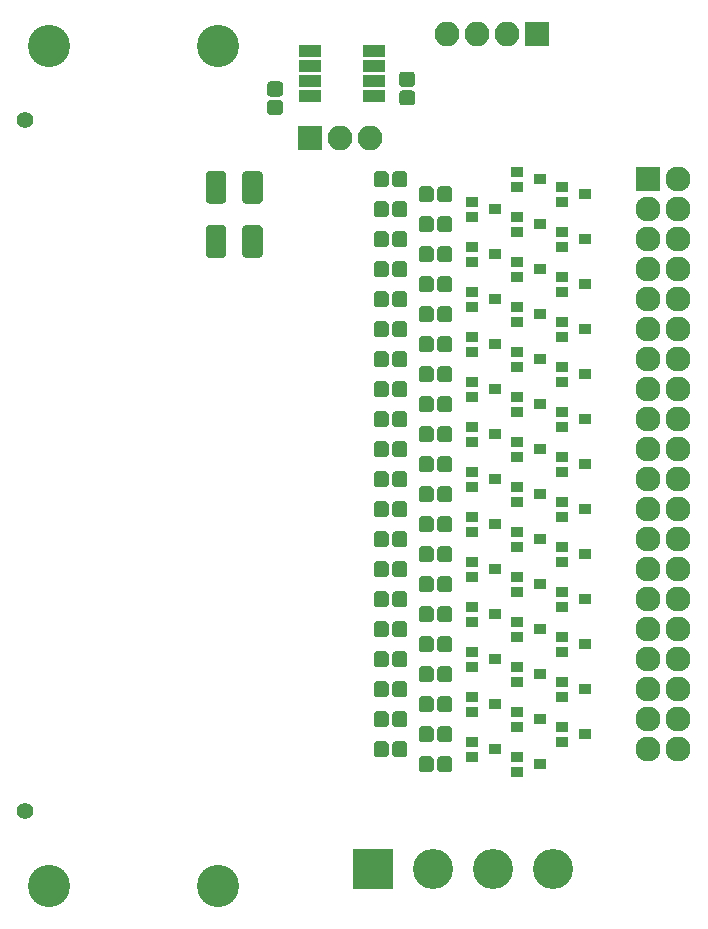
<source format=gbr>
G04 #@! TF.GenerationSoftware,KiCad,Pcbnew,5.0.0*
G04 #@! TF.CreationDate,2018-10-08T08:38:06-07:00*
G04 #@! TF.ProjectId,HSMC-GPIO-kicad,48534D432D4750494F2D6B696361642E,rev?*
G04 #@! TF.SameCoordinates,Original*
G04 #@! TF.FileFunction,Soldermask,Top*
G04 #@! TF.FilePolarity,Negative*
%FSLAX46Y46*%
G04 Gerber Fmt 4.6, Leading zero omitted, Abs format (unit mm)*
G04 Created by KiCad (PCBNEW 5.0.0) date Mon Oct  8 08:38:06 2018*
%MOMM*%
%LPD*%
G01*
G04 APERTURE LIST*
%ADD10O,2.100000X2.100000*%
%ADD11R,2.100000X2.100000*%
%ADD12R,1.950000X1.000000*%
%ADD13R,1.100000X0.850000*%
%ADD14C,3.400000*%
%ADD15R,3.400000X3.400000*%
%ADD16C,0.100000*%
%ADD17C,1.725000*%
%ADD18O,2.127200X2.127200*%
%ADD19R,2.127200X2.127200*%
%ADD20C,1.416000*%
%ADD21C,3.575000*%
%ADD22C,1.275000*%
G04 APERTURE END LIST*
D10*
G04 #@! TO.C,J3*
X64770000Y-27940000D03*
X67310000Y-27940000D03*
X69850000Y-27940000D03*
D11*
X72390000Y-27940000D03*
G04 #@! TD*
D12*
G04 #@! TO.C,U2*
X53180000Y-33147000D03*
X53180000Y-31877000D03*
X53180000Y-30607000D03*
X53180000Y-29337000D03*
X58580000Y-29337000D03*
X58580000Y-30607000D03*
X58580000Y-31877000D03*
X58580000Y-33147000D03*
G04 #@! TD*
D13*
G04 #@! TO.C,D1*
X72681710Y-40210200D03*
X70681710Y-40860200D03*
X70681710Y-39560200D03*
G04 #@! TD*
G04 #@! TO.C,D2*
X76491710Y-41480200D03*
X74491710Y-42130200D03*
X74491710Y-40830200D03*
G04 #@! TD*
D14*
G04 #@! TO.C,J4*
X73729710Y-98630200D03*
D15*
X58489710Y-98630200D03*
D14*
X68649710Y-98630200D03*
X63569710Y-98630200D03*
G04 #@! TD*
D16*
G04 #@! TO.C,C16*
G36*
X45812931Y-44098567D02*
X45844525Y-44103254D01*
X45875508Y-44111015D01*
X45905581Y-44121775D01*
X45934455Y-44135431D01*
X45961851Y-44151852D01*
X45987506Y-44170879D01*
X46011172Y-44192328D01*
X46032621Y-44215994D01*
X46051648Y-44241649D01*
X46068069Y-44269045D01*
X46081725Y-44297919D01*
X46092485Y-44327992D01*
X46100246Y-44358975D01*
X46104933Y-44390569D01*
X46106500Y-44422471D01*
X46106500Y-46521529D01*
X46104933Y-46553431D01*
X46100246Y-46585025D01*
X46092485Y-46616008D01*
X46081725Y-46646081D01*
X46068069Y-46674955D01*
X46051648Y-46702351D01*
X46032621Y-46728006D01*
X46011172Y-46751672D01*
X45987506Y-46773121D01*
X45961851Y-46792148D01*
X45934455Y-46808569D01*
X45905581Y-46822225D01*
X45875508Y-46832985D01*
X45844525Y-46840746D01*
X45812931Y-46845433D01*
X45781029Y-46847000D01*
X44706971Y-46847000D01*
X44675069Y-46845433D01*
X44643475Y-46840746D01*
X44612492Y-46832985D01*
X44582419Y-46822225D01*
X44553545Y-46808569D01*
X44526149Y-46792148D01*
X44500494Y-46773121D01*
X44476828Y-46751672D01*
X44455379Y-46728006D01*
X44436352Y-46702351D01*
X44419931Y-46674955D01*
X44406275Y-46646081D01*
X44395515Y-46616008D01*
X44387754Y-46585025D01*
X44383067Y-46553431D01*
X44381500Y-46521529D01*
X44381500Y-44422471D01*
X44383067Y-44390569D01*
X44387754Y-44358975D01*
X44395515Y-44327992D01*
X44406275Y-44297919D01*
X44419931Y-44269045D01*
X44436352Y-44241649D01*
X44455379Y-44215994D01*
X44476828Y-44192328D01*
X44500494Y-44170879D01*
X44526149Y-44151852D01*
X44553545Y-44135431D01*
X44582419Y-44121775D01*
X44612492Y-44111015D01*
X44643475Y-44103254D01*
X44675069Y-44098567D01*
X44706971Y-44097000D01*
X45781029Y-44097000D01*
X45812931Y-44098567D01*
X45812931Y-44098567D01*
G37*
D17*
X45244000Y-45472000D03*
D16*
G36*
X48887931Y-44098567D02*
X48919525Y-44103254D01*
X48950508Y-44111015D01*
X48980581Y-44121775D01*
X49009455Y-44135431D01*
X49036851Y-44151852D01*
X49062506Y-44170879D01*
X49086172Y-44192328D01*
X49107621Y-44215994D01*
X49126648Y-44241649D01*
X49143069Y-44269045D01*
X49156725Y-44297919D01*
X49167485Y-44327992D01*
X49175246Y-44358975D01*
X49179933Y-44390569D01*
X49181500Y-44422471D01*
X49181500Y-46521529D01*
X49179933Y-46553431D01*
X49175246Y-46585025D01*
X49167485Y-46616008D01*
X49156725Y-46646081D01*
X49143069Y-46674955D01*
X49126648Y-46702351D01*
X49107621Y-46728006D01*
X49086172Y-46751672D01*
X49062506Y-46773121D01*
X49036851Y-46792148D01*
X49009455Y-46808569D01*
X48980581Y-46822225D01*
X48950508Y-46832985D01*
X48919525Y-46840746D01*
X48887931Y-46845433D01*
X48856029Y-46847000D01*
X47781971Y-46847000D01*
X47750069Y-46845433D01*
X47718475Y-46840746D01*
X47687492Y-46832985D01*
X47657419Y-46822225D01*
X47628545Y-46808569D01*
X47601149Y-46792148D01*
X47575494Y-46773121D01*
X47551828Y-46751672D01*
X47530379Y-46728006D01*
X47511352Y-46702351D01*
X47494931Y-46674955D01*
X47481275Y-46646081D01*
X47470515Y-46616008D01*
X47462754Y-46585025D01*
X47458067Y-46553431D01*
X47456500Y-46521529D01*
X47456500Y-44422471D01*
X47458067Y-44390569D01*
X47462754Y-44358975D01*
X47470515Y-44327992D01*
X47481275Y-44297919D01*
X47494931Y-44269045D01*
X47511352Y-44241649D01*
X47530379Y-44215994D01*
X47551828Y-44192328D01*
X47575494Y-44170879D01*
X47601149Y-44151852D01*
X47628545Y-44135431D01*
X47657419Y-44121775D01*
X47687492Y-44111015D01*
X47718475Y-44103254D01*
X47750069Y-44098567D01*
X47781971Y-44097000D01*
X48856029Y-44097000D01*
X48887931Y-44098567D01*
X48887931Y-44098567D01*
G37*
D17*
X48319000Y-45472000D03*
G04 #@! TD*
D18*
G04 #@! TO.C,J1*
X84381710Y-88470200D03*
X81841710Y-88470200D03*
X84381710Y-85930200D03*
X81841710Y-85930200D03*
X84381710Y-83390200D03*
X81841710Y-83390200D03*
X84381710Y-80850200D03*
X81841710Y-80850200D03*
X84381710Y-78310200D03*
X81841710Y-78310200D03*
X84381710Y-75770200D03*
X81841710Y-75770200D03*
X84381710Y-73230200D03*
X81841710Y-73230200D03*
X84381710Y-70690200D03*
X81841710Y-70690200D03*
X84381710Y-68150200D03*
X81841710Y-68150200D03*
X84381710Y-65610200D03*
X81841710Y-65610200D03*
X84381710Y-63070200D03*
X81841710Y-63070200D03*
X84381710Y-60530200D03*
X81841710Y-60530200D03*
X84381710Y-57990200D03*
X81841710Y-57990200D03*
X84381710Y-55450200D03*
X81841710Y-55450200D03*
X84381710Y-52910200D03*
X81841710Y-52910200D03*
X84381710Y-50370200D03*
X81841710Y-50370200D03*
X84381710Y-47830200D03*
X81841710Y-47830200D03*
X84381710Y-45290200D03*
X81841710Y-45290200D03*
X84381710Y-42750200D03*
X81841710Y-42750200D03*
X84381710Y-40210200D03*
D19*
X81841710Y-40210200D03*
G04 #@! TD*
D13*
G04 #@! TO.C,D15*
X68871710Y-57990200D03*
X66871710Y-58640200D03*
X66871710Y-57340200D03*
G04 #@! TD*
G04 #@! TO.C,D39*
X68871710Y-88470200D03*
X66871710Y-89120200D03*
X66871710Y-87820200D03*
G04 #@! TD*
G04 #@! TO.C,D22*
X72681710Y-66880200D03*
X70681710Y-67530200D03*
X70681710Y-66230200D03*
G04 #@! TD*
G04 #@! TO.C,D10*
X72681710Y-51640200D03*
X70681710Y-52290200D03*
X70681710Y-50990200D03*
G04 #@! TD*
G04 #@! TO.C,D14*
X76491710Y-56720200D03*
X74491710Y-57370200D03*
X74491710Y-56070200D03*
G04 #@! TD*
G04 #@! TO.C,D30*
X68871710Y-77040200D03*
X66871710Y-77690200D03*
X66871710Y-76390200D03*
G04 #@! TD*
G04 #@! TO.C,D7*
X72681710Y-47830200D03*
X70681710Y-48480200D03*
X70681710Y-47180200D03*
G04 #@! TD*
G04 #@! TO.C,D23*
X76491710Y-68150200D03*
X74491710Y-68800200D03*
X74491710Y-67500200D03*
G04 #@! TD*
G04 #@! TO.C,D34*
X72681710Y-82120200D03*
X70681710Y-82770200D03*
X70681710Y-81470200D03*
G04 #@! TD*
G04 #@! TO.C,D26*
X76491710Y-71960200D03*
X74491710Y-72610200D03*
X74491710Y-71310200D03*
G04 #@! TD*
G04 #@! TO.C,D35*
X74491710Y-82740200D03*
X74491710Y-84040200D03*
X76491710Y-83390200D03*
G04 #@! TD*
G04 #@! TO.C,D31*
X72681710Y-78310200D03*
X70681710Y-78960200D03*
X70681710Y-77660200D03*
G04 #@! TD*
G04 #@! TO.C,D19*
X72681710Y-63070200D03*
X70681710Y-63720200D03*
X70681710Y-62420200D03*
G04 #@! TD*
G04 #@! TO.C,D11*
X76491710Y-52910200D03*
X74491710Y-53560200D03*
X74491710Y-52260200D03*
G04 #@! TD*
G04 #@! TO.C,D6*
X66871710Y-45910200D03*
X66871710Y-47210200D03*
X68871710Y-46560200D03*
G04 #@! TD*
G04 #@! TO.C,D3*
X68871710Y-42750200D03*
X66871710Y-43400200D03*
X66871710Y-42100200D03*
G04 #@! TD*
G04 #@! TO.C,D27*
X68871710Y-73230200D03*
X66871710Y-73880200D03*
X66871710Y-72580200D03*
G04 #@! TD*
G04 #@! TO.C,D38*
X76491710Y-87200200D03*
X74491710Y-87850200D03*
X74491710Y-86550200D03*
G04 #@! TD*
G04 #@! TO.C,D18*
X68871710Y-61800200D03*
X66871710Y-62450200D03*
X66871710Y-61150200D03*
G04 #@! TD*
G04 #@! TO.C,D29*
X76491710Y-75770200D03*
X74491710Y-76420200D03*
X74491710Y-75120200D03*
G04 #@! TD*
G04 #@! TO.C,D40*
X72681710Y-89740200D03*
X70681710Y-90390200D03*
X70681710Y-89090200D03*
G04 #@! TD*
G04 #@! TO.C,D37*
X72681710Y-85930200D03*
X70681710Y-86580200D03*
X70681710Y-85280200D03*
G04 #@! TD*
G04 #@! TO.C,D25*
X72681710Y-70690200D03*
X70681710Y-71340200D03*
X70681710Y-70040200D03*
G04 #@! TD*
G04 #@! TO.C,D36*
X68871710Y-84660200D03*
X66871710Y-85310200D03*
X66871710Y-84010200D03*
G04 #@! TD*
G04 #@! TO.C,D16*
X72681710Y-59260200D03*
X70681710Y-59910200D03*
X70681710Y-58610200D03*
G04 #@! TD*
G04 #@! TO.C,D28*
X72681710Y-74500200D03*
X70681710Y-75150200D03*
X70681710Y-73850200D03*
G04 #@! TD*
G04 #@! TO.C,D24*
X68871710Y-69420200D03*
X66871710Y-70070200D03*
X66871710Y-68770200D03*
G04 #@! TD*
G04 #@! TO.C,D21*
X68871710Y-65610200D03*
X66871710Y-66260200D03*
X66871710Y-64960200D03*
G04 #@! TD*
G04 #@! TO.C,D20*
X76491710Y-64340200D03*
X74491710Y-64990200D03*
X74491710Y-63690200D03*
G04 #@! TD*
G04 #@! TO.C,D13*
X72681710Y-55450200D03*
X70681710Y-56100200D03*
X70681710Y-54800200D03*
G04 #@! TD*
G04 #@! TO.C,D17*
X76491710Y-60530200D03*
X74491710Y-61180200D03*
X74491710Y-59880200D03*
G04 #@! TD*
G04 #@! TO.C,D32*
X76491710Y-79580200D03*
X74491710Y-80230200D03*
X74491710Y-78930200D03*
G04 #@! TD*
G04 #@! TO.C,D5*
X76491710Y-45290200D03*
X74491710Y-45940200D03*
X74491710Y-44640200D03*
G04 #@! TD*
G04 #@! TO.C,D12*
X68871710Y-54180200D03*
X66871710Y-54830200D03*
X66871710Y-53530200D03*
G04 #@! TD*
G04 #@! TO.C,D9*
X68871710Y-50370200D03*
X66871710Y-51020200D03*
X66871710Y-49720200D03*
G04 #@! TD*
G04 #@! TO.C,D8*
X76491710Y-49100200D03*
X74491710Y-49750200D03*
X74491710Y-48450200D03*
G04 #@! TD*
G04 #@! TO.C,D33*
X68871710Y-80850200D03*
X66871710Y-81500200D03*
X66871710Y-80200200D03*
G04 #@! TD*
G04 #@! TO.C,D4*
X70681710Y-43370200D03*
X70681710Y-44670200D03*
X72681710Y-44020200D03*
G04 #@! TD*
D20*
G04 #@! TO.C,J2*
X29083000Y-93703140D03*
X29083000Y-35227260D03*
D21*
X45415200Y-28905200D03*
X45415200Y-100025200D03*
X31115000Y-28905200D03*
X31115000Y-100025200D03*
G04 #@! TD*
D16*
G04 #@! TO.C,R41*
G36*
X50622203Y-31928735D02*
X50653145Y-31933325D01*
X50683488Y-31940925D01*
X50712940Y-31951463D01*
X50741218Y-31964838D01*
X50768048Y-31980919D01*
X50793173Y-31999553D01*
X50816350Y-32020560D01*
X50837357Y-32043737D01*
X50855991Y-32068862D01*
X50872072Y-32095692D01*
X50885447Y-32123970D01*
X50895985Y-32153422D01*
X50903585Y-32183765D01*
X50908175Y-32214707D01*
X50909710Y-32245950D01*
X50909710Y-32883450D01*
X50908175Y-32914693D01*
X50903585Y-32945635D01*
X50895985Y-32975978D01*
X50885447Y-33005430D01*
X50872072Y-33033708D01*
X50855991Y-33060538D01*
X50837357Y-33085663D01*
X50816350Y-33108840D01*
X50793173Y-33129847D01*
X50768048Y-33148481D01*
X50741218Y-33164562D01*
X50712940Y-33177937D01*
X50683488Y-33188475D01*
X50653145Y-33196075D01*
X50622203Y-33200665D01*
X50590960Y-33202200D01*
X49878460Y-33202200D01*
X49847217Y-33200665D01*
X49816275Y-33196075D01*
X49785932Y-33188475D01*
X49756480Y-33177937D01*
X49728202Y-33164562D01*
X49701372Y-33148481D01*
X49676247Y-33129847D01*
X49653070Y-33108840D01*
X49632063Y-33085663D01*
X49613429Y-33060538D01*
X49597348Y-33033708D01*
X49583973Y-33005430D01*
X49573435Y-32975978D01*
X49565835Y-32945635D01*
X49561245Y-32914693D01*
X49559710Y-32883450D01*
X49559710Y-32245950D01*
X49561245Y-32214707D01*
X49565835Y-32183765D01*
X49573435Y-32153422D01*
X49583973Y-32123970D01*
X49597348Y-32095692D01*
X49613429Y-32068862D01*
X49632063Y-32043737D01*
X49653070Y-32020560D01*
X49676247Y-31999553D01*
X49701372Y-31980919D01*
X49728202Y-31964838D01*
X49756480Y-31951463D01*
X49785932Y-31940925D01*
X49816275Y-31933325D01*
X49847217Y-31928735D01*
X49878460Y-31927200D01*
X50590960Y-31927200D01*
X50622203Y-31928735D01*
X50622203Y-31928735D01*
G37*
D22*
X50234710Y-32564700D03*
D16*
G36*
X50622203Y-33503735D02*
X50653145Y-33508325D01*
X50683488Y-33515925D01*
X50712940Y-33526463D01*
X50741218Y-33539838D01*
X50768048Y-33555919D01*
X50793173Y-33574553D01*
X50816350Y-33595560D01*
X50837357Y-33618737D01*
X50855991Y-33643862D01*
X50872072Y-33670692D01*
X50885447Y-33698970D01*
X50895985Y-33728422D01*
X50903585Y-33758765D01*
X50908175Y-33789707D01*
X50909710Y-33820950D01*
X50909710Y-34458450D01*
X50908175Y-34489693D01*
X50903585Y-34520635D01*
X50895985Y-34550978D01*
X50885447Y-34580430D01*
X50872072Y-34608708D01*
X50855991Y-34635538D01*
X50837357Y-34660663D01*
X50816350Y-34683840D01*
X50793173Y-34704847D01*
X50768048Y-34723481D01*
X50741218Y-34739562D01*
X50712940Y-34752937D01*
X50683488Y-34763475D01*
X50653145Y-34771075D01*
X50622203Y-34775665D01*
X50590960Y-34777200D01*
X49878460Y-34777200D01*
X49847217Y-34775665D01*
X49816275Y-34771075D01*
X49785932Y-34763475D01*
X49756480Y-34752937D01*
X49728202Y-34739562D01*
X49701372Y-34723481D01*
X49676247Y-34704847D01*
X49653070Y-34683840D01*
X49632063Y-34660663D01*
X49613429Y-34635538D01*
X49597348Y-34608708D01*
X49583973Y-34580430D01*
X49573435Y-34550978D01*
X49565835Y-34520635D01*
X49561245Y-34489693D01*
X49559710Y-34458450D01*
X49559710Y-33820950D01*
X49561245Y-33789707D01*
X49565835Y-33758765D01*
X49573435Y-33728422D01*
X49583973Y-33698970D01*
X49597348Y-33670692D01*
X49613429Y-33643862D01*
X49632063Y-33618737D01*
X49653070Y-33595560D01*
X49676247Y-33574553D01*
X49701372Y-33555919D01*
X49728202Y-33539838D01*
X49756480Y-33526463D01*
X49785932Y-33515925D01*
X49816275Y-33508325D01*
X49847217Y-33503735D01*
X49878460Y-33502200D01*
X50590960Y-33502200D01*
X50622203Y-33503735D01*
X50622203Y-33503735D01*
G37*
D22*
X50234710Y-34139700D03*
G04 #@! TD*
D16*
G04 #@! TO.C,R44*
G36*
X61798203Y-31098035D02*
X61829145Y-31102625D01*
X61859488Y-31110225D01*
X61888940Y-31120763D01*
X61917218Y-31134138D01*
X61944048Y-31150219D01*
X61969173Y-31168853D01*
X61992350Y-31189860D01*
X62013357Y-31213037D01*
X62031991Y-31238162D01*
X62048072Y-31264992D01*
X62061447Y-31293270D01*
X62071985Y-31322722D01*
X62079585Y-31353065D01*
X62084175Y-31384007D01*
X62085710Y-31415250D01*
X62085710Y-32052750D01*
X62084175Y-32083993D01*
X62079585Y-32114935D01*
X62071985Y-32145278D01*
X62061447Y-32174730D01*
X62048072Y-32203008D01*
X62031991Y-32229838D01*
X62013357Y-32254963D01*
X61992350Y-32278140D01*
X61969173Y-32299147D01*
X61944048Y-32317781D01*
X61917218Y-32333862D01*
X61888940Y-32347237D01*
X61859488Y-32357775D01*
X61829145Y-32365375D01*
X61798203Y-32369965D01*
X61766960Y-32371500D01*
X61054460Y-32371500D01*
X61023217Y-32369965D01*
X60992275Y-32365375D01*
X60961932Y-32357775D01*
X60932480Y-32347237D01*
X60904202Y-32333862D01*
X60877372Y-32317781D01*
X60852247Y-32299147D01*
X60829070Y-32278140D01*
X60808063Y-32254963D01*
X60789429Y-32229838D01*
X60773348Y-32203008D01*
X60759973Y-32174730D01*
X60749435Y-32145278D01*
X60741835Y-32114935D01*
X60737245Y-32083993D01*
X60735710Y-32052750D01*
X60735710Y-31415250D01*
X60737245Y-31384007D01*
X60741835Y-31353065D01*
X60749435Y-31322722D01*
X60759973Y-31293270D01*
X60773348Y-31264992D01*
X60789429Y-31238162D01*
X60808063Y-31213037D01*
X60829070Y-31189860D01*
X60852247Y-31168853D01*
X60877372Y-31150219D01*
X60904202Y-31134138D01*
X60932480Y-31120763D01*
X60961932Y-31110225D01*
X60992275Y-31102625D01*
X61023217Y-31098035D01*
X61054460Y-31096500D01*
X61766960Y-31096500D01*
X61798203Y-31098035D01*
X61798203Y-31098035D01*
G37*
D22*
X61410710Y-31734000D03*
D16*
G36*
X61798203Y-32673035D02*
X61829145Y-32677625D01*
X61859488Y-32685225D01*
X61888940Y-32695763D01*
X61917218Y-32709138D01*
X61944048Y-32725219D01*
X61969173Y-32743853D01*
X61992350Y-32764860D01*
X62013357Y-32788037D01*
X62031991Y-32813162D01*
X62048072Y-32839992D01*
X62061447Y-32868270D01*
X62071985Y-32897722D01*
X62079585Y-32928065D01*
X62084175Y-32959007D01*
X62085710Y-32990250D01*
X62085710Y-33627750D01*
X62084175Y-33658993D01*
X62079585Y-33689935D01*
X62071985Y-33720278D01*
X62061447Y-33749730D01*
X62048072Y-33778008D01*
X62031991Y-33804838D01*
X62013357Y-33829963D01*
X61992350Y-33853140D01*
X61969173Y-33874147D01*
X61944048Y-33892781D01*
X61917218Y-33908862D01*
X61888940Y-33922237D01*
X61859488Y-33932775D01*
X61829145Y-33940375D01*
X61798203Y-33944965D01*
X61766960Y-33946500D01*
X61054460Y-33946500D01*
X61023217Y-33944965D01*
X60992275Y-33940375D01*
X60961932Y-33932775D01*
X60932480Y-33922237D01*
X60904202Y-33908862D01*
X60877372Y-33892781D01*
X60852247Y-33874147D01*
X60829070Y-33853140D01*
X60808063Y-33829963D01*
X60789429Y-33804838D01*
X60773348Y-33778008D01*
X60759973Y-33749730D01*
X60749435Y-33720278D01*
X60741835Y-33689935D01*
X60737245Y-33658993D01*
X60735710Y-33627750D01*
X60735710Y-32990250D01*
X60737245Y-32959007D01*
X60741835Y-32928065D01*
X60749435Y-32897722D01*
X60759973Y-32868270D01*
X60773348Y-32839992D01*
X60789429Y-32813162D01*
X60808063Y-32788037D01*
X60829070Y-32764860D01*
X60852247Y-32743853D01*
X60877372Y-32725219D01*
X60904202Y-32709138D01*
X60932480Y-32695763D01*
X60961932Y-32685225D01*
X60992275Y-32677625D01*
X61023217Y-32673035D01*
X61054460Y-32671500D01*
X61766960Y-32671500D01*
X61798203Y-32673035D01*
X61798203Y-32673035D01*
G37*
D22*
X61410710Y-33309000D03*
G04 #@! TD*
D16*
G04 #@! TO.C,C17*
G36*
X45812931Y-39514567D02*
X45844525Y-39519254D01*
X45875508Y-39527015D01*
X45905581Y-39537775D01*
X45934455Y-39551431D01*
X45961851Y-39567852D01*
X45987506Y-39586879D01*
X46011172Y-39608328D01*
X46032621Y-39631994D01*
X46051648Y-39657649D01*
X46068069Y-39685045D01*
X46081725Y-39713919D01*
X46092485Y-39743992D01*
X46100246Y-39774975D01*
X46104933Y-39806569D01*
X46106500Y-39838471D01*
X46106500Y-41937529D01*
X46104933Y-41969431D01*
X46100246Y-42001025D01*
X46092485Y-42032008D01*
X46081725Y-42062081D01*
X46068069Y-42090955D01*
X46051648Y-42118351D01*
X46032621Y-42144006D01*
X46011172Y-42167672D01*
X45987506Y-42189121D01*
X45961851Y-42208148D01*
X45934455Y-42224569D01*
X45905581Y-42238225D01*
X45875508Y-42248985D01*
X45844525Y-42256746D01*
X45812931Y-42261433D01*
X45781029Y-42263000D01*
X44706971Y-42263000D01*
X44675069Y-42261433D01*
X44643475Y-42256746D01*
X44612492Y-42248985D01*
X44582419Y-42238225D01*
X44553545Y-42224569D01*
X44526149Y-42208148D01*
X44500494Y-42189121D01*
X44476828Y-42167672D01*
X44455379Y-42144006D01*
X44436352Y-42118351D01*
X44419931Y-42090955D01*
X44406275Y-42062081D01*
X44395515Y-42032008D01*
X44387754Y-42001025D01*
X44383067Y-41969431D01*
X44381500Y-41937529D01*
X44381500Y-39838471D01*
X44383067Y-39806569D01*
X44387754Y-39774975D01*
X44395515Y-39743992D01*
X44406275Y-39713919D01*
X44419931Y-39685045D01*
X44436352Y-39657649D01*
X44455379Y-39631994D01*
X44476828Y-39608328D01*
X44500494Y-39586879D01*
X44526149Y-39567852D01*
X44553545Y-39551431D01*
X44582419Y-39537775D01*
X44612492Y-39527015D01*
X44643475Y-39519254D01*
X44675069Y-39514567D01*
X44706971Y-39513000D01*
X45781029Y-39513000D01*
X45812931Y-39514567D01*
X45812931Y-39514567D01*
G37*
D17*
X45244000Y-40888000D03*
D16*
G36*
X48887931Y-39514567D02*
X48919525Y-39519254D01*
X48950508Y-39527015D01*
X48980581Y-39537775D01*
X49009455Y-39551431D01*
X49036851Y-39567852D01*
X49062506Y-39586879D01*
X49086172Y-39608328D01*
X49107621Y-39631994D01*
X49126648Y-39657649D01*
X49143069Y-39685045D01*
X49156725Y-39713919D01*
X49167485Y-39743992D01*
X49175246Y-39774975D01*
X49179933Y-39806569D01*
X49181500Y-39838471D01*
X49181500Y-41937529D01*
X49179933Y-41969431D01*
X49175246Y-42001025D01*
X49167485Y-42032008D01*
X49156725Y-42062081D01*
X49143069Y-42090955D01*
X49126648Y-42118351D01*
X49107621Y-42144006D01*
X49086172Y-42167672D01*
X49062506Y-42189121D01*
X49036851Y-42208148D01*
X49009455Y-42224569D01*
X48980581Y-42238225D01*
X48950508Y-42248985D01*
X48919525Y-42256746D01*
X48887931Y-42261433D01*
X48856029Y-42263000D01*
X47781971Y-42263000D01*
X47750069Y-42261433D01*
X47718475Y-42256746D01*
X47687492Y-42248985D01*
X47657419Y-42238225D01*
X47628545Y-42224569D01*
X47601149Y-42208148D01*
X47575494Y-42189121D01*
X47551828Y-42167672D01*
X47530379Y-42144006D01*
X47511352Y-42118351D01*
X47494931Y-42090955D01*
X47481275Y-42062081D01*
X47470515Y-42032008D01*
X47462754Y-42001025D01*
X47458067Y-41969431D01*
X47456500Y-41937529D01*
X47456500Y-39838471D01*
X47458067Y-39806569D01*
X47462754Y-39774975D01*
X47470515Y-39743992D01*
X47481275Y-39713919D01*
X47494931Y-39685045D01*
X47511352Y-39657649D01*
X47530379Y-39631994D01*
X47551828Y-39608328D01*
X47575494Y-39586879D01*
X47601149Y-39567852D01*
X47628545Y-39551431D01*
X47657419Y-39537775D01*
X47687492Y-39527015D01*
X47718475Y-39519254D01*
X47750069Y-39514567D01*
X47781971Y-39513000D01*
X48856029Y-39513000D01*
X48887931Y-39514567D01*
X48887931Y-39514567D01*
G37*
D17*
X48319000Y-40888000D03*
G04 #@! TD*
D16*
G04 #@! TO.C,R36*
G36*
X64945203Y-83986735D02*
X64976145Y-83991325D01*
X65006488Y-83998925D01*
X65035940Y-84009463D01*
X65064218Y-84022838D01*
X65091048Y-84038919D01*
X65116173Y-84057553D01*
X65139350Y-84078560D01*
X65160357Y-84101737D01*
X65178991Y-84126862D01*
X65195072Y-84153692D01*
X65208447Y-84181970D01*
X65218985Y-84211422D01*
X65226585Y-84241765D01*
X65231175Y-84272707D01*
X65232710Y-84303950D01*
X65232710Y-85016450D01*
X65231175Y-85047693D01*
X65226585Y-85078635D01*
X65218985Y-85108978D01*
X65208447Y-85138430D01*
X65195072Y-85166708D01*
X65178991Y-85193538D01*
X65160357Y-85218663D01*
X65139350Y-85241840D01*
X65116173Y-85262847D01*
X65091048Y-85281481D01*
X65064218Y-85297562D01*
X65035940Y-85310937D01*
X65006488Y-85321475D01*
X64976145Y-85329075D01*
X64945203Y-85333665D01*
X64913960Y-85335200D01*
X64276460Y-85335200D01*
X64245217Y-85333665D01*
X64214275Y-85329075D01*
X64183932Y-85321475D01*
X64154480Y-85310937D01*
X64126202Y-85297562D01*
X64099372Y-85281481D01*
X64074247Y-85262847D01*
X64051070Y-85241840D01*
X64030063Y-85218663D01*
X64011429Y-85193538D01*
X63995348Y-85166708D01*
X63981973Y-85138430D01*
X63971435Y-85108978D01*
X63963835Y-85078635D01*
X63959245Y-85047693D01*
X63957710Y-85016450D01*
X63957710Y-84303950D01*
X63959245Y-84272707D01*
X63963835Y-84241765D01*
X63971435Y-84211422D01*
X63981973Y-84181970D01*
X63995348Y-84153692D01*
X64011429Y-84126862D01*
X64030063Y-84101737D01*
X64051070Y-84078560D01*
X64074247Y-84057553D01*
X64099372Y-84038919D01*
X64126202Y-84022838D01*
X64154480Y-84009463D01*
X64183932Y-83998925D01*
X64214275Y-83991325D01*
X64245217Y-83986735D01*
X64276460Y-83985200D01*
X64913960Y-83985200D01*
X64945203Y-83986735D01*
X64945203Y-83986735D01*
G37*
D22*
X64595210Y-84660200D03*
D16*
G36*
X63370203Y-83986735D02*
X63401145Y-83991325D01*
X63431488Y-83998925D01*
X63460940Y-84009463D01*
X63489218Y-84022838D01*
X63516048Y-84038919D01*
X63541173Y-84057553D01*
X63564350Y-84078560D01*
X63585357Y-84101737D01*
X63603991Y-84126862D01*
X63620072Y-84153692D01*
X63633447Y-84181970D01*
X63643985Y-84211422D01*
X63651585Y-84241765D01*
X63656175Y-84272707D01*
X63657710Y-84303950D01*
X63657710Y-85016450D01*
X63656175Y-85047693D01*
X63651585Y-85078635D01*
X63643985Y-85108978D01*
X63633447Y-85138430D01*
X63620072Y-85166708D01*
X63603991Y-85193538D01*
X63585357Y-85218663D01*
X63564350Y-85241840D01*
X63541173Y-85262847D01*
X63516048Y-85281481D01*
X63489218Y-85297562D01*
X63460940Y-85310937D01*
X63431488Y-85321475D01*
X63401145Y-85329075D01*
X63370203Y-85333665D01*
X63338960Y-85335200D01*
X62701460Y-85335200D01*
X62670217Y-85333665D01*
X62639275Y-85329075D01*
X62608932Y-85321475D01*
X62579480Y-85310937D01*
X62551202Y-85297562D01*
X62524372Y-85281481D01*
X62499247Y-85262847D01*
X62476070Y-85241840D01*
X62455063Y-85218663D01*
X62436429Y-85193538D01*
X62420348Y-85166708D01*
X62406973Y-85138430D01*
X62396435Y-85108978D01*
X62388835Y-85078635D01*
X62384245Y-85047693D01*
X62382710Y-85016450D01*
X62382710Y-84303950D01*
X62384245Y-84272707D01*
X62388835Y-84241765D01*
X62396435Y-84211422D01*
X62406973Y-84181970D01*
X62420348Y-84153692D01*
X62436429Y-84126862D01*
X62455063Y-84101737D01*
X62476070Y-84078560D01*
X62499247Y-84057553D01*
X62524372Y-84038919D01*
X62551202Y-84022838D01*
X62579480Y-84009463D01*
X62608932Y-83998925D01*
X62639275Y-83991325D01*
X62670217Y-83986735D01*
X62701460Y-83985200D01*
X63338960Y-83985200D01*
X63370203Y-83986735D01*
X63370203Y-83986735D01*
G37*
D22*
X63020210Y-84660200D03*
G04 #@! TD*
D16*
G04 #@! TO.C,R35*
G36*
X59560203Y-82716735D02*
X59591145Y-82721325D01*
X59621488Y-82728925D01*
X59650940Y-82739463D01*
X59679218Y-82752838D01*
X59706048Y-82768919D01*
X59731173Y-82787553D01*
X59754350Y-82808560D01*
X59775357Y-82831737D01*
X59793991Y-82856862D01*
X59810072Y-82883692D01*
X59823447Y-82911970D01*
X59833985Y-82941422D01*
X59841585Y-82971765D01*
X59846175Y-83002707D01*
X59847710Y-83033950D01*
X59847710Y-83746450D01*
X59846175Y-83777693D01*
X59841585Y-83808635D01*
X59833985Y-83838978D01*
X59823447Y-83868430D01*
X59810072Y-83896708D01*
X59793991Y-83923538D01*
X59775357Y-83948663D01*
X59754350Y-83971840D01*
X59731173Y-83992847D01*
X59706048Y-84011481D01*
X59679218Y-84027562D01*
X59650940Y-84040937D01*
X59621488Y-84051475D01*
X59591145Y-84059075D01*
X59560203Y-84063665D01*
X59528960Y-84065200D01*
X58891460Y-84065200D01*
X58860217Y-84063665D01*
X58829275Y-84059075D01*
X58798932Y-84051475D01*
X58769480Y-84040937D01*
X58741202Y-84027562D01*
X58714372Y-84011481D01*
X58689247Y-83992847D01*
X58666070Y-83971840D01*
X58645063Y-83948663D01*
X58626429Y-83923538D01*
X58610348Y-83896708D01*
X58596973Y-83868430D01*
X58586435Y-83838978D01*
X58578835Y-83808635D01*
X58574245Y-83777693D01*
X58572710Y-83746450D01*
X58572710Y-83033950D01*
X58574245Y-83002707D01*
X58578835Y-82971765D01*
X58586435Y-82941422D01*
X58596973Y-82911970D01*
X58610348Y-82883692D01*
X58626429Y-82856862D01*
X58645063Y-82831737D01*
X58666070Y-82808560D01*
X58689247Y-82787553D01*
X58714372Y-82768919D01*
X58741202Y-82752838D01*
X58769480Y-82739463D01*
X58798932Y-82728925D01*
X58829275Y-82721325D01*
X58860217Y-82716735D01*
X58891460Y-82715200D01*
X59528960Y-82715200D01*
X59560203Y-82716735D01*
X59560203Y-82716735D01*
G37*
D22*
X59210210Y-83390200D03*
D16*
G36*
X61135203Y-82716735D02*
X61166145Y-82721325D01*
X61196488Y-82728925D01*
X61225940Y-82739463D01*
X61254218Y-82752838D01*
X61281048Y-82768919D01*
X61306173Y-82787553D01*
X61329350Y-82808560D01*
X61350357Y-82831737D01*
X61368991Y-82856862D01*
X61385072Y-82883692D01*
X61398447Y-82911970D01*
X61408985Y-82941422D01*
X61416585Y-82971765D01*
X61421175Y-83002707D01*
X61422710Y-83033950D01*
X61422710Y-83746450D01*
X61421175Y-83777693D01*
X61416585Y-83808635D01*
X61408985Y-83838978D01*
X61398447Y-83868430D01*
X61385072Y-83896708D01*
X61368991Y-83923538D01*
X61350357Y-83948663D01*
X61329350Y-83971840D01*
X61306173Y-83992847D01*
X61281048Y-84011481D01*
X61254218Y-84027562D01*
X61225940Y-84040937D01*
X61196488Y-84051475D01*
X61166145Y-84059075D01*
X61135203Y-84063665D01*
X61103960Y-84065200D01*
X60466460Y-84065200D01*
X60435217Y-84063665D01*
X60404275Y-84059075D01*
X60373932Y-84051475D01*
X60344480Y-84040937D01*
X60316202Y-84027562D01*
X60289372Y-84011481D01*
X60264247Y-83992847D01*
X60241070Y-83971840D01*
X60220063Y-83948663D01*
X60201429Y-83923538D01*
X60185348Y-83896708D01*
X60171973Y-83868430D01*
X60161435Y-83838978D01*
X60153835Y-83808635D01*
X60149245Y-83777693D01*
X60147710Y-83746450D01*
X60147710Y-83033950D01*
X60149245Y-83002707D01*
X60153835Y-82971765D01*
X60161435Y-82941422D01*
X60171973Y-82911970D01*
X60185348Y-82883692D01*
X60201429Y-82856862D01*
X60220063Y-82831737D01*
X60241070Y-82808560D01*
X60264247Y-82787553D01*
X60289372Y-82768919D01*
X60316202Y-82752838D01*
X60344480Y-82739463D01*
X60373932Y-82728925D01*
X60404275Y-82721325D01*
X60435217Y-82716735D01*
X60466460Y-82715200D01*
X61103960Y-82715200D01*
X61135203Y-82716735D01*
X61135203Y-82716735D01*
G37*
D22*
X60785210Y-83390200D03*
G04 #@! TD*
D16*
G04 #@! TO.C,R34*
G36*
X64945203Y-81446735D02*
X64976145Y-81451325D01*
X65006488Y-81458925D01*
X65035940Y-81469463D01*
X65064218Y-81482838D01*
X65091048Y-81498919D01*
X65116173Y-81517553D01*
X65139350Y-81538560D01*
X65160357Y-81561737D01*
X65178991Y-81586862D01*
X65195072Y-81613692D01*
X65208447Y-81641970D01*
X65218985Y-81671422D01*
X65226585Y-81701765D01*
X65231175Y-81732707D01*
X65232710Y-81763950D01*
X65232710Y-82476450D01*
X65231175Y-82507693D01*
X65226585Y-82538635D01*
X65218985Y-82568978D01*
X65208447Y-82598430D01*
X65195072Y-82626708D01*
X65178991Y-82653538D01*
X65160357Y-82678663D01*
X65139350Y-82701840D01*
X65116173Y-82722847D01*
X65091048Y-82741481D01*
X65064218Y-82757562D01*
X65035940Y-82770937D01*
X65006488Y-82781475D01*
X64976145Y-82789075D01*
X64945203Y-82793665D01*
X64913960Y-82795200D01*
X64276460Y-82795200D01*
X64245217Y-82793665D01*
X64214275Y-82789075D01*
X64183932Y-82781475D01*
X64154480Y-82770937D01*
X64126202Y-82757562D01*
X64099372Y-82741481D01*
X64074247Y-82722847D01*
X64051070Y-82701840D01*
X64030063Y-82678663D01*
X64011429Y-82653538D01*
X63995348Y-82626708D01*
X63981973Y-82598430D01*
X63971435Y-82568978D01*
X63963835Y-82538635D01*
X63959245Y-82507693D01*
X63957710Y-82476450D01*
X63957710Y-81763950D01*
X63959245Y-81732707D01*
X63963835Y-81701765D01*
X63971435Y-81671422D01*
X63981973Y-81641970D01*
X63995348Y-81613692D01*
X64011429Y-81586862D01*
X64030063Y-81561737D01*
X64051070Y-81538560D01*
X64074247Y-81517553D01*
X64099372Y-81498919D01*
X64126202Y-81482838D01*
X64154480Y-81469463D01*
X64183932Y-81458925D01*
X64214275Y-81451325D01*
X64245217Y-81446735D01*
X64276460Y-81445200D01*
X64913960Y-81445200D01*
X64945203Y-81446735D01*
X64945203Y-81446735D01*
G37*
D22*
X64595210Y-82120200D03*
D16*
G36*
X63370203Y-81446735D02*
X63401145Y-81451325D01*
X63431488Y-81458925D01*
X63460940Y-81469463D01*
X63489218Y-81482838D01*
X63516048Y-81498919D01*
X63541173Y-81517553D01*
X63564350Y-81538560D01*
X63585357Y-81561737D01*
X63603991Y-81586862D01*
X63620072Y-81613692D01*
X63633447Y-81641970D01*
X63643985Y-81671422D01*
X63651585Y-81701765D01*
X63656175Y-81732707D01*
X63657710Y-81763950D01*
X63657710Y-82476450D01*
X63656175Y-82507693D01*
X63651585Y-82538635D01*
X63643985Y-82568978D01*
X63633447Y-82598430D01*
X63620072Y-82626708D01*
X63603991Y-82653538D01*
X63585357Y-82678663D01*
X63564350Y-82701840D01*
X63541173Y-82722847D01*
X63516048Y-82741481D01*
X63489218Y-82757562D01*
X63460940Y-82770937D01*
X63431488Y-82781475D01*
X63401145Y-82789075D01*
X63370203Y-82793665D01*
X63338960Y-82795200D01*
X62701460Y-82795200D01*
X62670217Y-82793665D01*
X62639275Y-82789075D01*
X62608932Y-82781475D01*
X62579480Y-82770937D01*
X62551202Y-82757562D01*
X62524372Y-82741481D01*
X62499247Y-82722847D01*
X62476070Y-82701840D01*
X62455063Y-82678663D01*
X62436429Y-82653538D01*
X62420348Y-82626708D01*
X62406973Y-82598430D01*
X62396435Y-82568978D01*
X62388835Y-82538635D01*
X62384245Y-82507693D01*
X62382710Y-82476450D01*
X62382710Y-81763950D01*
X62384245Y-81732707D01*
X62388835Y-81701765D01*
X62396435Y-81671422D01*
X62406973Y-81641970D01*
X62420348Y-81613692D01*
X62436429Y-81586862D01*
X62455063Y-81561737D01*
X62476070Y-81538560D01*
X62499247Y-81517553D01*
X62524372Y-81498919D01*
X62551202Y-81482838D01*
X62579480Y-81469463D01*
X62608932Y-81458925D01*
X62639275Y-81451325D01*
X62670217Y-81446735D01*
X62701460Y-81445200D01*
X63338960Y-81445200D01*
X63370203Y-81446735D01*
X63370203Y-81446735D01*
G37*
D22*
X63020210Y-82120200D03*
G04 #@! TD*
D16*
G04 #@! TO.C,R11*
G36*
X59560203Y-52236735D02*
X59591145Y-52241325D01*
X59621488Y-52248925D01*
X59650940Y-52259463D01*
X59679218Y-52272838D01*
X59706048Y-52288919D01*
X59731173Y-52307553D01*
X59754350Y-52328560D01*
X59775357Y-52351737D01*
X59793991Y-52376862D01*
X59810072Y-52403692D01*
X59823447Y-52431970D01*
X59833985Y-52461422D01*
X59841585Y-52491765D01*
X59846175Y-52522707D01*
X59847710Y-52553950D01*
X59847710Y-53266450D01*
X59846175Y-53297693D01*
X59841585Y-53328635D01*
X59833985Y-53358978D01*
X59823447Y-53388430D01*
X59810072Y-53416708D01*
X59793991Y-53443538D01*
X59775357Y-53468663D01*
X59754350Y-53491840D01*
X59731173Y-53512847D01*
X59706048Y-53531481D01*
X59679218Y-53547562D01*
X59650940Y-53560937D01*
X59621488Y-53571475D01*
X59591145Y-53579075D01*
X59560203Y-53583665D01*
X59528960Y-53585200D01*
X58891460Y-53585200D01*
X58860217Y-53583665D01*
X58829275Y-53579075D01*
X58798932Y-53571475D01*
X58769480Y-53560937D01*
X58741202Y-53547562D01*
X58714372Y-53531481D01*
X58689247Y-53512847D01*
X58666070Y-53491840D01*
X58645063Y-53468663D01*
X58626429Y-53443538D01*
X58610348Y-53416708D01*
X58596973Y-53388430D01*
X58586435Y-53358978D01*
X58578835Y-53328635D01*
X58574245Y-53297693D01*
X58572710Y-53266450D01*
X58572710Y-52553950D01*
X58574245Y-52522707D01*
X58578835Y-52491765D01*
X58586435Y-52461422D01*
X58596973Y-52431970D01*
X58610348Y-52403692D01*
X58626429Y-52376862D01*
X58645063Y-52351737D01*
X58666070Y-52328560D01*
X58689247Y-52307553D01*
X58714372Y-52288919D01*
X58741202Y-52272838D01*
X58769480Y-52259463D01*
X58798932Y-52248925D01*
X58829275Y-52241325D01*
X58860217Y-52236735D01*
X58891460Y-52235200D01*
X59528960Y-52235200D01*
X59560203Y-52236735D01*
X59560203Y-52236735D01*
G37*
D22*
X59210210Y-52910200D03*
D16*
G36*
X61135203Y-52236735D02*
X61166145Y-52241325D01*
X61196488Y-52248925D01*
X61225940Y-52259463D01*
X61254218Y-52272838D01*
X61281048Y-52288919D01*
X61306173Y-52307553D01*
X61329350Y-52328560D01*
X61350357Y-52351737D01*
X61368991Y-52376862D01*
X61385072Y-52403692D01*
X61398447Y-52431970D01*
X61408985Y-52461422D01*
X61416585Y-52491765D01*
X61421175Y-52522707D01*
X61422710Y-52553950D01*
X61422710Y-53266450D01*
X61421175Y-53297693D01*
X61416585Y-53328635D01*
X61408985Y-53358978D01*
X61398447Y-53388430D01*
X61385072Y-53416708D01*
X61368991Y-53443538D01*
X61350357Y-53468663D01*
X61329350Y-53491840D01*
X61306173Y-53512847D01*
X61281048Y-53531481D01*
X61254218Y-53547562D01*
X61225940Y-53560937D01*
X61196488Y-53571475D01*
X61166145Y-53579075D01*
X61135203Y-53583665D01*
X61103960Y-53585200D01*
X60466460Y-53585200D01*
X60435217Y-53583665D01*
X60404275Y-53579075D01*
X60373932Y-53571475D01*
X60344480Y-53560937D01*
X60316202Y-53547562D01*
X60289372Y-53531481D01*
X60264247Y-53512847D01*
X60241070Y-53491840D01*
X60220063Y-53468663D01*
X60201429Y-53443538D01*
X60185348Y-53416708D01*
X60171973Y-53388430D01*
X60161435Y-53358978D01*
X60153835Y-53328635D01*
X60149245Y-53297693D01*
X60147710Y-53266450D01*
X60147710Y-52553950D01*
X60149245Y-52522707D01*
X60153835Y-52491765D01*
X60161435Y-52461422D01*
X60171973Y-52431970D01*
X60185348Y-52403692D01*
X60201429Y-52376862D01*
X60220063Y-52351737D01*
X60241070Y-52328560D01*
X60264247Y-52307553D01*
X60289372Y-52288919D01*
X60316202Y-52272838D01*
X60344480Y-52259463D01*
X60373932Y-52248925D01*
X60404275Y-52241325D01*
X60435217Y-52236735D01*
X60466460Y-52235200D01*
X61103960Y-52235200D01*
X61135203Y-52236735D01*
X61135203Y-52236735D01*
G37*
D22*
X60785210Y-52910200D03*
G04 #@! TD*
D16*
G04 #@! TO.C,R29*
G36*
X59560203Y-75096735D02*
X59591145Y-75101325D01*
X59621488Y-75108925D01*
X59650940Y-75119463D01*
X59679218Y-75132838D01*
X59706048Y-75148919D01*
X59731173Y-75167553D01*
X59754350Y-75188560D01*
X59775357Y-75211737D01*
X59793991Y-75236862D01*
X59810072Y-75263692D01*
X59823447Y-75291970D01*
X59833985Y-75321422D01*
X59841585Y-75351765D01*
X59846175Y-75382707D01*
X59847710Y-75413950D01*
X59847710Y-76126450D01*
X59846175Y-76157693D01*
X59841585Y-76188635D01*
X59833985Y-76218978D01*
X59823447Y-76248430D01*
X59810072Y-76276708D01*
X59793991Y-76303538D01*
X59775357Y-76328663D01*
X59754350Y-76351840D01*
X59731173Y-76372847D01*
X59706048Y-76391481D01*
X59679218Y-76407562D01*
X59650940Y-76420937D01*
X59621488Y-76431475D01*
X59591145Y-76439075D01*
X59560203Y-76443665D01*
X59528960Y-76445200D01*
X58891460Y-76445200D01*
X58860217Y-76443665D01*
X58829275Y-76439075D01*
X58798932Y-76431475D01*
X58769480Y-76420937D01*
X58741202Y-76407562D01*
X58714372Y-76391481D01*
X58689247Y-76372847D01*
X58666070Y-76351840D01*
X58645063Y-76328663D01*
X58626429Y-76303538D01*
X58610348Y-76276708D01*
X58596973Y-76248430D01*
X58586435Y-76218978D01*
X58578835Y-76188635D01*
X58574245Y-76157693D01*
X58572710Y-76126450D01*
X58572710Y-75413950D01*
X58574245Y-75382707D01*
X58578835Y-75351765D01*
X58586435Y-75321422D01*
X58596973Y-75291970D01*
X58610348Y-75263692D01*
X58626429Y-75236862D01*
X58645063Y-75211737D01*
X58666070Y-75188560D01*
X58689247Y-75167553D01*
X58714372Y-75148919D01*
X58741202Y-75132838D01*
X58769480Y-75119463D01*
X58798932Y-75108925D01*
X58829275Y-75101325D01*
X58860217Y-75096735D01*
X58891460Y-75095200D01*
X59528960Y-75095200D01*
X59560203Y-75096735D01*
X59560203Y-75096735D01*
G37*
D22*
X59210210Y-75770200D03*
D16*
G36*
X61135203Y-75096735D02*
X61166145Y-75101325D01*
X61196488Y-75108925D01*
X61225940Y-75119463D01*
X61254218Y-75132838D01*
X61281048Y-75148919D01*
X61306173Y-75167553D01*
X61329350Y-75188560D01*
X61350357Y-75211737D01*
X61368991Y-75236862D01*
X61385072Y-75263692D01*
X61398447Y-75291970D01*
X61408985Y-75321422D01*
X61416585Y-75351765D01*
X61421175Y-75382707D01*
X61422710Y-75413950D01*
X61422710Y-76126450D01*
X61421175Y-76157693D01*
X61416585Y-76188635D01*
X61408985Y-76218978D01*
X61398447Y-76248430D01*
X61385072Y-76276708D01*
X61368991Y-76303538D01*
X61350357Y-76328663D01*
X61329350Y-76351840D01*
X61306173Y-76372847D01*
X61281048Y-76391481D01*
X61254218Y-76407562D01*
X61225940Y-76420937D01*
X61196488Y-76431475D01*
X61166145Y-76439075D01*
X61135203Y-76443665D01*
X61103960Y-76445200D01*
X60466460Y-76445200D01*
X60435217Y-76443665D01*
X60404275Y-76439075D01*
X60373932Y-76431475D01*
X60344480Y-76420937D01*
X60316202Y-76407562D01*
X60289372Y-76391481D01*
X60264247Y-76372847D01*
X60241070Y-76351840D01*
X60220063Y-76328663D01*
X60201429Y-76303538D01*
X60185348Y-76276708D01*
X60171973Y-76248430D01*
X60161435Y-76218978D01*
X60153835Y-76188635D01*
X60149245Y-76157693D01*
X60147710Y-76126450D01*
X60147710Y-75413950D01*
X60149245Y-75382707D01*
X60153835Y-75351765D01*
X60161435Y-75321422D01*
X60171973Y-75291970D01*
X60185348Y-75263692D01*
X60201429Y-75236862D01*
X60220063Y-75211737D01*
X60241070Y-75188560D01*
X60264247Y-75167553D01*
X60289372Y-75148919D01*
X60316202Y-75132838D01*
X60344480Y-75119463D01*
X60373932Y-75108925D01*
X60404275Y-75101325D01*
X60435217Y-75096735D01*
X60466460Y-75095200D01*
X61103960Y-75095200D01*
X61135203Y-75096735D01*
X61135203Y-75096735D01*
G37*
D22*
X60785210Y-75770200D03*
G04 #@! TD*
D16*
G04 #@! TO.C,R12*
G36*
X64945203Y-53506735D02*
X64976145Y-53511325D01*
X65006488Y-53518925D01*
X65035940Y-53529463D01*
X65064218Y-53542838D01*
X65091048Y-53558919D01*
X65116173Y-53577553D01*
X65139350Y-53598560D01*
X65160357Y-53621737D01*
X65178991Y-53646862D01*
X65195072Y-53673692D01*
X65208447Y-53701970D01*
X65218985Y-53731422D01*
X65226585Y-53761765D01*
X65231175Y-53792707D01*
X65232710Y-53823950D01*
X65232710Y-54536450D01*
X65231175Y-54567693D01*
X65226585Y-54598635D01*
X65218985Y-54628978D01*
X65208447Y-54658430D01*
X65195072Y-54686708D01*
X65178991Y-54713538D01*
X65160357Y-54738663D01*
X65139350Y-54761840D01*
X65116173Y-54782847D01*
X65091048Y-54801481D01*
X65064218Y-54817562D01*
X65035940Y-54830937D01*
X65006488Y-54841475D01*
X64976145Y-54849075D01*
X64945203Y-54853665D01*
X64913960Y-54855200D01*
X64276460Y-54855200D01*
X64245217Y-54853665D01*
X64214275Y-54849075D01*
X64183932Y-54841475D01*
X64154480Y-54830937D01*
X64126202Y-54817562D01*
X64099372Y-54801481D01*
X64074247Y-54782847D01*
X64051070Y-54761840D01*
X64030063Y-54738663D01*
X64011429Y-54713538D01*
X63995348Y-54686708D01*
X63981973Y-54658430D01*
X63971435Y-54628978D01*
X63963835Y-54598635D01*
X63959245Y-54567693D01*
X63957710Y-54536450D01*
X63957710Y-53823950D01*
X63959245Y-53792707D01*
X63963835Y-53761765D01*
X63971435Y-53731422D01*
X63981973Y-53701970D01*
X63995348Y-53673692D01*
X64011429Y-53646862D01*
X64030063Y-53621737D01*
X64051070Y-53598560D01*
X64074247Y-53577553D01*
X64099372Y-53558919D01*
X64126202Y-53542838D01*
X64154480Y-53529463D01*
X64183932Y-53518925D01*
X64214275Y-53511325D01*
X64245217Y-53506735D01*
X64276460Y-53505200D01*
X64913960Y-53505200D01*
X64945203Y-53506735D01*
X64945203Y-53506735D01*
G37*
D22*
X64595210Y-54180200D03*
D16*
G36*
X63370203Y-53506735D02*
X63401145Y-53511325D01*
X63431488Y-53518925D01*
X63460940Y-53529463D01*
X63489218Y-53542838D01*
X63516048Y-53558919D01*
X63541173Y-53577553D01*
X63564350Y-53598560D01*
X63585357Y-53621737D01*
X63603991Y-53646862D01*
X63620072Y-53673692D01*
X63633447Y-53701970D01*
X63643985Y-53731422D01*
X63651585Y-53761765D01*
X63656175Y-53792707D01*
X63657710Y-53823950D01*
X63657710Y-54536450D01*
X63656175Y-54567693D01*
X63651585Y-54598635D01*
X63643985Y-54628978D01*
X63633447Y-54658430D01*
X63620072Y-54686708D01*
X63603991Y-54713538D01*
X63585357Y-54738663D01*
X63564350Y-54761840D01*
X63541173Y-54782847D01*
X63516048Y-54801481D01*
X63489218Y-54817562D01*
X63460940Y-54830937D01*
X63431488Y-54841475D01*
X63401145Y-54849075D01*
X63370203Y-54853665D01*
X63338960Y-54855200D01*
X62701460Y-54855200D01*
X62670217Y-54853665D01*
X62639275Y-54849075D01*
X62608932Y-54841475D01*
X62579480Y-54830937D01*
X62551202Y-54817562D01*
X62524372Y-54801481D01*
X62499247Y-54782847D01*
X62476070Y-54761840D01*
X62455063Y-54738663D01*
X62436429Y-54713538D01*
X62420348Y-54686708D01*
X62406973Y-54658430D01*
X62396435Y-54628978D01*
X62388835Y-54598635D01*
X62384245Y-54567693D01*
X62382710Y-54536450D01*
X62382710Y-53823950D01*
X62384245Y-53792707D01*
X62388835Y-53761765D01*
X62396435Y-53731422D01*
X62406973Y-53701970D01*
X62420348Y-53673692D01*
X62436429Y-53646862D01*
X62455063Y-53621737D01*
X62476070Y-53598560D01*
X62499247Y-53577553D01*
X62524372Y-53558919D01*
X62551202Y-53542838D01*
X62579480Y-53529463D01*
X62608932Y-53518925D01*
X62639275Y-53511325D01*
X62670217Y-53506735D01*
X62701460Y-53505200D01*
X63338960Y-53505200D01*
X63370203Y-53506735D01*
X63370203Y-53506735D01*
G37*
D22*
X63020210Y-54180200D03*
G04 #@! TD*
D16*
G04 #@! TO.C,R30*
G36*
X64945203Y-76366735D02*
X64976145Y-76371325D01*
X65006488Y-76378925D01*
X65035940Y-76389463D01*
X65064218Y-76402838D01*
X65091048Y-76418919D01*
X65116173Y-76437553D01*
X65139350Y-76458560D01*
X65160357Y-76481737D01*
X65178991Y-76506862D01*
X65195072Y-76533692D01*
X65208447Y-76561970D01*
X65218985Y-76591422D01*
X65226585Y-76621765D01*
X65231175Y-76652707D01*
X65232710Y-76683950D01*
X65232710Y-77396450D01*
X65231175Y-77427693D01*
X65226585Y-77458635D01*
X65218985Y-77488978D01*
X65208447Y-77518430D01*
X65195072Y-77546708D01*
X65178991Y-77573538D01*
X65160357Y-77598663D01*
X65139350Y-77621840D01*
X65116173Y-77642847D01*
X65091048Y-77661481D01*
X65064218Y-77677562D01*
X65035940Y-77690937D01*
X65006488Y-77701475D01*
X64976145Y-77709075D01*
X64945203Y-77713665D01*
X64913960Y-77715200D01*
X64276460Y-77715200D01*
X64245217Y-77713665D01*
X64214275Y-77709075D01*
X64183932Y-77701475D01*
X64154480Y-77690937D01*
X64126202Y-77677562D01*
X64099372Y-77661481D01*
X64074247Y-77642847D01*
X64051070Y-77621840D01*
X64030063Y-77598663D01*
X64011429Y-77573538D01*
X63995348Y-77546708D01*
X63981973Y-77518430D01*
X63971435Y-77488978D01*
X63963835Y-77458635D01*
X63959245Y-77427693D01*
X63957710Y-77396450D01*
X63957710Y-76683950D01*
X63959245Y-76652707D01*
X63963835Y-76621765D01*
X63971435Y-76591422D01*
X63981973Y-76561970D01*
X63995348Y-76533692D01*
X64011429Y-76506862D01*
X64030063Y-76481737D01*
X64051070Y-76458560D01*
X64074247Y-76437553D01*
X64099372Y-76418919D01*
X64126202Y-76402838D01*
X64154480Y-76389463D01*
X64183932Y-76378925D01*
X64214275Y-76371325D01*
X64245217Y-76366735D01*
X64276460Y-76365200D01*
X64913960Y-76365200D01*
X64945203Y-76366735D01*
X64945203Y-76366735D01*
G37*
D22*
X64595210Y-77040200D03*
D16*
G36*
X63370203Y-76366735D02*
X63401145Y-76371325D01*
X63431488Y-76378925D01*
X63460940Y-76389463D01*
X63489218Y-76402838D01*
X63516048Y-76418919D01*
X63541173Y-76437553D01*
X63564350Y-76458560D01*
X63585357Y-76481737D01*
X63603991Y-76506862D01*
X63620072Y-76533692D01*
X63633447Y-76561970D01*
X63643985Y-76591422D01*
X63651585Y-76621765D01*
X63656175Y-76652707D01*
X63657710Y-76683950D01*
X63657710Y-77396450D01*
X63656175Y-77427693D01*
X63651585Y-77458635D01*
X63643985Y-77488978D01*
X63633447Y-77518430D01*
X63620072Y-77546708D01*
X63603991Y-77573538D01*
X63585357Y-77598663D01*
X63564350Y-77621840D01*
X63541173Y-77642847D01*
X63516048Y-77661481D01*
X63489218Y-77677562D01*
X63460940Y-77690937D01*
X63431488Y-77701475D01*
X63401145Y-77709075D01*
X63370203Y-77713665D01*
X63338960Y-77715200D01*
X62701460Y-77715200D01*
X62670217Y-77713665D01*
X62639275Y-77709075D01*
X62608932Y-77701475D01*
X62579480Y-77690937D01*
X62551202Y-77677562D01*
X62524372Y-77661481D01*
X62499247Y-77642847D01*
X62476070Y-77621840D01*
X62455063Y-77598663D01*
X62436429Y-77573538D01*
X62420348Y-77546708D01*
X62406973Y-77518430D01*
X62396435Y-77488978D01*
X62388835Y-77458635D01*
X62384245Y-77427693D01*
X62382710Y-77396450D01*
X62382710Y-76683950D01*
X62384245Y-76652707D01*
X62388835Y-76621765D01*
X62396435Y-76591422D01*
X62406973Y-76561970D01*
X62420348Y-76533692D01*
X62436429Y-76506862D01*
X62455063Y-76481737D01*
X62476070Y-76458560D01*
X62499247Y-76437553D01*
X62524372Y-76418919D01*
X62551202Y-76402838D01*
X62579480Y-76389463D01*
X62608932Y-76378925D01*
X62639275Y-76371325D01*
X62670217Y-76366735D01*
X62701460Y-76365200D01*
X63338960Y-76365200D01*
X63370203Y-76366735D01*
X63370203Y-76366735D01*
G37*
D22*
X63020210Y-77040200D03*
G04 #@! TD*
D16*
G04 #@! TO.C,R33*
G36*
X59560203Y-80176735D02*
X59591145Y-80181325D01*
X59621488Y-80188925D01*
X59650940Y-80199463D01*
X59679218Y-80212838D01*
X59706048Y-80228919D01*
X59731173Y-80247553D01*
X59754350Y-80268560D01*
X59775357Y-80291737D01*
X59793991Y-80316862D01*
X59810072Y-80343692D01*
X59823447Y-80371970D01*
X59833985Y-80401422D01*
X59841585Y-80431765D01*
X59846175Y-80462707D01*
X59847710Y-80493950D01*
X59847710Y-81206450D01*
X59846175Y-81237693D01*
X59841585Y-81268635D01*
X59833985Y-81298978D01*
X59823447Y-81328430D01*
X59810072Y-81356708D01*
X59793991Y-81383538D01*
X59775357Y-81408663D01*
X59754350Y-81431840D01*
X59731173Y-81452847D01*
X59706048Y-81471481D01*
X59679218Y-81487562D01*
X59650940Y-81500937D01*
X59621488Y-81511475D01*
X59591145Y-81519075D01*
X59560203Y-81523665D01*
X59528960Y-81525200D01*
X58891460Y-81525200D01*
X58860217Y-81523665D01*
X58829275Y-81519075D01*
X58798932Y-81511475D01*
X58769480Y-81500937D01*
X58741202Y-81487562D01*
X58714372Y-81471481D01*
X58689247Y-81452847D01*
X58666070Y-81431840D01*
X58645063Y-81408663D01*
X58626429Y-81383538D01*
X58610348Y-81356708D01*
X58596973Y-81328430D01*
X58586435Y-81298978D01*
X58578835Y-81268635D01*
X58574245Y-81237693D01*
X58572710Y-81206450D01*
X58572710Y-80493950D01*
X58574245Y-80462707D01*
X58578835Y-80431765D01*
X58586435Y-80401422D01*
X58596973Y-80371970D01*
X58610348Y-80343692D01*
X58626429Y-80316862D01*
X58645063Y-80291737D01*
X58666070Y-80268560D01*
X58689247Y-80247553D01*
X58714372Y-80228919D01*
X58741202Y-80212838D01*
X58769480Y-80199463D01*
X58798932Y-80188925D01*
X58829275Y-80181325D01*
X58860217Y-80176735D01*
X58891460Y-80175200D01*
X59528960Y-80175200D01*
X59560203Y-80176735D01*
X59560203Y-80176735D01*
G37*
D22*
X59210210Y-80850200D03*
D16*
G36*
X61135203Y-80176735D02*
X61166145Y-80181325D01*
X61196488Y-80188925D01*
X61225940Y-80199463D01*
X61254218Y-80212838D01*
X61281048Y-80228919D01*
X61306173Y-80247553D01*
X61329350Y-80268560D01*
X61350357Y-80291737D01*
X61368991Y-80316862D01*
X61385072Y-80343692D01*
X61398447Y-80371970D01*
X61408985Y-80401422D01*
X61416585Y-80431765D01*
X61421175Y-80462707D01*
X61422710Y-80493950D01*
X61422710Y-81206450D01*
X61421175Y-81237693D01*
X61416585Y-81268635D01*
X61408985Y-81298978D01*
X61398447Y-81328430D01*
X61385072Y-81356708D01*
X61368991Y-81383538D01*
X61350357Y-81408663D01*
X61329350Y-81431840D01*
X61306173Y-81452847D01*
X61281048Y-81471481D01*
X61254218Y-81487562D01*
X61225940Y-81500937D01*
X61196488Y-81511475D01*
X61166145Y-81519075D01*
X61135203Y-81523665D01*
X61103960Y-81525200D01*
X60466460Y-81525200D01*
X60435217Y-81523665D01*
X60404275Y-81519075D01*
X60373932Y-81511475D01*
X60344480Y-81500937D01*
X60316202Y-81487562D01*
X60289372Y-81471481D01*
X60264247Y-81452847D01*
X60241070Y-81431840D01*
X60220063Y-81408663D01*
X60201429Y-81383538D01*
X60185348Y-81356708D01*
X60171973Y-81328430D01*
X60161435Y-81298978D01*
X60153835Y-81268635D01*
X60149245Y-81237693D01*
X60147710Y-81206450D01*
X60147710Y-80493950D01*
X60149245Y-80462707D01*
X60153835Y-80431765D01*
X60161435Y-80401422D01*
X60171973Y-80371970D01*
X60185348Y-80343692D01*
X60201429Y-80316862D01*
X60220063Y-80291737D01*
X60241070Y-80268560D01*
X60264247Y-80247553D01*
X60289372Y-80228919D01*
X60316202Y-80212838D01*
X60344480Y-80199463D01*
X60373932Y-80188925D01*
X60404275Y-80181325D01*
X60435217Y-80176735D01*
X60466460Y-80175200D01*
X61103960Y-80175200D01*
X61135203Y-80176735D01*
X61135203Y-80176735D01*
G37*
D22*
X60785210Y-80850200D03*
G04 #@! TD*
D16*
G04 #@! TO.C,R4*
G36*
X64945203Y-43346735D02*
X64976145Y-43351325D01*
X65006488Y-43358925D01*
X65035940Y-43369463D01*
X65064218Y-43382838D01*
X65091048Y-43398919D01*
X65116173Y-43417553D01*
X65139350Y-43438560D01*
X65160357Y-43461737D01*
X65178991Y-43486862D01*
X65195072Y-43513692D01*
X65208447Y-43541970D01*
X65218985Y-43571422D01*
X65226585Y-43601765D01*
X65231175Y-43632707D01*
X65232710Y-43663950D01*
X65232710Y-44376450D01*
X65231175Y-44407693D01*
X65226585Y-44438635D01*
X65218985Y-44468978D01*
X65208447Y-44498430D01*
X65195072Y-44526708D01*
X65178991Y-44553538D01*
X65160357Y-44578663D01*
X65139350Y-44601840D01*
X65116173Y-44622847D01*
X65091048Y-44641481D01*
X65064218Y-44657562D01*
X65035940Y-44670937D01*
X65006488Y-44681475D01*
X64976145Y-44689075D01*
X64945203Y-44693665D01*
X64913960Y-44695200D01*
X64276460Y-44695200D01*
X64245217Y-44693665D01*
X64214275Y-44689075D01*
X64183932Y-44681475D01*
X64154480Y-44670937D01*
X64126202Y-44657562D01*
X64099372Y-44641481D01*
X64074247Y-44622847D01*
X64051070Y-44601840D01*
X64030063Y-44578663D01*
X64011429Y-44553538D01*
X63995348Y-44526708D01*
X63981973Y-44498430D01*
X63971435Y-44468978D01*
X63963835Y-44438635D01*
X63959245Y-44407693D01*
X63957710Y-44376450D01*
X63957710Y-43663950D01*
X63959245Y-43632707D01*
X63963835Y-43601765D01*
X63971435Y-43571422D01*
X63981973Y-43541970D01*
X63995348Y-43513692D01*
X64011429Y-43486862D01*
X64030063Y-43461737D01*
X64051070Y-43438560D01*
X64074247Y-43417553D01*
X64099372Y-43398919D01*
X64126202Y-43382838D01*
X64154480Y-43369463D01*
X64183932Y-43358925D01*
X64214275Y-43351325D01*
X64245217Y-43346735D01*
X64276460Y-43345200D01*
X64913960Y-43345200D01*
X64945203Y-43346735D01*
X64945203Y-43346735D01*
G37*
D22*
X64595210Y-44020200D03*
D16*
G36*
X63370203Y-43346735D02*
X63401145Y-43351325D01*
X63431488Y-43358925D01*
X63460940Y-43369463D01*
X63489218Y-43382838D01*
X63516048Y-43398919D01*
X63541173Y-43417553D01*
X63564350Y-43438560D01*
X63585357Y-43461737D01*
X63603991Y-43486862D01*
X63620072Y-43513692D01*
X63633447Y-43541970D01*
X63643985Y-43571422D01*
X63651585Y-43601765D01*
X63656175Y-43632707D01*
X63657710Y-43663950D01*
X63657710Y-44376450D01*
X63656175Y-44407693D01*
X63651585Y-44438635D01*
X63643985Y-44468978D01*
X63633447Y-44498430D01*
X63620072Y-44526708D01*
X63603991Y-44553538D01*
X63585357Y-44578663D01*
X63564350Y-44601840D01*
X63541173Y-44622847D01*
X63516048Y-44641481D01*
X63489218Y-44657562D01*
X63460940Y-44670937D01*
X63431488Y-44681475D01*
X63401145Y-44689075D01*
X63370203Y-44693665D01*
X63338960Y-44695200D01*
X62701460Y-44695200D01*
X62670217Y-44693665D01*
X62639275Y-44689075D01*
X62608932Y-44681475D01*
X62579480Y-44670937D01*
X62551202Y-44657562D01*
X62524372Y-44641481D01*
X62499247Y-44622847D01*
X62476070Y-44601840D01*
X62455063Y-44578663D01*
X62436429Y-44553538D01*
X62420348Y-44526708D01*
X62406973Y-44498430D01*
X62396435Y-44468978D01*
X62388835Y-44438635D01*
X62384245Y-44407693D01*
X62382710Y-44376450D01*
X62382710Y-43663950D01*
X62384245Y-43632707D01*
X62388835Y-43601765D01*
X62396435Y-43571422D01*
X62406973Y-43541970D01*
X62420348Y-43513692D01*
X62436429Y-43486862D01*
X62455063Y-43461737D01*
X62476070Y-43438560D01*
X62499247Y-43417553D01*
X62524372Y-43398919D01*
X62551202Y-43382838D01*
X62579480Y-43369463D01*
X62608932Y-43358925D01*
X62639275Y-43351325D01*
X62670217Y-43346735D01*
X62701460Y-43345200D01*
X63338960Y-43345200D01*
X63370203Y-43346735D01*
X63370203Y-43346735D01*
G37*
D22*
X63020210Y-44020200D03*
G04 #@! TD*
D16*
G04 #@! TO.C,R5*
G36*
X59560203Y-44616735D02*
X59591145Y-44621325D01*
X59621488Y-44628925D01*
X59650940Y-44639463D01*
X59679218Y-44652838D01*
X59706048Y-44668919D01*
X59731173Y-44687553D01*
X59754350Y-44708560D01*
X59775357Y-44731737D01*
X59793991Y-44756862D01*
X59810072Y-44783692D01*
X59823447Y-44811970D01*
X59833985Y-44841422D01*
X59841585Y-44871765D01*
X59846175Y-44902707D01*
X59847710Y-44933950D01*
X59847710Y-45646450D01*
X59846175Y-45677693D01*
X59841585Y-45708635D01*
X59833985Y-45738978D01*
X59823447Y-45768430D01*
X59810072Y-45796708D01*
X59793991Y-45823538D01*
X59775357Y-45848663D01*
X59754350Y-45871840D01*
X59731173Y-45892847D01*
X59706048Y-45911481D01*
X59679218Y-45927562D01*
X59650940Y-45940937D01*
X59621488Y-45951475D01*
X59591145Y-45959075D01*
X59560203Y-45963665D01*
X59528960Y-45965200D01*
X58891460Y-45965200D01*
X58860217Y-45963665D01*
X58829275Y-45959075D01*
X58798932Y-45951475D01*
X58769480Y-45940937D01*
X58741202Y-45927562D01*
X58714372Y-45911481D01*
X58689247Y-45892847D01*
X58666070Y-45871840D01*
X58645063Y-45848663D01*
X58626429Y-45823538D01*
X58610348Y-45796708D01*
X58596973Y-45768430D01*
X58586435Y-45738978D01*
X58578835Y-45708635D01*
X58574245Y-45677693D01*
X58572710Y-45646450D01*
X58572710Y-44933950D01*
X58574245Y-44902707D01*
X58578835Y-44871765D01*
X58586435Y-44841422D01*
X58596973Y-44811970D01*
X58610348Y-44783692D01*
X58626429Y-44756862D01*
X58645063Y-44731737D01*
X58666070Y-44708560D01*
X58689247Y-44687553D01*
X58714372Y-44668919D01*
X58741202Y-44652838D01*
X58769480Y-44639463D01*
X58798932Y-44628925D01*
X58829275Y-44621325D01*
X58860217Y-44616735D01*
X58891460Y-44615200D01*
X59528960Y-44615200D01*
X59560203Y-44616735D01*
X59560203Y-44616735D01*
G37*
D22*
X59210210Y-45290200D03*
D16*
G36*
X61135203Y-44616735D02*
X61166145Y-44621325D01*
X61196488Y-44628925D01*
X61225940Y-44639463D01*
X61254218Y-44652838D01*
X61281048Y-44668919D01*
X61306173Y-44687553D01*
X61329350Y-44708560D01*
X61350357Y-44731737D01*
X61368991Y-44756862D01*
X61385072Y-44783692D01*
X61398447Y-44811970D01*
X61408985Y-44841422D01*
X61416585Y-44871765D01*
X61421175Y-44902707D01*
X61422710Y-44933950D01*
X61422710Y-45646450D01*
X61421175Y-45677693D01*
X61416585Y-45708635D01*
X61408985Y-45738978D01*
X61398447Y-45768430D01*
X61385072Y-45796708D01*
X61368991Y-45823538D01*
X61350357Y-45848663D01*
X61329350Y-45871840D01*
X61306173Y-45892847D01*
X61281048Y-45911481D01*
X61254218Y-45927562D01*
X61225940Y-45940937D01*
X61196488Y-45951475D01*
X61166145Y-45959075D01*
X61135203Y-45963665D01*
X61103960Y-45965200D01*
X60466460Y-45965200D01*
X60435217Y-45963665D01*
X60404275Y-45959075D01*
X60373932Y-45951475D01*
X60344480Y-45940937D01*
X60316202Y-45927562D01*
X60289372Y-45911481D01*
X60264247Y-45892847D01*
X60241070Y-45871840D01*
X60220063Y-45848663D01*
X60201429Y-45823538D01*
X60185348Y-45796708D01*
X60171973Y-45768430D01*
X60161435Y-45738978D01*
X60153835Y-45708635D01*
X60149245Y-45677693D01*
X60147710Y-45646450D01*
X60147710Y-44933950D01*
X60149245Y-44902707D01*
X60153835Y-44871765D01*
X60161435Y-44841422D01*
X60171973Y-44811970D01*
X60185348Y-44783692D01*
X60201429Y-44756862D01*
X60220063Y-44731737D01*
X60241070Y-44708560D01*
X60264247Y-44687553D01*
X60289372Y-44668919D01*
X60316202Y-44652838D01*
X60344480Y-44639463D01*
X60373932Y-44628925D01*
X60404275Y-44621325D01*
X60435217Y-44616735D01*
X60466460Y-44615200D01*
X61103960Y-44615200D01*
X61135203Y-44616735D01*
X61135203Y-44616735D01*
G37*
D22*
X60785210Y-45290200D03*
G04 #@! TD*
D16*
G04 #@! TO.C,R6*
G36*
X64945203Y-45886735D02*
X64976145Y-45891325D01*
X65006488Y-45898925D01*
X65035940Y-45909463D01*
X65064218Y-45922838D01*
X65091048Y-45938919D01*
X65116173Y-45957553D01*
X65139350Y-45978560D01*
X65160357Y-46001737D01*
X65178991Y-46026862D01*
X65195072Y-46053692D01*
X65208447Y-46081970D01*
X65218985Y-46111422D01*
X65226585Y-46141765D01*
X65231175Y-46172707D01*
X65232710Y-46203950D01*
X65232710Y-46916450D01*
X65231175Y-46947693D01*
X65226585Y-46978635D01*
X65218985Y-47008978D01*
X65208447Y-47038430D01*
X65195072Y-47066708D01*
X65178991Y-47093538D01*
X65160357Y-47118663D01*
X65139350Y-47141840D01*
X65116173Y-47162847D01*
X65091048Y-47181481D01*
X65064218Y-47197562D01*
X65035940Y-47210937D01*
X65006488Y-47221475D01*
X64976145Y-47229075D01*
X64945203Y-47233665D01*
X64913960Y-47235200D01*
X64276460Y-47235200D01*
X64245217Y-47233665D01*
X64214275Y-47229075D01*
X64183932Y-47221475D01*
X64154480Y-47210937D01*
X64126202Y-47197562D01*
X64099372Y-47181481D01*
X64074247Y-47162847D01*
X64051070Y-47141840D01*
X64030063Y-47118663D01*
X64011429Y-47093538D01*
X63995348Y-47066708D01*
X63981973Y-47038430D01*
X63971435Y-47008978D01*
X63963835Y-46978635D01*
X63959245Y-46947693D01*
X63957710Y-46916450D01*
X63957710Y-46203950D01*
X63959245Y-46172707D01*
X63963835Y-46141765D01*
X63971435Y-46111422D01*
X63981973Y-46081970D01*
X63995348Y-46053692D01*
X64011429Y-46026862D01*
X64030063Y-46001737D01*
X64051070Y-45978560D01*
X64074247Y-45957553D01*
X64099372Y-45938919D01*
X64126202Y-45922838D01*
X64154480Y-45909463D01*
X64183932Y-45898925D01*
X64214275Y-45891325D01*
X64245217Y-45886735D01*
X64276460Y-45885200D01*
X64913960Y-45885200D01*
X64945203Y-45886735D01*
X64945203Y-45886735D01*
G37*
D22*
X64595210Y-46560200D03*
D16*
G36*
X63370203Y-45886735D02*
X63401145Y-45891325D01*
X63431488Y-45898925D01*
X63460940Y-45909463D01*
X63489218Y-45922838D01*
X63516048Y-45938919D01*
X63541173Y-45957553D01*
X63564350Y-45978560D01*
X63585357Y-46001737D01*
X63603991Y-46026862D01*
X63620072Y-46053692D01*
X63633447Y-46081970D01*
X63643985Y-46111422D01*
X63651585Y-46141765D01*
X63656175Y-46172707D01*
X63657710Y-46203950D01*
X63657710Y-46916450D01*
X63656175Y-46947693D01*
X63651585Y-46978635D01*
X63643985Y-47008978D01*
X63633447Y-47038430D01*
X63620072Y-47066708D01*
X63603991Y-47093538D01*
X63585357Y-47118663D01*
X63564350Y-47141840D01*
X63541173Y-47162847D01*
X63516048Y-47181481D01*
X63489218Y-47197562D01*
X63460940Y-47210937D01*
X63431488Y-47221475D01*
X63401145Y-47229075D01*
X63370203Y-47233665D01*
X63338960Y-47235200D01*
X62701460Y-47235200D01*
X62670217Y-47233665D01*
X62639275Y-47229075D01*
X62608932Y-47221475D01*
X62579480Y-47210937D01*
X62551202Y-47197562D01*
X62524372Y-47181481D01*
X62499247Y-47162847D01*
X62476070Y-47141840D01*
X62455063Y-47118663D01*
X62436429Y-47093538D01*
X62420348Y-47066708D01*
X62406973Y-47038430D01*
X62396435Y-47008978D01*
X62388835Y-46978635D01*
X62384245Y-46947693D01*
X62382710Y-46916450D01*
X62382710Y-46203950D01*
X62384245Y-46172707D01*
X62388835Y-46141765D01*
X62396435Y-46111422D01*
X62406973Y-46081970D01*
X62420348Y-46053692D01*
X62436429Y-46026862D01*
X62455063Y-46001737D01*
X62476070Y-45978560D01*
X62499247Y-45957553D01*
X62524372Y-45938919D01*
X62551202Y-45922838D01*
X62579480Y-45909463D01*
X62608932Y-45898925D01*
X62639275Y-45891325D01*
X62670217Y-45886735D01*
X62701460Y-45885200D01*
X63338960Y-45885200D01*
X63370203Y-45886735D01*
X63370203Y-45886735D01*
G37*
D22*
X63020210Y-46560200D03*
G04 #@! TD*
D16*
G04 #@! TO.C,R7*
G36*
X59560203Y-47156735D02*
X59591145Y-47161325D01*
X59621488Y-47168925D01*
X59650940Y-47179463D01*
X59679218Y-47192838D01*
X59706048Y-47208919D01*
X59731173Y-47227553D01*
X59754350Y-47248560D01*
X59775357Y-47271737D01*
X59793991Y-47296862D01*
X59810072Y-47323692D01*
X59823447Y-47351970D01*
X59833985Y-47381422D01*
X59841585Y-47411765D01*
X59846175Y-47442707D01*
X59847710Y-47473950D01*
X59847710Y-48186450D01*
X59846175Y-48217693D01*
X59841585Y-48248635D01*
X59833985Y-48278978D01*
X59823447Y-48308430D01*
X59810072Y-48336708D01*
X59793991Y-48363538D01*
X59775357Y-48388663D01*
X59754350Y-48411840D01*
X59731173Y-48432847D01*
X59706048Y-48451481D01*
X59679218Y-48467562D01*
X59650940Y-48480937D01*
X59621488Y-48491475D01*
X59591145Y-48499075D01*
X59560203Y-48503665D01*
X59528960Y-48505200D01*
X58891460Y-48505200D01*
X58860217Y-48503665D01*
X58829275Y-48499075D01*
X58798932Y-48491475D01*
X58769480Y-48480937D01*
X58741202Y-48467562D01*
X58714372Y-48451481D01*
X58689247Y-48432847D01*
X58666070Y-48411840D01*
X58645063Y-48388663D01*
X58626429Y-48363538D01*
X58610348Y-48336708D01*
X58596973Y-48308430D01*
X58586435Y-48278978D01*
X58578835Y-48248635D01*
X58574245Y-48217693D01*
X58572710Y-48186450D01*
X58572710Y-47473950D01*
X58574245Y-47442707D01*
X58578835Y-47411765D01*
X58586435Y-47381422D01*
X58596973Y-47351970D01*
X58610348Y-47323692D01*
X58626429Y-47296862D01*
X58645063Y-47271737D01*
X58666070Y-47248560D01*
X58689247Y-47227553D01*
X58714372Y-47208919D01*
X58741202Y-47192838D01*
X58769480Y-47179463D01*
X58798932Y-47168925D01*
X58829275Y-47161325D01*
X58860217Y-47156735D01*
X58891460Y-47155200D01*
X59528960Y-47155200D01*
X59560203Y-47156735D01*
X59560203Y-47156735D01*
G37*
D22*
X59210210Y-47830200D03*
D16*
G36*
X61135203Y-47156735D02*
X61166145Y-47161325D01*
X61196488Y-47168925D01*
X61225940Y-47179463D01*
X61254218Y-47192838D01*
X61281048Y-47208919D01*
X61306173Y-47227553D01*
X61329350Y-47248560D01*
X61350357Y-47271737D01*
X61368991Y-47296862D01*
X61385072Y-47323692D01*
X61398447Y-47351970D01*
X61408985Y-47381422D01*
X61416585Y-47411765D01*
X61421175Y-47442707D01*
X61422710Y-47473950D01*
X61422710Y-48186450D01*
X61421175Y-48217693D01*
X61416585Y-48248635D01*
X61408985Y-48278978D01*
X61398447Y-48308430D01*
X61385072Y-48336708D01*
X61368991Y-48363538D01*
X61350357Y-48388663D01*
X61329350Y-48411840D01*
X61306173Y-48432847D01*
X61281048Y-48451481D01*
X61254218Y-48467562D01*
X61225940Y-48480937D01*
X61196488Y-48491475D01*
X61166145Y-48499075D01*
X61135203Y-48503665D01*
X61103960Y-48505200D01*
X60466460Y-48505200D01*
X60435217Y-48503665D01*
X60404275Y-48499075D01*
X60373932Y-48491475D01*
X60344480Y-48480937D01*
X60316202Y-48467562D01*
X60289372Y-48451481D01*
X60264247Y-48432847D01*
X60241070Y-48411840D01*
X60220063Y-48388663D01*
X60201429Y-48363538D01*
X60185348Y-48336708D01*
X60171973Y-48308430D01*
X60161435Y-48278978D01*
X60153835Y-48248635D01*
X60149245Y-48217693D01*
X60147710Y-48186450D01*
X60147710Y-47473950D01*
X60149245Y-47442707D01*
X60153835Y-47411765D01*
X60161435Y-47381422D01*
X60171973Y-47351970D01*
X60185348Y-47323692D01*
X60201429Y-47296862D01*
X60220063Y-47271737D01*
X60241070Y-47248560D01*
X60264247Y-47227553D01*
X60289372Y-47208919D01*
X60316202Y-47192838D01*
X60344480Y-47179463D01*
X60373932Y-47168925D01*
X60404275Y-47161325D01*
X60435217Y-47156735D01*
X60466460Y-47155200D01*
X61103960Y-47155200D01*
X61135203Y-47156735D01*
X61135203Y-47156735D01*
G37*
D22*
X60785210Y-47830200D03*
G04 #@! TD*
D16*
G04 #@! TO.C,R8*
G36*
X64945203Y-48426735D02*
X64976145Y-48431325D01*
X65006488Y-48438925D01*
X65035940Y-48449463D01*
X65064218Y-48462838D01*
X65091048Y-48478919D01*
X65116173Y-48497553D01*
X65139350Y-48518560D01*
X65160357Y-48541737D01*
X65178991Y-48566862D01*
X65195072Y-48593692D01*
X65208447Y-48621970D01*
X65218985Y-48651422D01*
X65226585Y-48681765D01*
X65231175Y-48712707D01*
X65232710Y-48743950D01*
X65232710Y-49456450D01*
X65231175Y-49487693D01*
X65226585Y-49518635D01*
X65218985Y-49548978D01*
X65208447Y-49578430D01*
X65195072Y-49606708D01*
X65178991Y-49633538D01*
X65160357Y-49658663D01*
X65139350Y-49681840D01*
X65116173Y-49702847D01*
X65091048Y-49721481D01*
X65064218Y-49737562D01*
X65035940Y-49750937D01*
X65006488Y-49761475D01*
X64976145Y-49769075D01*
X64945203Y-49773665D01*
X64913960Y-49775200D01*
X64276460Y-49775200D01*
X64245217Y-49773665D01*
X64214275Y-49769075D01*
X64183932Y-49761475D01*
X64154480Y-49750937D01*
X64126202Y-49737562D01*
X64099372Y-49721481D01*
X64074247Y-49702847D01*
X64051070Y-49681840D01*
X64030063Y-49658663D01*
X64011429Y-49633538D01*
X63995348Y-49606708D01*
X63981973Y-49578430D01*
X63971435Y-49548978D01*
X63963835Y-49518635D01*
X63959245Y-49487693D01*
X63957710Y-49456450D01*
X63957710Y-48743950D01*
X63959245Y-48712707D01*
X63963835Y-48681765D01*
X63971435Y-48651422D01*
X63981973Y-48621970D01*
X63995348Y-48593692D01*
X64011429Y-48566862D01*
X64030063Y-48541737D01*
X64051070Y-48518560D01*
X64074247Y-48497553D01*
X64099372Y-48478919D01*
X64126202Y-48462838D01*
X64154480Y-48449463D01*
X64183932Y-48438925D01*
X64214275Y-48431325D01*
X64245217Y-48426735D01*
X64276460Y-48425200D01*
X64913960Y-48425200D01*
X64945203Y-48426735D01*
X64945203Y-48426735D01*
G37*
D22*
X64595210Y-49100200D03*
D16*
G36*
X63370203Y-48426735D02*
X63401145Y-48431325D01*
X63431488Y-48438925D01*
X63460940Y-48449463D01*
X63489218Y-48462838D01*
X63516048Y-48478919D01*
X63541173Y-48497553D01*
X63564350Y-48518560D01*
X63585357Y-48541737D01*
X63603991Y-48566862D01*
X63620072Y-48593692D01*
X63633447Y-48621970D01*
X63643985Y-48651422D01*
X63651585Y-48681765D01*
X63656175Y-48712707D01*
X63657710Y-48743950D01*
X63657710Y-49456450D01*
X63656175Y-49487693D01*
X63651585Y-49518635D01*
X63643985Y-49548978D01*
X63633447Y-49578430D01*
X63620072Y-49606708D01*
X63603991Y-49633538D01*
X63585357Y-49658663D01*
X63564350Y-49681840D01*
X63541173Y-49702847D01*
X63516048Y-49721481D01*
X63489218Y-49737562D01*
X63460940Y-49750937D01*
X63431488Y-49761475D01*
X63401145Y-49769075D01*
X63370203Y-49773665D01*
X63338960Y-49775200D01*
X62701460Y-49775200D01*
X62670217Y-49773665D01*
X62639275Y-49769075D01*
X62608932Y-49761475D01*
X62579480Y-49750937D01*
X62551202Y-49737562D01*
X62524372Y-49721481D01*
X62499247Y-49702847D01*
X62476070Y-49681840D01*
X62455063Y-49658663D01*
X62436429Y-49633538D01*
X62420348Y-49606708D01*
X62406973Y-49578430D01*
X62396435Y-49548978D01*
X62388835Y-49518635D01*
X62384245Y-49487693D01*
X62382710Y-49456450D01*
X62382710Y-48743950D01*
X62384245Y-48712707D01*
X62388835Y-48681765D01*
X62396435Y-48651422D01*
X62406973Y-48621970D01*
X62420348Y-48593692D01*
X62436429Y-48566862D01*
X62455063Y-48541737D01*
X62476070Y-48518560D01*
X62499247Y-48497553D01*
X62524372Y-48478919D01*
X62551202Y-48462838D01*
X62579480Y-48449463D01*
X62608932Y-48438925D01*
X62639275Y-48431325D01*
X62670217Y-48426735D01*
X62701460Y-48425200D01*
X63338960Y-48425200D01*
X63370203Y-48426735D01*
X63370203Y-48426735D01*
G37*
D22*
X63020210Y-49100200D03*
G04 #@! TD*
D16*
G04 #@! TO.C,R9*
G36*
X59560203Y-49696735D02*
X59591145Y-49701325D01*
X59621488Y-49708925D01*
X59650940Y-49719463D01*
X59679218Y-49732838D01*
X59706048Y-49748919D01*
X59731173Y-49767553D01*
X59754350Y-49788560D01*
X59775357Y-49811737D01*
X59793991Y-49836862D01*
X59810072Y-49863692D01*
X59823447Y-49891970D01*
X59833985Y-49921422D01*
X59841585Y-49951765D01*
X59846175Y-49982707D01*
X59847710Y-50013950D01*
X59847710Y-50726450D01*
X59846175Y-50757693D01*
X59841585Y-50788635D01*
X59833985Y-50818978D01*
X59823447Y-50848430D01*
X59810072Y-50876708D01*
X59793991Y-50903538D01*
X59775357Y-50928663D01*
X59754350Y-50951840D01*
X59731173Y-50972847D01*
X59706048Y-50991481D01*
X59679218Y-51007562D01*
X59650940Y-51020937D01*
X59621488Y-51031475D01*
X59591145Y-51039075D01*
X59560203Y-51043665D01*
X59528960Y-51045200D01*
X58891460Y-51045200D01*
X58860217Y-51043665D01*
X58829275Y-51039075D01*
X58798932Y-51031475D01*
X58769480Y-51020937D01*
X58741202Y-51007562D01*
X58714372Y-50991481D01*
X58689247Y-50972847D01*
X58666070Y-50951840D01*
X58645063Y-50928663D01*
X58626429Y-50903538D01*
X58610348Y-50876708D01*
X58596973Y-50848430D01*
X58586435Y-50818978D01*
X58578835Y-50788635D01*
X58574245Y-50757693D01*
X58572710Y-50726450D01*
X58572710Y-50013950D01*
X58574245Y-49982707D01*
X58578835Y-49951765D01*
X58586435Y-49921422D01*
X58596973Y-49891970D01*
X58610348Y-49863692D01*
X58626429Y-49836862D01*
X58645063Y-49811737D01*
X58666070Y-49788560D01*
X58689247Y-49767553D01*
X58714372Y-49748919D01*
X58741202Y-49732838D01*
X58769480Y-49719463D01*
X58798932Y-49708925D01*
X58829275Y-49701325D01*
X58860217Y-49696735D01*
X58891460Y-49695200D01*
X59528960Y-49695200D01*
X59560203Y-49696735D01*
X59560203Y-49696735D01*
G37*
D22*
X59210210Y-50370200D03*
D16*
G36*
X61135203Y-49696735D02*
X61166145Y-49701325D01*
X61196488Y-49708925D01*
X61225940Y-49719463D01*
X61254218Y-49732838D01*
X61281048Y-49748919D01*
X61306173Y-49767553D01*
X61329350Y-49788560D01*
X61350357Y-49811737D01*
X61368991Y-49836862D01*
X61385072Y-49863692D01*
X61398447Y-49891970D01*
X61408985Y-49921422D01*
X61416585Y-49951765D01*
X61421175Y-49982707D01*
X61422710Y-50013950D01*
X61422710Y-50726450D01*
X61421175Y-50757693D01*
X61416585Y-50788635D01*
X61408985Y-50818978D01*
X61398447Y-50848430D01*
X61385072Y-50876708D01*
X61368991Y-50903538D01*
X61350357Y-50928663D01*
X61329350Y-50951840D01*
X61306173Y-50972847D01*
X61281048Y-50991481D01*
X61254218Y-51007562D01*
X61225940Y-51020937D01*
X61196488Y-51031475D01*
X61166145Y-51039075D01*
X61135203Y-51043665D01*
X61103960Y-51045200D01*
X60466460Y-51045200D01*
X60435217Y-51043665D01*
X60404275Y-51039075D01*
X60373932Y-51031475D01*
X60344480Y-51020937D01*
X60316202Y-51007562D01*
X60289372Y-50991481D01*
X60264247Y-50972847D01*
X60241070Y-50951840D01*
X60220063Y-50928663D01*
X60201429Y-50903538D01*
X60185348Y-50876708D01*
X60171973Y-50848430D01*
X60161435Y-50818978D01*
X60153835Y-50788635D01*
X60149245Y-50757693D01*
X60147710Y-50726450D01*
X60147710Y-50013950D01*
X60149245Y-49982707D01*
X60153835Y-49951765D01*
X60161435Y-49921422D01*
X60171973Y-49891970D01*
X60185348Y-49863692D01*
X60201429Y-49836862D01*
X60220063Y-49811737D01*
X60241070Y-49788560D01*
X60264247Y-49767553D01*
X60289372Y-49748919D01*
X60316202Y-49732838D01*
X60344480Y-49719463D01*
X60373932Y-49708925D01*
X60404275Y-49701325D01*
X60435217Y-49696735D01*
X60466460Y-49695200D01*
X61103960Y-49695200D01*
X61135203Y-49696735D01*
X61135203Y-49696735D01*
G37*
D22*
X60785210Y-50370200D03*
G04 #@! TD*
D16*
G04 #@! TO.C,R10*
G36*
X64945203Y-50966735D02*
X64976145Y-50971325D01*
X65006488Y-50978925D01*
X65035940Y-50989463D01*
X65064218Y-51002838D01*
X65091048Y-51018919D01*
X65116173Y-51037553D01*
X65139350Y-51058560D01*
X65160357Y-51081737D01*
X65178991Y-51106862D01*
X65195072Y-51133692D01*
X65208447Y-51161970D01*
X65218985Y-51191422D01*
X65226585Y-51221765D01*
X65231175Y-51252707D01*
X65232710Y-51283950D01*
X65232710Y-51996450D01*
X65231175Y-52027693D01*
X65226585Y-52058635D01*
X65218985Y-52088978D01*
X65208447Y-52118430D01*
X65195072Y-52146708D01*
X65178991Y-52173538D01*
X65160357Y-52198663D01*
X65139350Y-52221840D01*
X65116173Y-52242847D01*
X65091048Y-52261481D01*
X65064218Y-52277562D01*
X65035940Y-52290937D01*
X65006488Y-52301475D01*
X64976145Y-52309075D01*
X64945203Y-52313665D01*
X64913960Y-52315200D01*
X64276460Y-52315200D01*
X64245217Y-52313665D01*
X64214275Y-52309075D01*
X64183932Y-52301475D01*
X64154480Y-52290937D01*
X64126202Y-52277562D01*
X64099372Y-52261481D01*
X64074247Y-52242847D01*
X64051070Y-52221840D01*
X64030063Y-52198663D01*
X64011429Y-52173538D01*
X63995348Y-52146708D01*
X63981973Y-52118430D01*
X63971435Y-52088978D01*
X63963835Y-52058635D01*
X63959245Y-52027693D01*
X63957710Y-51996450D01*
X63957710Y-51283950D01*
X63959245Y-51252707D01*
X63963835Y-51221765D01*
X63971435Y-51191422D01*
X63981973Y-51161970D01*
X63995348Y-51133692D01*
X64011429Y-51106862D01*
X64030063Y-51081737D01*
X64051070Y-51058560D01*
X64074247Y-51037553D01*
X64099372Y-51018919D01*
X64126202Y-51002838D01*
X64154480Y-50989463D01*
X64183932Y-50978925D01*
X64214275Y-50971325D01*
X64245217Y-50966735D01*
X64276460Y-50965200D01*
X64913960Y-50965200D01*
X64945203Y-50966735D01*
X64945203Y-50966735D01*
G37*
D22*
X64595210Y-51640200D03*
D16*
G36*
X63370203Y-50966735D02*
X63401145Y-50971325D01*
X63431488Y-50978925D01*
X63460940Y-50989463D01*
X63489218Y-51002838D01*
X63516048Y-51018919D01*
X63541173Y-51037553D01*
X63564350Y-51058560D01*
X63585357Y-51081737D01*
X63603991Y-51106862D01*
X63620072Y-51133692D01*
X63633447Y-51161970D01*
X63643985Y-51191422D01*
X63651585Y-51221765D01*
X63656175Y-51252707D01*
X63657710Y-51283950D01*
X63657710Y-51996450D01*
X63656175Y-52027693D01*
X63651585Y-52058635D01*
X63643985Y-52088978D01*
X63633447Y-52118430D01*
X63620072Y-52146708D01*
X63603991Y-52173538D01*
X63585357Y-52198663D01*
X63564350Y-52221840D01*
X63541173Y-52242847D01*
X63516048Y-52261481D01*
X63489218Y-52277562D01*
X63460940Y-52290937D01*
X63431488Y-52301475D01*
X63401145Y-52309075D01*
X63370203Y-52313665D01*
X63338960Y-52315200D01*
X62701460Y-52315200D01*
X62670217Y-52313665D01*
X62639275Y-52309075D01*
X62608932Y-52301475D01*
X62579480Y-52290937D01*
X62551202Y-52277562D01*
X62524372Y-52261481D01*
X62499247Y-52242847D01*
X62476070Y-52221840D01*
X62455063Y-52198663D01*
X62436429Y-52173538D01*
X62420348Y-52146708D01*
X62406973Y-52118430D01*
X62396435Y-52088978D01*
X62388835Y-52058635D01*
X62384245Y-52027693D01*
X62382710Y-51996450D01*
X62382710Y-51283950D01*
X62384245Y-51252707D01*
X62388835Y-51221765D01*
X62396435Y-51191422D01*
X62406973Y-51161970D01*
X62420348Y-51133692D01*
X62436429Y-51106862D01*
X62455063Y-51081737D01*
X62476070Y-51058560D01*
X62499247Y-51037553D01*
X62524372Y-51018919D01*
X62551202Y-51002838D01*
X62579480Y-50989463D01*
X62608932Y-50978925D01*
X62639275Y-50971325D01*
X62670217Y-50966735D01*
X62701460Y-50965200D01*
X63338960Y-50965200D01*
X63370203Y-50966735D01*
X63370203Y-50966735D01*
G37*
D22*
X63020210Y-51640200D03*
G04 #@! TD*
D16*
G04 #@! TO.C,R13*
G36*
X59560203Y-54776735D02*
X59591145Y-54781325D01*
X59621488Y-54788925D01*
X59650940Y-54799463D01*
X59679218Y-54812838D01*
X59706048Y-54828919D01*
X59731173Y-54847553D01*
X59754350Y-54868560D01*
X59775357Y-54891737D01*
X59793991Y-54916862D01*
X59810072Y-54943692D01*
X59823447Y-54971970D01*
X59833985Y-55001422D01*
X59841585Y-55031765D01*
X59846175Y-55062707D01*
X59847710Y-55093950D01*
X59847710Y-55806450D01*
X59846175Y-55837693D01*
X59841585Y-55868635D01*
X59833985Y-55898978D01*
X59823447Y-55928430D01*
X59810072Y-55956708D01*
X59793991Y-55983538D01*
X59775357Y-56008663D01*
X59754350Y-56031840D01*
X59731173Y-56052847D01*
X59706048Y-56071481D01*
X59679218Y-56087562D01*
X59650940Y-56100937D01*
X59621488Y-56111475D01*
X59591145Y-56119075D01*
X59560203Y-56123665D01*
X59528960Y-56125200D01*
X58891460Y-56125200D01*
X58860217Y-56123665D01*
X58829275Y-56119075D01*
X58798932Y-56111475D01*
X58769480Y-56100937D01*
X58741202Y-56087562D01*
X58714372Y-56071481D01*
X58689247Y-56052847D01*
X58666070Y-56031840D01*
X58645063Y-56008663D01*
X58626429Y-55983538D01*
X58610348Y-55956708D01*
X58596973Y-55928430D01*
X58586435Y-55898978D01*
X58578835Y-55868635D01*
X58574245Y-55837693D01*
X58572710Y-55806450D01*
X58572710Y-55093950D01*
X58574245Y-55062707D01*
X58578835Y-55031765D01*
X58586435Y-55001422D01*
X58596973Y-54971970D01*
X58610348Y-54943692D01*
X58626429Y-54916862D01*
X58645063Y-54891737D01*
X58666070Y-54868560D01*
X58689247Y-54847553D01*
X58714372Y-54828919D01*
X58741202Y-54812838D01*
X58769480Y-54799463D01*
X58798932Y-54788925D01*
X58829275Y-54781325D01*
X58860217Y-54776735D01*
X58891460Y-54775200D01*
X59528960Y-54775200D01*
X59560203Y-54776735D01*
X59560203Y-54776735D01*
G37*
D22*
X59210210Y-55450200D03*
D16*
G36*
X61135203Y-54776735D02*
X61166145Y-54781325D01*
X61196488Y-54788925D01*
X61225940Y-54799463D01*
X61254218Y-54812838D01*
X61281048Y-54828919D01*
X61306173Y-54847553D01*
X61329350Y-54868560D01*
X61350357Y-54891737D01*
X61368991Y-54916862D01*
X61385072Y-54943692D01*
X61398447Y-54971970D01*
X61408985Y-55001422D01*
X61416585Y-55031765D01*
X61421175Y-55062707D01*
X61422710Y-55093950D01*
X61422710Y-55806450D01*
X61421175Y-55837693D01*
X61416585Y-55868635D01*
X61408985Y-55898978D01*
X61398447Y-55928430D01*
X61385072Y-55956708D01*
X61368991Y-55983538D01*
X61350357Y-56008663D01*
X61329350Y-56031840D01*
X61306173Y-56052847D01*
X61281048Y-56071481D01*
X61254218Y-56087562D01*
X61225940Y-56100937D01*
X61196488Y-56111475D01*
X61166145Y-56119075D01*
X61135203Y-56123665D01*
X61103960Y-56125200D01*
X60466460Y-56125200D01*
X60435217Y-56123665D01*
X60404275Y-56119075D01*
X60373932Y-56111475D01*
X60344480Y-56100937D01*
X60316202Y-56087562D01*
X60289372Y-56071481D01*
X60264247Y-56052847D01*
X60241070Y-56031840D01*
X60220063Y-56008663D01*
X60201429Y-55983538D01*
X60185348Y-55956708D01*
X60171973Y-55928430D01*
X60161435Y-55898978D01*
X60153835Y-55868635D01*
X60149245Y-55837693D01*
X60147710Y-55806450D01*
X60147710Y-55093950D01*
X60149245Y-55062707D01*
X60153835Y-55031765D01*
X60161435Y-55001422D01*
X60171973Y-54971970D01*
X60185348Y-54943692D01*
X60201429Y-54916862D01*
X60220063Y-54891737D01*
X60241070Y-54868560D01*
X60264247Y-54847553D01*
X60289372Y-54828919D01*
X60316202Y-54812838D01*
X60344480Y-54799463D01*
X60373932Y-54788925D01*
X60404275Y-54781325D01*
X60435217Y-54776735D01*
X60466460Y-54775200D01*
X61103960Y-54775200D01*
X61135203Y-54776735D01*
X61135203Y-54776735D01*
G37*
D22*
X60785210Y-55450200D03*
G04 #@! TD*
D16*
G04 #@! TO.C,R37*
G36*
X59560203Y-85256735D02*
X59591145Y-85261325D01*
X59621488Y-85268925D01*
X59650940Y-85279463D01*
X59679218Y-85292838D01*
X59706048Y-85308919D01*
X59731173Y-85327553D01*
X59754350Y-85348560D01*
X59775357Y-85371737D01*
X59793991Y-85396862D01*
X59810072Y-85423692D01*
X59823447Y-85451970D01*
X59833985Y-85481422D01*
X59841585Y-85511765D01*
X59846175Y-85542707D01*
X59847710Y-85573950D01*
X59847710Y-86286450D01*
X59846175Y-86317693D01*
X59841585Y-86348635D01*
X59833985Y-86378978D01*
X59823447Y-86408430D01*
X59810072Y-86436708D01*
X59793991Y-86463538D01*
X59775357Y-86488663D01*
X59754350Y-86511840D01*
X59731173Y-86532847D01*
X59706048Y-86551481D01*
X59679218Y-86567562D01*
X59650940Y-86580937D01*
X59621488Y-86591475D01*
X59591145Y-86599075D01*
X59560203Y-86603665D01*
X59528960Y-86605200D01*
X58891460Y-86605200D01*
X58860217Y-86603665D01*
X58829275Y-86599075D01*
X58798932Y-86591475D01*
X58769480Y-86580937D01*
X58741202Y-86567562D01*
X58714372Y-86551481D01*
X58689247Y-86532847D01*
X58666070Y-86511840D01*
X58645063Y-86488663D01*
X58626429Y-86463538D01*
X58610348Y-86436708D01*
X58596973Y-86408430D01*
X58586435Y-86378978D01*
X58578835Y-86348635D01*
X58574245Y-86317693D01*
X58572710Y-86286450D01*
X58572710Y-85573950D01*
X58574245Y-85542707D01*
X58578835Y-85511765D01*
X58586435Y-85481422D01*
X58596973Y-85451970D01*
X58610348Y-85423692D01*
X58626429Y-85396862D01*
X58645063Y-85371737D01*
X58666070Y-85348560D01*
X58689247Y-85327553D01*
X58714372Y-85308919D01*
X58741202Y-85292838D01*
X58769480Y-85279463D01*
X58798932Y-85268925D01*
X58829275Y-85261325D01*
X58860217Y-85256735D01*
X58891460Y-85255200D01*
X59528960Y-85255200D01*
X59560203Y-85256735D01*
X59560203Y-85256735D01*
G37*
D22*
X59210210Y-85930200D03*
D16*
G36*
X61135203Y-85256735D02*
X61166145Y-85261325D01*
X61196488Y-85268925D01*
X61225940Y-85279463D01*
X61254218Y-85292838D01*
X61281048Y-85308919D01*
X61306173Y-85327553D01*
X61329350Y-85348560D01*
X61350357Y-85371737D01*
X61368991Y-85396862D01*
X61385072Y-85423692D01*
X61398447Y-85451970D01*
X61408985Y-85481422D01*
X61416585Y-85511765D01*
X61421175Y-85542707D01*
X61422710Y-85573950D01*
X61422710Y-86286450D01*
X61421175Y-86317693D01*
X61416585Y-86348635D01*
X61408985Y-86378978D01*
X61398447Y-86408430D01*
X61385072Y-86436708D01*
X61368991Y-86463538D01*
X61350357Y-86488663D01*
X61329350Y-86511840D01*
X61306173Y-86532847D01*
X61281048Y-86551481D01*
X61254218Y-86567562D01*
X61225940Y-86580937D01*
X61196488Y-86591475D01*
X61166145Y-86599075D01*
X61135203Y-86603665D01*
X61103960Y-86605200D01*
X60466460Y-86605200D01*
X60435217Y-86603665D01*
X60404275Y-86599075D01*
X60373932Y-86591475D01*
X60344480Y-86580937D01*
X60316202Y-86567562D01*
X60289372Y-86551481D01*
X60264247Y-86532847D01*
X60241070Y-86511840D01*
X60220063Y-86488663D01*
X60201429Y-86463538D01*
X60185348Y-86436708D01*
X60171973Y-86408430D01*
X60161435Y-86378978D01*
X60153835Y-86348635D01*
X60149245Y-86317693D01*
X60147710Y-86286450D01*
X60147710Y-85573950D01*
X60149245Y-85542707D01*
X60153835Y-85511765D01*
X60161435Y-85481422D01*
X60171973Y-85451970D01*
X60185348Y-85423692D01*
X60201429Y-85396862D01*
X60220063Y-85371737D01*
X60241070Y-85348560D01*
X60264247Y-85327553D01*
X60289372Y-85308919D01*
X60316202Y-85292838D01*
X60344480Y-85279463D01*
X60373932Y-85268925D01*
X60404275Y-85261325D01*
X60435217Y-85256735D01*
X60466460Y-85255200D01*
X61103960Y-85255200D01*
X61135203Y-85256735D01*
X61135203Y-85256735D01*
G37*
D22*
X60785210Y-85930200D03*
G04 #@! TD*
D16*
G04 #@! TO.C,R3*
G36*
X59560203Y-42076735D02*
X59591145Y-42081325D01*
X59621488Y-42088925D01*
X59650940Y-42099463D01*
X59679218Y-42112838D01*
X59706048Y-42128919D01*
X59731173Y-42147553D01*
X59754350Y-42168560D01*
X59775357Y-42191737D01*
X59793991Y-42216862D01*
X59810072Y-42243692D01*
X59823447Y-42271970D01*
X59833985Y-42301422D01*
X59841585Y-42331765D01*
X59846175Y-42362707D01*
X59847710Y-42393950D01*
X59847710Y-43106450D01*
X59846175Y-43137693D01*
X59841585Y-43168635D01*
X59833985Y-43198978D01*
X59823447Y-43228430D01*
X59810072Y-43256708D01*
X59793991Y-43283538D01*
X59775357Y-43308663D01*
X59754350Y-43331840D01*
X59731173Y-43352847D01*
X59706048Y-43371481D01*
X59679218Y-43387562D01*
X59650940Y-43400937D01*
X59621488Y-43411475D01*
X59591145Y-43419075D01*
X59560203Y-43423665D01*
X59528960Y-43425200D01*
X58891460Y-43425200D01*
X58860217Y-43423665D01*
X58829275Y-43419075D01*
X58798932Y-43411475D01*
X58769480Y-43400937D01*
X58741202Y-43387562D01*
X58714372Y-43371481D01*
X58689247Y-43352847D01*
X58666070Y-43331840D01*
X58645063Y-43308663D01*
X58626429Y-43283538D01*
X58610348Y-43256708D01*
X58596973Y-43228430D01*
X58586435Y-43198978D01*
X58578835Y-43168635D01*
X58574245Y-43137693D01*
X58572710Y-43106450D01*
X58572710Y-42393950D01*
X58574245Y-42362707D01*
X58578835Y-42331765D01*
X58586435Y-42301422D01*
X58596973Y-42271970D01*
X58610348Y-42243692D01*
X58626429Y-42216862D01*
X58645063Y-42191737D01*
X58666070Y-42168560D01*
X58689247Y-42147553D01*
X58714372Y-42128919D01*
X58741202Y-42112838D01*
X58769480Y-42099463D01*
X58798932Y-42088925D01*
X58829275Y-42081325D01*
X58860217Y-42076735D01*
X58891460Y-42075200D01*
X59528960Y-42075200D01*
X59560203Y-42076735D01*
X59560203Y-42076735D01*
G37*
D22*
X59210210Y-42750200D03*
D16*
G36*
X61135203Y-42076735D02*
X61166145Y-42081325D01*
X61196488Y-42088925D01*
X61225940Y-42099463D01*
X61254218Y-42112838D01*
X61281048Y-42128919D01*
X61306173Y-42147553D01*
X61329350Y-42168560D01*
X61350357Y-42191737D01*
X61368991Y-42216862D01*
X61385072Y-42243692D01*
X61398447Y-42271970D01*
X61408985Y-42301422D01*
X61416585Y-42331765D01*
X61421175Y-42362707D01*
X61422710Y-42393950D01*
X61422710Y-43106450D01*
X61421175Y-43137693D01*
X61416585Y-43168635D01*
X61408985Y-43198978D01*
X61398447Y-43228430D01*
X61385072Y-43256708D01*
X61368991Y-43283538D01*
X61350357Y-43308663D01*
X61329350Y-43331840D01*
X61306173Y-43352847D01*
X61281048Y-43371481D01*
X61254218Y-43387562D01*
X61225940Y-43400937D01*
X61196488Y-43411475D01*
X61166145Y-43419075D01*
X61135203Y-43423665D01*
X61103960Y-43425200D01*
X60466460Y-43425200D01*
X60435217Y-43423665D01*
X60404275Y-43419075D01*
X60373932Y-43411475D01*
X60344480Y-43400937D01*
X60316202Y-43387562D01*
X60289372Y-43371481D01*
X60264247Y-43352847D01*
X60241070Y-43331840D01*
X60220063Y-43308663D01*
X60201429Y-43283538D01*
X60185348Y-43256708D01*
X60171973Y-43228430D01*
X60161435Y-43198978D01*
X60153835Y-43168635D01*
X60149245Y-43137693D01*
X60147710Y-43106450D01*
X60147710Y-42393950D01*
X60149245Y-42362707D01*
X60153835Y-42331765D01*
X60161435Y-42301422D01*
X60171973Y-42271970D01*
X60185348Y-42243692D01*
X60201429Y-42216862D01*
X60220063Y-42191737D01*
X60241070Y-42168560D01*
X60264247Y-42147553D01*
X60289372Y-42128919D01*
X60316202Y-42112838D01*
X60344480Y-42099463D01*
X60373932Y-42088925D01*
X60404275Y-42081325D01*
X60435217Y-42076735D01*
X60466460Y-42075200D01*
X61103960Y-42075200D01*
X61135203Y-42076735D01*
X61135203Y-42076735D01*
G37*
D22*
X60785210Y-42750200D03*
G04 #@! TD*
D16*
G04 #@! TO.C,R2*
G36*
X64945203Y-40806735D02*
X64976145Y-40811325D01*
X65006488Y-40818925D01*
X65035940Y-40829463D01*
X65064218Y-40842838D01*
X65091048Y-40858919D01*
X65116173Y-40877553D01*
X65139350Y-40898560D01*
X65160357Y-40921737D01*
X65178991Y-40946862D01*
X65195072Y-40973692D01*
X65208447Y-41001970D01*
X65218985Y-41031422D01*
X65226585Y-41061765D01*
X65231175Y-41092707D01*
X65232710Y-41123950D01*
X65232710Y-41836450D01*
X65231175Y-41867693D01*
X65226585Y-41898635D01*
X65218985Y-41928978D01*
X65208447Y-41958430D01*
X65195072Y-41986708D01*
X65178991Y-42013538D01*
X65160357Y-42038663D01*
X65139350Y-42061840D01*
X65116173Y-42082847D01*
X65091048Y-42101481D01*
X65064218Y-42117562D01*
X65035940Y-42130937D01*
X65006488Y-42141475D01*
X64976145Y-42149075D01*
X64945203Y-42153665D01*
X64913960Y-42155200D01*
X64276460Y-42155200D01*
X64245217Y-42153665D01*
X64214275Y-42149075D01*
X64183932Y-42141475D01*
X64154480Y-42130937D01*
X64126202Y-42117562D01*
X64099372Y-42101481D01*
X64074247Y-42082847D01*
X64051070Y-42061840D01*
X64030063Y-42038663D01*
X64011429Y-42013538D01*
X63995348Y-41986708D01*
X63981973Y-41958430D01*
X63971435Y-41928978D01*
X63963835Y-41898635D01*
X63959245Y-41867693D01*
X63957710Y-41836450D01*
X63957710Y-41123950D01*
X63959245Y-41092707D01*
X63963835Y-41061765D01*
X63971435Y-41031422D01*
X63981973Y-41001970D01*
X63995348Y-40973692D01*
X64011429Y-40946862D01*
X64030063Y-40921737D01*
X64051070Y-40898560D01*
X64074247Y-40877553D01*
X64099372Y-40858919D01*
X64126202Y-40842838D01*
X64154480Y-40829463D01*
X64183932Y-40818925D01*
X64214275Y-40811325D01*
X64245217Y-40806735D01*
X64276460Y-40805200D01*
X64913960Y-40805200D01*
X64945203Y-40806735D01*
X64945203Y-40806735D01*
G37*
D22*
X64595210Y-41480200D03*
D16*
G36*
X63370203Y-40806735D02*
X63401145Y-40811325D01*
X63431488Y-40818925D01*
X63460940Y-40829463D01*
X63489218Y-40842838D01*
X63516048Y-40858919D01*
X63541173Y-40877553D01*
X63564350Y-40898560D01*
X63585357Y-40921737D01*
X63603991Y-40946862D01*
X63620072Y-40973692D01*
X63633447Y-41001970D01*
X63643985Y-41031422D01*
X63651585Y-41061765D01*
X63656175Y-41092707D01*
X63657710Y-41123950D01*
X63657710Y-41836450D01*
X63656175Y-41867693D01*
X63651585Y-41898635D01*
X63643985Y-41928978D01*
X63633447Y-41958430D01*
X63620072Y-41986708D01*
X63603991Y-42013538D01*
X63585357Y-42038663D01*
X63564350Y-42061840D01*
X63541173Y-42082847D01*
X63516048Y-42101481D01*
X63489218Y-42117562D01*
X63460940Y-42130937D01*
X63431488Y-42141475D01*
X63401145Y-42149075D01*
X63370203Y-42153665D01*
X63338960Y-42155200D01*
X62701460Y-42155200D01*
X62670217Y-42153665D01*
X62639275Y-42149075D01*
X62608932Y-42141475D01*
X62579480Y-42130937D01*
X62551202Y-42117562D01*
X62524372Y-42101481D01*
X62499247Y-42082847D01*
X62476070Y-42061840D01*
X62455063Y-42038663D01*
X62436429Y-42013538D01*
X62420348Y-41986708D01*
X62406973Y-41958430D01*
X62396435Y-41928978D01*
X62388835Y-41898635D01*
X62384245Y-41867693D01*
X62382710Y-41836450D01*
X62382710Y-41123950D01*
X62384245Y-41092707D01*
X62388835Y-41061765D01*
X62396435Y-41031422D01*
X62406973Y-41001970D01*
X62420348Y-40973692D01*
X62436429Y-40946862D01*
X62455063Y-40921737D01*
X62476070Y-40898560D01*
X62499247Y-40877553D01*
X62524372Y-40858919D01*
X62551202Y-40842838D01*
X62579480Y-40829463D01*
X62608932Y-40818925D01*
X62639275Y-40811325D01*
X62670217Y-40806735D01*
X62701460Y-40805200D01*
X63338960Y-40805200D01*
X63370203Y-40806735D01*
X63370203Y-40806735D01*
G37*
D22*
X63020210Y-41480200D03*
G04 #@! TD*
D16*
G04 #@! TO.C,R15*
G36*
X59560203Y-57316735D02*
X59591145Y-57321325D01*
X59621488Y-57328925D01*
X59650940Y-57339463D01*
X59679218Y-57352838D01*
X59706048Y-57368919D01*
X59731173Y-57387553D01*
X59754350Y-57408560D01*
X59775357Y-57431737D01*
X59793991Y-57456862D01*
X59810072Y-57483692D01*
X59823447Y-57511970D01*
X59833985Y-57541422D01*
X59841585Y-57571765D01*
X59846175Y-57602707D01*
X59847710Y-57633950D01*
X59847710Y-58346450D01*
X59846175Y-58377693D01*
X59841585Y-58408635D01*
X59833985Y-58438978D01*
X59823447Y-58468430D01*
X59810072Y-58496708D01*
X59793991Y-58523538D01*
X59775357Y-58548663D01*
X59754350Y-58571840D01*
X59731173Y-58592847D01*
X59706048Y-58611481D01*
X59679218Y-58627562D01*
X59650940Y-58640937D01*
X59621488Y-58651475D01*
X59591145Y-58659075D01*
X59560203Y-58663665D01*
X59528960Y-58665200D01*
X58891460Y-58665200D01*
X58860217Y-58663665D01*
X58829275Y-58659075D01*
X58798932Y-58651475D01*
X58769480Y-58640937D01*
X58741202Y-58627562D01*
X58714372Y-58611481D01*
X58689247Y-58592847D01*
X58666070Y-58571840D01*
X58645063Y-58548663D01*
X58626429Y-58523538D01*
X58610348Y-58496708D01*
X58596973Y-58468430D01*
X58586435Y-58438978D01*
X58578835Y-58408635D01*
X58574245Y-58377693D01*
X58572710Y-58346450D01*
X58572710Y-57633950D01*
X58574245Y-57602707D01*
X58578835Y-57571765D01*
X58586435Y-57541422D01*
X58596973Y-57511970D01*
X58610348Y-57483692D01*
X58626429Y-57456862D01*
X58645063Y-57431737D01*
X58666070Y-57408560D01*
X58689247Y-57387553D01*
X58714372Y-57368919D01*
X58741202Y-57352838D01*
X58769480Y-57339463D01*
X58798932Y-57328925D01*
X58829275Y-57321325D01*
X58860217Y-57316735D01*
X58891460Y-57315200D01*
X59528960Y-57315200D01*
X59560203Y-57316735D01*
X59560203Y-57316735D01*
G37*
D22*
X59210210Y-57990200D03*
D16*
G36*
X61135203Y-57316735D02*
X61166145Y-57321325D01*
X61196488Y-57328925D01*
X61225940Y-57339463D01*
X61254218Y-57352838D01*
X61281048Y-57368919D01*
X61306173Y-57387553D01*
X61329350Y-57408560D01*
X61350357Y-57431737D01*
X61368991Y-57456862D01*
X61385072Y-57483692D01*
X61398447Y-57511970D01*
X61408985Y-57541422D01*
X61416585Y-57571765D01*
X61421175Y-57602707D01*
X61422710Y-57633950D01*
X61422710Y-58346450D01*
X61421175Y-58377693D01*
X61416585Y-58408635D01*
X61408985Y-58438978D01*
X61398447Y-58468430D01*
X61385072Y-58496708D01*
X61368991Y-58523538D01*
X61350357Y-58548663D01*
X61329350Y-58571840D01*
X61306173Y-58592847D01*
X61281048Y-58611481D01*
X61254218Y-58627562D01*
X61225940Y-58640937D01*
X61196488Y-58651475D01*
X61166145Y-58659075D01*
X61135203Y-58663665D01*
X61103960Y-58665200D01*
X60466460Y-58665200D01*
X60435217Y-58663665D01*
X60404275Y-58659075D01*
X60373932Y-58651475D01*
X60344480Y-58640937D01*
X60316202Y-58627562D01*
X60289372Y-58611481D01*
X60264247Y-58592847D01*
X60241070Y-58571840D01*
X60220063Y-58548663D01*
X60201429Y-58523538D01*
X60185348Y-58496708D01*
X60171973Y-58468430D01*
X60161435Y-58438978D01*
X60153835Y-58408635D01*
X60149245Y-58377693D01*
X60147710Y-58346450D01*
X60147710Y-57633950D01*
X60149245Y-57602707D01*
X60153835Y-57571765D01*
X60161435Y-57541422D01*
X60171973Y-57511970D01*
X60185348Y-57483692D01*
X60201429Y-57456862D01*
X60220063Y-57431737D01*
X60241070Y-57408560D01*
X60264247Y-57387553D01*
X60289372Y-57368919D01*
X60316202Y-57352838D01*
X60344480Y-57339463D01*
X60373932Y-57328925D01*
X60404275Y-57321325D01*
X60435217Y-57316735D01*
X60466460Y-57315200D01*
X61103960Y-57315200D01*
X61135203Y-57316735D01*
X61135203Y-57316735D01*
G37*
D22*
X60785210Y-57990200D03*
G04 #@! TD*
D16*
G04 #@! TO.C,R17*
G36*
X59560203Y-59856735D02*
X59591145Y-59861325D01*
X59621488Y-59868925D01*
X59650940Y-59879463D01*
X59679218Y-59892838D01*
X59706048Y-59908919D01*
X59731173Y-59927553D01*
X59754350Y-59948560D01*
X59775357Y-59971737D01*
X59793991Y-59996862D01*
X59810072Y-60023692D01*
X59823447Y-60051970D01*
X59833985Y-60081422D01*
X59841585Y-60111765D01*
X59846175Y-60142707D01*
X59847710Y-60173950D01*
X59847710Y-60886450D01*
X59846175Y-60917693D01*
X59841585Y-60948635D01*
X59833985Y-60978978D01*
X59823447Y-61008430D01*
X59810072Y-61036708D01*
X59793991Y-61063538D01*
X59775357Y-61088663D01*
X59754350Y-61111840D01*
X59731173Y-61132847D01*
X59706048Y-61151481D01*
X59679218Y-61167562D01*
X59650940Y-61180937D01*
X59621488Y-61191475D01*
X59591145Y-61199075D01*
X59560203Y-61203665D01*
X59528960Y-61205200D01*
X58891460Y-61205200D01*
X58860217Y-61203665D01*
X58829275Y-61199075D01*
X58798932Y-61191475D01*
X58769480Y-61180937D01*
X58741202Y-61167562D01*
X58714372Y-61151481D01*
X58689247Y-61132847D01*
X58666070Y-61111840D01*
X58645063Y-61088663D01*
X58626429Y-61063538D01*
X58610348Y-61036708D01*
X58596973Y-61008430D01*
X58586435Y-60978978D01*
X58578835Y-60948635D01*
X58574245Y-60917693D01*
X58572710Y-60886450D01*
X58572710Y-60173950D01*
X58574245Y-60142707D01*
X58578835Y-60111765D01*
X58586435Y-60081422D01*
X58596973Y-60051970D01*
X58610348Y-60023692D01*
X58626429Y-59996862D01*
X58645063Y-59971737D01*
X58666070Y-59948560D01*
X58689247Y-59927553D01*
X58714372Y-59908919D01*
X58741202Y-59892838D01*
X58769480Y-59879463D01*
X58798932Y-59868925D01*
X58829275Y-59861325D01*
X58860217Y-59856735D01*
X58891460Y-59855200D01*
X59528960Y-59855200D01*
X59560203Y-59856735D01*
X59560203Y-59856735D01*
G37*
D22*
X59210210Y-60530200D03*
D16*
G36*
X61135203Y-59856735D02*
X61166145Y-59861325D01*
X61196488Y-59868925D01*
X61225940Y-59879463D01*
X61254218Y-59892838D01*
X61281048Y-59908919D01*
X61306173Y-59927553D01*
X61329350Y-59948560D01*
X61350357Y-59971737D01*
X61368991Y-59996862D01*
X61385072Y-60023692D01*
X61398447Y-60051970D01*
X61408985Y-60081422D01*
X61416585Y-60111765D01*
X61421175Y-60142707D01*
X61422710Y-60173950D01*
X61422710Y-60886450D01*
X61421175Y-60917693D01*
X61416585Y-60948635D01*
X61408985Y-60978978D01*
X61398447Y-61008430D01*
X61385072Y-61036708D01*
X61368991Y-61063538D01*
X61350357Y-61088663D01*
X61329350Y-61111840D01*
X61306173Y-61132847D01*
X61281048Y-61151481D01*
X61254218Y-61167562D01*
X61225940Y-61180937D01*
X61196488Y-61191475D01*
X61166145Y-61199075D01*
X61135203Y-61203665D01*
X61103960Y-61205200D01*
X60466460Y-61205200D01*
X60435217Y-61203665D01*
X60404275Y-61199075D01*
X60373932Y-61191475D01*
X60344480Y-61180937D01*
X60316202Y-61167562D01*
X60289372Y-61151481D01*
X60264247Y-61132847D01*
X60241070Y-61111840D01*
X60220063Y-61088663D01*
X60201429Y-61063538D01*
X60185348Y-61036708D01*
X60171973Y-61008430D01*
X60161435Y-60978978D01*
X60153835Y-60948635D01*
X60149245Y-60917693D01*
X60147710Y-60886450D01*
X60147710Y-60173950D01*
X60149245Y-60142707D01*
X60153835Y-60111765D01*
X60161435Y-60081422D01*
X60171973Y-60051970D01*
X60185348Y-60023692D01*
X60201429Y-59996862D01*
X60220063Y-59971737D01*
X60241070Y-59948560D01*
X60264247Y-59927553D01*
X60289372Y-59908919D01*
X60316202Y-59892838D01*
X60344480Y-59879463D01*
X60373932Y-59868925D01*
X60404275Y-59861325D01*
X60435217Y-59856735D01*
X60466460Y-59855200D01*
X61103960Y-59855200D01*
X61135203Y-59856735D01*
X61135203Y-59856735D01*
G37*
D22*
X60785210Y-60530200D03*
G04 #@! TD*
D16*
G04 #@! TO.C,R18*
G36*
X64945203Y-61126735D02*
X64976145Y-61131325D01*
X65006488Y-61138925D01*
X65035940Y-61149463D01*
X65064218Y-61162838D01*
X65091048Y-61178919D01*
X65116173Y-61197553D01*
X65139350Y-61218560D01*
X65160357Y-61241737D01*
X65178991Y-61266862D01*
X65195072Y-61293692D01*
X65208447Y-61321970D01*
X65218985Y-61351422D01*
X65226585Y-61381765D01*
X65231175Y-61412707D01*
X65232710Y-61443950D01*
X65232710Y-62156450D01*
X65231175Y-62187693D01*
X65226585Y-62218635D01*
X65218985Y-62248978D01*
X65208447Y-62278430D01*
X65195072Y-62306708D01*
X65178991Y-62333538D01*
X65160357Y-62358663D01*
X65139350Y-62381840D01*
X65116173Y-62402847D01*
X65091048Y-62421481D01*
X65064218Y-62437562D01*
X65035940Y-62450937D01*
X65006488Y-62461475D01*
X64976145Y-62469075D01*
X64945203Y-62473665D01*
X64913960Y-62475200D01*
X64276460Y-62475200D01*
X64245217Y-62473665D01*
X64214275Y-62469075D01*
X64183932Y-62461475D01*
X64154480Y-62450937D01*
X64126202Y-62437562D01*
X64099372Y-62421481D01*
X64074247Y-62402847D01*
X64051070Y-62381840D01*
X64030063Y-62358663D01*
X64011429Y-62333538D01*
X63995348Y-62306708D01*
X63981973Y-62278430D01*
X63971435Y-62248978D01*
X63963835Y-62218635D01*
X63959245Y-62187693D01*
X63957710Y-62156450D01*
X63957710Y-61443950D01*
X63959245Y-61412707D01*
X63963835Y-61381765D01*
X63971435Y-61351422D01*
X63981973Y-61321970D01*
X63995348Y-61293692D01*
X64011429Y-61266862D01*
X64030063Y-61241737D01*
X64051070Y-61218560D01*
X64074247Y-61197553D01*
X64099372Y-61178919D01*
X64126202Y-61162838D01*
X64154480Y-61149463D01*
X64183932Y-61138925D01*
X64214275Y-61131325D01*
X64245217Y-61126735D01*
X64276460Y-61125200D01*
X64913960Y-61125200D01*
X64945203Y-61126735D01*
X64945203Y-61126735D01*
G37*
D22*
X64595210Y-61800200D03*
D16*
G36*
X63370203Y-61126735D02*
X63401145Y-61131325D01*
X63431488Y-61138925D01*
X63460940Y-61149463D01*
X63489218Y-61162838D01*
X63516048Y-61178919D01*
X63541173Y-61197553D01*
X63564350Y-61218560D01*
X63585357Y-61241737D01*
X63603991Y-61266862D01*
X63620072Y-61293692D01*
X63633447Y-61321970D01*
X63643985Y-61351422D01*
X63651585Y-61381765D01*
X63656175Y-61412707D01*
X63657710Y-61443950D01*
X63657710Y-62156450D01*
X63656175Y-62187693D01*
X63651585Y-62218635D01*
X63643985Y-62248978D01*
X63633447Y-62278430D01*
X63620072Y-62306708D01*
X63603991Y-62333538D01*
X63585357Y-62358663D01*
X63564350Y-62381840D01*
X63541173Y-62402847D01*
X63516048Y-62421481D01*
X63489218Y-62437562D01*
X63460940Y-62450937D01*
X63431488Y-62461475D01*
X63401145Y-62469075D01*
X63370203Y-62473665D01*
X63338960Y-62475200D01*
X62701460Y-62475200D01*
X62670217Y-62473665D01*
X62639275Y-62469075D01*
X62608932Y-62461475D01*
X62579480Y-62450937D01*
X62551202Y-62437562D01*
X62524372Y-62421481D01*
X62499247Y-62402847D01*
X62476070Y-62381840D01*
X62455063Y-62358663D01*
X62436429Y-62333538D01*
X62420348Y-62306708D01*
X62406973Y-62278430D01*
X62396435Y-62248978D01*
X62388835Y-62218635D01*
X62384245Y-62187693D01*
X62382710Y-62156450D01*
X62382710Y-61443950D01*
X62384245Y-61412707D01*
X62388835Y-61381765D01*
X62396435Y-61351422D01*
X62406973Y-61321970D01*
X62420348Y-61293692D01*
X62436429Y-61266862D01*
X62455063Y-61241737D01*
X62476070Y-61218560D01*
X62499247Y-61197553D01*
X62524372Y-61178919D01*
X62551202Y-61162838D01*
X62579480Y-61149463D01*
X62608932Y-61138925D01*
X62639275Y-61131325D01*
X62670217Y-61126735D01*
X62701460Y-61125200D01*
X63338960Y-61125200D01*
X63370203Y-61126735D01*
X63370203Y-61126735D01*
G37*
D22*
X63020210Y-61800200D03*
G04 #@! TD*
D16*
G04 #@! TO.C,R19*
G36*
X59560203Y-62396735D02*
X59591145Y-62401325D01*
X59621488Y-62408925D01*
X59650940Y-62419463D01*
X59679218Y-62432838D01*
X59706048Y-62448919D01*
X59731173Y-62467553D01*
X59754350Y-62488560D01*
X59775357Y-62511737D01*
X59793991Y-62536862D01*
X59810072Y-62563692D01*
X59823447Y-62591970D01*
X59833985Y-62621422D01*
X59841585Y-62651765D01*
X59846175Y-62682707D01*
X59847710Y-62713950D01*
X59847710Y-63426450D01*
X59846175Y-63457693D01*
X59841585Y-63488635D01*
X59833985Y-63518978D01*
X59823447Y-63548430D01*
X59810072Y-63576708D01*
X59793991Y-63603538D01*
X59775357Y-63628663D01*
X59754350Y-63651840D01*
X59731173Y-63672847D01*
X59706048Y-63691481D01*
X59679218Y-63707562D01*
X59650940Y-63720937D01*
X59621488Y-63731475D01*
X59591145Y-63739075D01*
X59560203Y-63743665D01*
X59528960Y-63745200D01*
X58891460Y-63745200D01*
X58860217Y-63743665D01*
X58829275Y-63739075D01*
X58798932Y-63731475D01*
X58769480Y-63720937D01*
X58741202Y-63707562D01*
X58714372Y-63691481D01*
X58689247Y-63672847D01*
X58666070Y-63651840D01*
X58645063Y-63628663D01*
X58626429Y-63603538D01*
X58610348Y-63576708D01*
X58596973Y-63548430D01*
X58586435Y-63518978D01*
X58578835Y-63488635D01*
X58574245Y-63457693D01*
X58572710Y-63426450D01*
X58572710Y-62713950D01*
X58574245Y-62682707D01*
X58578835Y-62651765D01*
X58586435Y-62621422D01*
X58596973Y-62591970D01*
X58610348Y-62563692D01*
X58626429Y-62536862D01*
X58645063Y-62511737D01*
X58666070Y-62488560D01*
X58689247Y-62467553D01*
X58714372Y-62448919D01*
X58741202Y-62432838D01*
X58769480Y-62419463D01*
X58798932Y-62408925D01*
X58829275Y-62401325D01*
X58860217Y-62396735D01*
X58891460Y-62395200D01*
X59528960Y-62395200D01*
X59560203Y-62396735D01*
X59560203Y-62396735D01*
G37*
D22*
X59210210Y-63070200D03*
D16*
G36*
X61135203Y-62396735D02*
X61166145Y-62401325D01*
X61196488Y-62408925D01*
X61225940Y-62419463D01*
X61254218Y-62432838D01*
X61281048Y-62448919D01*
X61306173Y-62467553D01*
X61329350Y-62488560D01*
X61350357Y-62511737D01*
X61368991Y-62536862D01*
X61385072Y-62563692D01*
X61398447Y-62591970D01*
X61408985Y-62621422D01*
X61416585Y-62651765D01*
X61421175Y-62682707D01*
X61422710Y-62713950D01*
X61422710Y-63426450D01*
X61421175Y-63457693D01*
X61416585Y-63488635D01*
X61408985Y-63518978D01*
X61398447Y-63548430D01*
X61385072Y-63576708D01*
X61368991Y-63603538D01*
X61350357Y-63628663D01*
X61329350Y-63651840D01*
X61306173Y-63672847D01*
X61281048Y-63691481D01*
X61254218Y-63707562D01*
X61225940Y-63720937D01*
X61196488Y-63731475D01*
X61166145Y-63739075D01*
X61135203Y-63743665D01*
X61103960Y-63745200D01*
X60466460Y-63745200D01*
X60435217Y-63743665D01*
X60404275Y-63739075D01*
X60373932Y-63731475D01*
X60344480Y-63720937D01*
X60316202Y-63707562D01*
X60289372Y-63691481D01*
X60264247Y-63672847D01*
X60241070Y-63651840D01*
X60220063Y-63628663D01*
X60201429Y-63603538D01*
X60185348Y-63576708D01*
X60171973Y-63548430D01*
X60161435Y-63518978D01*
X60153835Y-63488635D01*
X60149245Y-63457693D01*
X60147710Y-63426450D01*
X60147710Y-62713950D01*
X60149245Y-62682707D01*
X60153835Y-62651765D01*
X60161435Y-62621422D01*
X60171973Y-62591970D01*
X60185348Y-62563692D01*
X60201429Y-62536862D01*
X60220063Y-62511737D01*
X60241070Y-62488560D01*
X60264247Y-62467553D01*
X60289372Y-62448919D01*
X60316202Y-62432838D01*
X60344480Y-62419463D01*
X60373932Y-62408925D01*
X60404275Y-62401325D01*
X60435217Y-62396735D01*
X60466460Y-62395200D01*
X61103960Y-62395200D01*
X61135203Y-62396735D01*
X61135203Y-62396735D01*
G37*
D22*
X60785210Y-63070200D03*
G04 #@! TD*
D16*
G04 #@! TO.C,R20*
G36*
X64945203Y-63666735D02*
X64976145Y-63671325D01*
X65006488Y-63678925D01*
X65035940Y-63689463D01*
X65064218Y-63702838D01*
X65091048Y-63718919D01*
X65116173Y-63737553D01*
X65139350Y-63758560D01*
X65160357Y-63781737D01*
X65178991Y-63806862D01*
X65195072Y-63833692D01*
X65208447Y-63861970D01*
X65218985Y-63891422D01*
X65226585Y-63921765D01*
X65231175Y-63952707D01*
X65232710Y-63983950D01*
X65232710Y-64696450D01*
X65231175Y-64727693D01*
X65226585Y-64758635D01*
X65218985Y-64788978D01*
X65208447Y-64818430D01*
X65195072Y-64846708D01*
X65178991Y-64873538D01*
X65160357Y-64898663D01*
X65139350Y-64921840D01*
X65116173Y-64942847D01*
X65091048Y-64961481D01*
X65064218Y-64977562D01*
X65035940Y-64990937D01*
X65006488Y-65001475D01*
X64976145Y-65009075D01*
X64945203Y-65013665D01*
X64913960Y-65015200D01*
X64276460Y-65015200D01*
X64245217Y-65013665D01*
X64214275Y-65009075D01*
X64183932Y-65001475D01*
X64154480Y-64990937D01*
X64126202Y-64977562D01*
X64099372Y-64961481D01*
X64074247Y-64942847D01*
X64051070Y-64921840D01*
X64030063Y-64898663D01*
X64011429Y-64873538D01*
X63995348Y-64846708D01*
X63981973Y-64818430D01*
X63971435Y-64788978D01*
X63963835Y-64758635D01*
X63959245Y-64727693D01*
X63957710Y-64696450D01*
X63957710Y-63983950D01*
X63959245Y-63952707D01*
X63963835Y-63921765D01*
X63971435Y-63891422D01*
X63981973Y-63861970D01*
X63995348Y-63833692D01*
X64011429Y-63806862D01*
X64030063Y-63781737D01*
X64051070Y-63758560D01*
X64074247Y-63737553D01*
X64099372Y-63718919D01*
X64126202Y-63702838D01*
X64154480Y-63689463D01*
X64183932Y-63678925D01*
X64214275Y-63671325D01*
X64245217Y-63666735D01*
X64276460Y-63665200D01*
X64913960Y-63665200D01*
X64945203Y-63666735D01*
X64945203Y-63666735D01*
G37*
D22*
X64595210Y-64340200D03*
D16*
G36*
X63370203Y-63666735D02*
X63401145Y-63671325D01*
X63431488Y-63678925D01*
X63460940Y-63689463D01*
X63489218Y-63702838D01*
X63516048Y-63718919D01*
X63541173Y-63737553D01*
X63564350Y-63758560D01*
X63585357Y-63781737D01*
X63603991Y-63806862D01*
X63620072Y-63833692D01*
X63633447Y-63861970D01*
X63643985Y-63891422D01*
X63651585Y-63921765D01*
X63656175Y-63952707D01*
X63657710Y-63983950D01*
X63657710Y-64696450D01*
X63656175Y-64727693D01*
X63651585Y-64758635D01*
X63643985Y-64788978D01*
X63633447Y-64818430D01*
X63620072Y-64846708D01*
X63603991Y-64873538D01*
X63585357Y-64898663D01*
X63564350Y-64921840D01*
X63541173Y-64942847D01*
X63516048Y-64961481D01*
X63489218Y-64977562D01*
X63460940Y-64990937D01*
X63431488Y-65001475D01*
X63401145Y-65009075D01*
X63370203Y-65013665D01*
X63338960Y-65015200D01*
X62701460Y-65015200D01*
X62670217Y-65013665D01*
X62639275Y-65009075D01*
X62608932Y-65001475D01*
X62579480Y-64990937D01*
X62551202Y-64977562D01*
X62524372Y-64961481D01*
X62499247Y-64942847D01*
X62476070Y-64921840D01*
X62455063Y-64898663D01*
X62436429Y-64873538D01*
X62420348Y-64846708D01*
X62406973Y-64818430D01*
X62396435Y-64788978D01*
X62388835Y-64758635D01*
X62384245Y-64727693D01*
X62382710Y-64696450D01*
X62382710Y-63983950D01*
X62384245Y-63952707D01*
X62388835Y-63921765D01*
X62396435Y-63891422D01*
X62406973Y-63861970D01*
X62420348Y-63833692D01*
X62436429Y-63806862D01*
X62455063Y-63781737D01*
X62476070Y-63758560D01*
X62499247Y-63737553D01*
X62524372Y-63718919D01*
X62551202Y-63702838D01*
X62579480Y-63689463D01*
X62608932Y-63678925D01*
X62639275Y-63671325D01*
X62670217Y-63666735D01*
X62701460Y-63665200D01*
X63338960Y-63665200D01*
X63370203Y-63666735D01*
X63370203Y-63666735D01*
G37*
D22*
X63020210Y-64340200D03*
G04 #@! TD*
D16*
G04 #@! TO.C,R21*
G36*
X59560203Y-64936735D02*
X59591145Y-64941325D01*
X59621488Y-64948925D01*
X59650940Y-64959463D01*
X59679218Y-64972838D01*
X59706048Y-64988919D01*
X59731173Y-65007553D01*
X59754350Y-65028560D01*
X59775357Y-65051737D01*
X59793991Y-65076862D01*
X59810072Y-65103692D01*
X59823447Y-65131970D01*
X59833985Y-65161422D01*
X59841585Y-65191765D01*
X59846175Y-65222707D01*
X59847710Y-65253950D01*
X59847710Y-65966450D01*
X59846175Y-65997693D01*
X59841585Y-66028635D01*
X59833985Y-66058978D01*
X59823447Y-66088430D01*
X59810072Y-66116708D01*
X59793991Y-66143538D01*
X59775357Y-66168663D01*
X59754350Y-66191840D01*
X59731173Y-66212847D01*
X59706048Y-66231481D01*
X59679218Y-66247562D01*
X59650940Y-66260937D01*
X59621488Y-66271475D01*
X59591145Y-66279075D01*
X59560203Y-66283665D01*
X59528960Y-66285200D01*
X58891460Y-66285200D01*
X58860217Y-66283665D01*
X58829275Y-66279075D01*
X58798932Y-66271475D01*
X58769480Y-66260937D01*
X58741202Y-66247562D01*
X58714372Y-66231481D01*
X58689247Y-66212847D01*
X58666070Y-66191840D01*
X58645063Y-66168663D01*
X58626429Y-66143538D01*
X58610348Y-66116708D01*
X58596973Y-66088430D01*
X58586435Y-66058978D01*
X58578835Y-66028635D01*
X58574245Y-65997693D01*
X58572710Y-65966450D01*
X58572710Y-65253950D01*
X58574245Y-65222707D01*
X58578835Y-65191765D01*
X58586435Y-65161422D01*
X58596973Y-65131970D01*
X58610348Y-65103692D01*
X58626429Y-65076862D01*
X58645063Y-65051737D01*
X58666070Y-65028560D01*
X58689247Y-65007553D01*
X58714372Y-64988919D01*
X58741202Y-64972838D01*
X58769480Y-64959463D01*
X58798932Y-64948925D01*
X58829275Y-64941325D01*
X58860217Y-64936735D01*
X58891460Y-64935200D01*
X59528960Y-64935200D01*
X59560203Y-64936735D01*
X59560203Y-64936735D01*
G37*
D22*
X59210210Y-65610200D03*
D16*
G36*
X61135203Y-64936735D02*
X61166145Y-64941325D01*
X61196488Y-64948925D01*
X61225940Y-64959463D01*
X61254218Y-64972838D01*
X61281048Y-64988919D01*
X61306173Y-65007553D01*
X61329350Y-65028560D01*
X61350357Y-65051737D01*
X61368991Y-65076862D01*
X61385072Y-65103692D01*
X61398447Y-65131970D01*
X61408985Y-65161422D01*
X61416585Y-65191765D01*
X61421175Y-65222707D01*
X61422710Y-65253950D01*
X61422710Y-65966450D01*
X61421175Y-65997693D01*
X61416585Y-66028635D01*
X61408985Y-66058978D01*
X61398447Y-66088430D01*
X61385072Y-66116708D01*
X61368991Y-66143538D01*
X61350357Y-66168663D01*
X61329350Y-66191840D01*
X61306173Y-66212847D01*
X61281048Y-66231481D01*
X61254218Y-66247562D01*
X61225940Y-66260937D01*
X61196488Y-66271475D01*
X61166145Y-66279075D01*
X61135203Y-66283665D01*
X61103960Y-66285200D01*
X60466460Y-66285200D01*
X60435217Y-66283665D01*
X60404275Y-66279075D01*
X60373932Y-66271475D01*
X60344480Y-66260937D01*
X60316202Y-66247562D01*
X60289372Y-66231481D01*
X60264247Y-66212847D01*
X60241070Y-66191840D01*
X60220063Y-66168663D01*
X60201429Y-66143538D01*
X60185348Y-66116708D01*
X60171973Y-66088430D01*
X60161435Y-66058978D01*
X60153835Y-66028635D01*
X60149245Y-65997693D01*
X60147710Y-65966450D01*
X60147710Y-65253950D01*
X60149245Y-65222707D01*
X60153835Y-65191765D01*
X60161435Y-65161422D01*
X60171973Y-65131970D01*
X60185348Y-65103692D01*
X60201429Y-65076862D01*
X60220063Y-65051737D01*
X60241070Y-65028560D01*
X60264247Y-65007553D01*
X60289372Y-64988919D01*
X60316202Y-64972838D01*
X60344480Y-64959463D01*
X60373932Y-64948925D01*
X60404275Y-64941325D01*
X60435217Y-64936735D01*
X60466460Y-64935200D01*
X61103960Y-64935200D01*
X61135203Y-64936735D01*
X61135203Y-64936735D01*
G37*
D22*
X60785210Y-65610200D03*
G04 #@! TD*
D16*
G04 #@! TO.C,R22*
G36*
X64945203Y-66206735D02*
X64976145Y-66211325D01*
X65006488Y-66218925D01*
X65035940Y-66229463D01*
X65064218Y-66242838D01*
X65091048Y-66258919D01*
X65116173Y-66277553D01*
X65139350Y-66298560D01*
X65160357Y-66321737D01*
X65178991Y-66346862D01*
X65195072Y-66373692D01*
X65208447Y-66401970D01*
X65218985Y-66431422D01*
X65226585Y-66461765D01*
X65231175Y-66492707D01*
X65232710Y-66523950D01*
X65232710Y-67236450D01*
X65231175Y-67267693D01*
X65226585Y-67298635D01*
X65218985Y-67328978D01*
X65208447Y-67358430D01*
X65195072Y-67386708D01*
X65178991Y-67413538D01*
X65160357Y-67438663D01*
X65139350Y-67461840D01*
X65116173Y-67482847D01*
X65091048Y-67501481D01*
X65064218Y-67517562D01*
X65035940Y-67530937D01*
X65006488Y-67541475D01*
X64976145Y-67549075D01*
X64945203Y-67553665D01*
X64913960Y-67555200D01*
X64276460Y-67555200D01*
X64245217Y-67553665D01*
X64214275Y-67549075D01*
X64183932Y-67541475D01*
X64154480Y-67530937D01*
X64126202Y-67517562D01*
X64099372Y-67501481D01*
X64074247Y-67482847D01*
X64051070Y-67461840D01*
X64030063Y-67438663D01*
X64011429Y-67413538D01*
X63995348Y-67386708D01*
X63981973Y-67358430D01*
X63971435Y-67328978D01*
X63963835Y-67298635D01*
X63959245Y-67267693D01*
X63957710Y-67236450D01*
X63957710Y-66523950D01*
X63959245Y-66492707D01*
X63963835Y-66461765D01*
X63971435Y-66431422D01*
X63981973Y-66401970D01*
X63995348Y-66373692D01*
X64011429Y-66346862D01*
X64030063Y-66321737D01*
X64051070Y-66298560D01*
X64074247Y-66277553D01*
X64099372Y-66258919D01*
X64126202Y-66242838D01*
X64154480Y-66229463D01*
X64183932Y-66218925D01*
X64214275Y-66211325D01*
X64245217Y-66206735D01*
X64276460Y-66205200D01*
X64913960Y-66205200D01*
X64945203Y-66206735D01*
X64945203Y-66206735D01*
G37*
D22*
X64595210Y-66880200D03*
D16*
G36*
X63370203Y-66206735D02*
X63401145Y-66211325D01*
X63431488Y-66218925D01*
X63460940Y-66229463D01*
X63489218Y-66242838D01*
X63516048Y-66258919D01*
X63541173Y-66277553D01*
X63564350Y-66298560D01*
X63585357Y-66321737D01*
X63603991Y-66346862D01*
X63620072Y-66373692D01*
X63633447Y-66401970D01*
X63643985Y-66431422D01*
X63651585Y-66461765D01*
X63656175Y-66492707D01*
X63657710Y-66523950D01*
X63657710Y-67236450D01*
X63656175Y-67267693D01*
X63651585Y-67298635D01*
X63643985Y-67328978D01*
X63633447Y-67358430D01*
X63620072Y-67386708D01*
X63603991Y-67413538D01*
X63585357Y-67438663D01*
X63564350Y-67461840D01*
X63541173Y-67482847D01*
X63516048Y-67501481D01*
X63489218Y-67517562D01*
X63460940Y-67530937D01*
X63431488Y-67541475D01*
X63401145Y-67549075D01*
X63370203Y-67553665D01*
X63338960Y-67555200D01*
X62701460Y-67555200D01*
X62670217Y-67553665D01*
X62639275Y-67549075D01*
X62608932Y-67541475D01*
X62579480Y-67530937D01*
X62551202Y-67517562D01*
X62524372Y-67501481D01*
X62499247Y-67482847D01*
X62476070Y-67461840D01*
X62455063Y-67438663D01*
X62436429Y-67413538D01*
X62420348Y-67386708D01*
X62406973Y-67358430D01*
X62396435Y-67328978D01*
X62388835Y-67298635D01*
X62384245Y-67267693D01*
X62382710Y-67236450D01*
X62382710Y-66523950D01*
X62384245Y-66492707D01*
X62388835Y-66461765D01*
X62396435Y-66431422D01*
X62406973Y-66401970D01*
X62420348Y-66373692D01*
X62436429Y-66346862D01*
X62455063Y-66321737D01*
X62476070Y-66298560D01*
X62499247Y-66277553D01*
X62524372Y-66258919D01*
X62551202Y-66242838D01*
X62579480Y-66229463D01*
X62608932Y-66218925D01*
X62639275Y-66211325D01*
X62670217Y-66206735D01*
X62701460Y-66205200D01*
X63338960Y-66205200D01*
X63370203Y-66206735D01*
X63370203Y-66206735D01*
G37*
D22*
X63020210Y-66880200D03*
G04 #@! TD*
D16*
G04 #@! TO.C,R23*
G36*
X59560203Y-67476735D02*
X59591145Y-67481325D01*
X59621488Y-67488925D01*
X59650940Y-67499463D01*
X59679218Y-67512838D01*
X59706048Y-67528919D01*
X59731173Y-67547553D01*
X59754350Y-67568560D01*
X59775357Y-67591737D01*
X59793991Y-67616862D01*
X59810072Y-67643692D01*
X59823447Y-67671970D01*
X59833985Y-67701422D01*
X59841585Y-67731765D01*
X59846175Y-67762707D01*
X59847710Y-67793950D01*
X59847710Y-68506450D01*
X59846175Y-68537693D01*
X59841585Y-68568635D01*
X59833985Y-68598978D01*
X59823447Y-68628430D01*
X59810072Y-68656708D01*
X59793991Y-68683538D01*
X59775357Y-68708663D01*
X59754350Y-68731840D01*
X59731173Y-68752847D01*
X59706048Y-68771481D01*
X59679218Y-68787562D01*
X59650940Y-68800937D01*
X59621488Y-68811475D01*
X59591145Y-68819075D01*
X59560203Y-68823665D01*
X59528960Y-68825200D01*
X58891460Y-68825200D01*
X58860217Y-68823665D01*
X58829275Y-68819075D01*
X58798932Y-68811475D01*
X58769480Y-68800937D01*
X58741202Y-68787562D01*
X58714372Y-68771481D01*
X58689247Y-68752847D01*
X58666070Y-68731840D01*
X58645063Y-68708663D01*
X58626429Y-68683538D01*
X58610348Y-68656708D01*
X58596973Y-68628430D01*
X58586435Y-68598978D01*
X58578835Y-68568635D01*
X58574245Y-68537693D01*
X58572710Y-68506450D01*
X58572710Y-67793950D01*
X58574245Y-67762707D01*
X58578835Y-67731765D01*
X58586435Y-67701422D01*
X58596973Y-67671970D01*
X58610348Y-67643692D01*
X58626429Y-67616862D01*
X58645063Y-67591737D01*
X58666070Y-67568560D01*
X58689247Y-67547553D01*
X58714372Y-67528919D01*
X58741202Y-67512838D01*
X58769480Y-67499463D01*
X58798932Y-67488925D01*
X58829275Y-67481325D01*
X58860217Y-67476735D01*
X58891460Y-67475200D01*
X59528960Y-67475200D01*
X59560203Y-67476735D01*
X59560203Y-67476735D01*
G37*
D22*
X59210210Y-68150200D03*
D16*
G36*
X61135203Y-67476735D02*
X61166145Y-67481325D01*
X61196488Y-67488925D01*
X61225940Y-67499463D01*
X61254218Y-67512838D01*
X61281048Y-67528919D01*
X61306173Y-67547553D01*
X61329350Y-67568560D01*
X61350357Y-67591737D01*
X61368991Y-67616862D01*
X61385072Y-67643692D01*
X61398447Y-67671970D01*
X61408985Y-67701422D01*
X61416585Y-67731765D01*
X61421175Y-67762707D01*
X61422710Y-67793950D01*
X61422710Y-68506450D01*
X61421175Y-68537693D01*
X61416585Y-68568635D01*
X61408985Y-68598978D01*
X61398447Y-68628430D01*
X61385072Y-68656708D01*
X61368991Y-68683538D01*
X61350357Y-68708663D01*
X61329350Y-68731840D01*
X61306173Y-68752847D01*
X61281048Y-68771481D01*
X61254218Y-68787562D01*
X61225940Y-68800937D01*
X61196488Y-68811475D01*
X61166145Y-68819075D01*
X61135203Y-68823665D01*
X61103960Y-68825200D01*
X60466460Y-68825200D01*
X60435217Y-68823665D01*
X60404275Y-68819075D01*
X60373932Y-68811475D01*
X60344480Y-68800937D01*
X60316202Y-68787562D01*
X60289372Y-68771481D01*
X60264247Y-68752847D01*
X60241070Y-68731840D01*
X60220063Y-68708663D01*
X60201429Y-68683538D01*
X60185348Y-68656708D01*
X60171973Y-68628430D01*
X60161435Y-68598978D01*
X60153835Y-68568635D01*
X60149245Y-68537693D01*
X60147710Y-68506450D01*
X60147710Y-67793950D01*
X60149245Y-67762707D01*
X60153835Y-67731765D01*
X60161435Y-67701422D01*
X60171973Y-67671970D01*
X60185348Y-67643692D01*
X60201429Y-67616862D01*
X60220063Y-67591737D01*
X60241070Y-67568560D01*
X60264247Y-67547553D01*
X60289372Y-67528919D01*
X60316202Y-67512838D01*
X60344480Y-67499463D01*
X60373932Y-67488925D01*
X60404275Y-67481325D01*
X60435217Y-67476735D01*
X60466460Y-67475200D01*
X61103960Y-67475200D01*
X61135203Y-67476735D01*
X61135203Y-67476735D01*
G37*
D22*
X60785210Y-68150200D03*
G04 #@! TD*
D16*
G04 #@! TO.C,R14*
G36*
X64945203Y-56046735D02*
X64976145Y-56051325D01*
X65006488Y-56058925D01*
X65035940Y-56069463D01*
X65064218Y-56082838D01*
X65091048Y-56098919D01*
X65116173Y-56117553D01*
X65139350Y-56138560D01*
X65160357Y-56161737D01*
X65178991Y-56186862D01*
X65195072Y-56213692D01*
X65208447Y-56241970D01*
X65218985Y-56271422D01*
X65226585Y-56301765D01*
X65231175Y-56332707D01*
X65232710Y-56363950D01*
X65232710Y-57076450D01*
X65231175Y-57107693D01*
X65226585Y-57138635D01*
X65218985Y-57168978D01*
X65208447Y-57198430D01*
X65195072Y-57226708D01*
X65178991Y-57253538D01*
X65160357Y-57278663D01*
X65139350Y-57301840D01*
X65116173Y-57322847D01*
X65091048Y-57341481D01*
X65064218Y-57357562D01*
X65035940Y-57370937D01*
X65006488Y-57381475D01*
X64976145Y-57389075D01*
X64945203Y-57393665D01*
X64913960Y-57395200D01*
X64276460Y-57395200D01*
X64245217Y-57393665D01*
X64214275Y-57389075D01*
X64183932Y-57381475D01*
X64154480Y-57370937D01*
X64126202Y-57357562D01*
X64099372Y-57341481D01*
X64074247Y-57322847D01*
X64051070Y-57301840D01*
X64030063Y-57278663D01*
X64011429Y-57253538D01*
X63995348Y-57226708D01*
X63981973Y-57198430D01*
X63971435Y-57168978D01*
X63963835Y-57138635D01*
X63959245Y-57107693D01*
X63957710Y-57076450D01*
X63957710Y-56363950D01*
X63959245Y-56332707D01*
X63963835Y-56301765D01*
X63971435Y-56271422D01*
X63981973Y-56241970D01*
X63995348Y-56213692D01*
X64011429Y-56186862D01*
X64030063Y-56161737D01*
X64051070Y-56138560D01*
X64074247Y-56117553D01*
X64099372Y-56098919D01*
X64126202Y-56082838D01*
X64154480Y-56069463D01*
X64183932Y-56058925D01*
X64214275Y-56051325D01*
X64245217Y-56046735D01*
X64276460Y-56045200D01*
X64913960Y-56045200D01*
X64945203Y-56046735D01*
X64945203Y-56046735D01*
G37*
D22*
X64595210Y-56720200D03*
D16*
G36*
X63370203Y-56046735D02*
X63401145Y-56051325D01*
X63431488Y-56058925D01*
X63460940Y-56069463D01*
X63489218Y-56082838D01*
X63516048Y-56098919D01*
X63541173Y-56117553D01*
X63564350Y-56138560D01*
X63585357Y-56161737D01*
X63603991Y-56186862D01*
X63620072Y-56213692D01*
X63633447Y-56241970D01*
X63643985Y-56271422D01*
X63651585Y-56301765D01*
X63656175Y-56332707D01*
X63657710Y-56363950D01*
X63657710Y-57076450D01*
X63656175Y-57107693D01*
X63651585Y-57138635D01*
X63643985Y-57168978D01*
X63633447Y-57198430D01*
X63620072Y-57226708D01*
X63603991Y-57253538D01*
X63585357Y-57278663D01*
X63564350Y-57301840D01*
X63541173Y-57322847D01*
X63516048Y-57341481D01*
X63489218Y-57357562D01*
X63460940Y-57370937D01*
X63431488Y-57381475D01*
X63401145Y-57389075D01*
X63370203Y-57393665D01*
X63338960Y-57395200D01*
X62701460Y-57395200D01*
X62670217Y-57393665D01*
X62639275Y-57389075D01*
X62608932Y-57381475D01*
X62579480Y-57370937D01*
X62551202Y-57357562D01*
X62524372Y-57341481D01*
X62499247Y-57322847D01*
X62476070Y-57301840D01*
X62455063Y-57278663D01*
X62436429Y-57253538D01*
X62420348Y-57226708D01*
X62406973Y-57198430D01*
X62396435Y-57168978D01*
X62388835Y-57138635D01*
X62384245Y-57107693D01*
X62382710Y-57076450D01*
X62382710Y-56363950D01*
X62384245Y-56332707D01*
X62388835Y-56301765D01*
X62396435Y-56271422D01*
X62406973Y-56241970D01*
X62420348Y-56213692D01*
X62436429Y-56186862D01*
X62455063Y-56161737D01*
X62476070Y-56138560D01*
X62499247Y-56117553D01*
X62524372Y-56098919D01*
X62551202Y-56082838D01*
X62579480Y-56069463D01*
X62608932Y-56058925D01*
X62639275Y-56051325D01*
X62670217Y-56046735D01*
X62701460Y-56045200D01*
X63338960Y-56045200D01*
X63370203Y-56046735D01*
X63370203Y-56046735D01*
G37*
D22*
X63020210Y-56720200D03*
G04 #@! TD*
D16*
G04 #@! TO.C,R25*
G36*
X59560203Y-70016735D02*
X59591145Y-70021325D01*
X59621488Y-70028925D01*
X59650940Y-70039463D01*
X59679218Y-70052838D01*
X59706048Y-70068919D01*
X59731173Y-70087553D01*
X59754350Y-70108560D01*
X59775357Y-70131737D01*
X59793991Y-70156862D01*
X59810072Y-70183692D01*
X59823447Y-70211970D01*
X59833985Y-70241422D01*
X59841585Y-70271765D01*
X59846175Y-70302707D01*
X59847710Y-70333950D01*
X59847710Y-71046450D01*
X59846175Y-71077693D01*
X59841585Y-71108635D01*
X59833985Y-71138978D01*
X59823447Y-71168430D01*
X59810072Y-71196708D01*
X59793991Y-71223538D01*
X59775357Y-71248663D01*
X59754350Y-71271840D01*
X59731173Y-71292847D01*
X59706048Y-71311481D01*
X59679218Y-71327562D01*
X59650940Y-71340937D01*
X59621488Y-71351475D01*
X59591145Y-71359075D01*
X59560203Y-71363665D01*
X59528960Y-71365200D01*
X58891460Y-71365200D01*
X58860217Y-71363665D01*
X58829275Y-71359075D01*
X58798932Y-71351475D01*
X58769480Y-71340937D01*
X58741202Y-71327562D01*
X58714372Y-71311481D01*
X58689247Y-71292847D01*
X58666070Y-71271840D01*
X58645063Y-71248663D01*
X58626429Y-71223538D01*
X58610348Y-71196708D01*
X58596973Y-71168430D01*
X58586435Y-71138978D01*
X58578835Y-71108635D01*
X58574245Y-71077693D01*
X58572710Y-71046450D01*
X58572710Y-70333950D01*
X58574245Y-70302707D01*
X58578835Y-70271765D01*
X58586435Y-70241422D01*
X58596973Y-70211970D01*
X58610348Y-70183692D01*
X58626429Y-70156862D01*
X58645063Y-70131737D01*
X58666070Y-70108560D01*
X58689247Y-70087553D01*
X58714372Y-70068919D01*
X58741202Y-70052838D01*
X58769480Y-70039463D01*
X58798932Y-70028925D01*
X58829275Y-70021325D01*
X58860217Y-70016735D01*
X58891460Y-70015200D01*
X59528960Y-70015200D01*
X59560203Y-70016735D01*
X59560203Y-70016735D01*
G37*
D22*
X59210210Y-70690200D03*
D16*
G36*
X61135203Y-70016735D02*
X61166145Y-70021325D01*
X61196488Y-70028925D01*
X61225940Y-70039463D01*
X61254218Y-70052838D01*
X61281048Y-70068919D01*
X61306173Y-70087553D01*
X61329350Y-70108560D01*
X61350357Y-70131737D01*
X61368991Y-70156862D01*
X61385072Y-70183692D01*
X61398447Y-70211970D01*
X61408985Y-70241422D01*
X61416585Y-70271765D01*
X61421175Y-70302707D01*
X61422710Y-70333950D01*
X61422710Y-71046450D01*
X61421175Y-71077693D01*
X61416585Y-71108635D01*
X61408985Y-71138978D01*
X61398447Y-71168430D01*
X61385072Y-71196708D01*
X61368991Y-71223538D01*
X61350357Y-71248663D01*
X61329350Y-71271840D01*
X61306173Y-71292847D01*
X61281048Y-71311481D01*
X61254218Y-71327562D01*
X61225940Y-71340937D01*
X61196488Y-71351475D01*
X61166145Y-71359075D01*
X61135203Y-71363665D01*
X61103960Y-71365200D01*
X60466460Y-71365200D01*
X60435217Y-71363665D01*
X60404275Y-71359075D01*
X60373932Y-71351475D01*
X60344480Y-71340937D01*
X60316202Y-71327562D01*
X60289372Y-71311481D01*
X60264247Y-71292847D01*
X60241070Y-71271840D01*
X60220063Y-71248663D01*
X60201429Y-71223538D01*
X60185348Y-71196708D01*
X60171973Y-71168430D01*
X60161435Y-71138978D01*
X60153835Y-71108635D01*
X60149245Y-71077693D01*
X60147710Y-71046450D01*
X60147710Y-70333950D01*
X60149245Y-70302707D01*
X60153835Y-70271765D01*
X60161435Y-70241422D01*
X60171973Y-70211970D01*
X60185348Y-70183692D01*
X60201429Y-70156862D01*
X60220063Y-70131737D01*
X60241070Y-70108560D01*
X60264247Y-70087553D01*
X60289372Y-70068919D01*
X60316202Y-70052838D01*
X60344480Y-70039463D01*
X60373932Y-70028925D01*
X60404275Y-70021325D01*
X60435217Y-70016735D01*
X60466460Y-70015200D01*
X61103960Y-70015200D01*
X61135203Y-70016735D01*
X61135203Y-70016735D01*
G37*
D22*
X60785210Y-70690200D03*
G04 #@! TD*
D16*
G04 #@! TO.C,R26*
G36*
X64945203Y-71286735D02*
X64976145Y-71291325D01*
X65006488Y-71298925D01*
X65035940Y-71309463D01*
X65064218Y-71322838D01*
X65091048Y-71338919D01*
X65116173Y-71357553D01*
X65139350Y-71378560D01*
X65160357Y-71401737D01*
X65178991Y-71426862D01*
X65195072Y-71453692D01*
X65208447Y-71481970D01*
X65218985Y-71511422D01*
X65226585Y-71541765D01*
X65231175Y-71572707D01*
X65232710Y-71603950D01*
X65232710Y-72316450D01*
X65231175Y-72347693D01*
X65226585Y-72378635D01*
X65218985Y-72408978D01*
X65208447Y-72438430D01*
X65195072Y-72466708D01*
X65178991Y-72493538D01*
X65160357Y-72518663D01*
X65139350Y-72541840D01*
X65116173Y-72562847D01*
X65091048Y-72581481D01*
X65064218Y-72597562D01*
X65035940Y-72610937D01*
X65006488Y-72621475D01*
X64976145Y-72629075D01*
X64945203Y-72633665D01*
X64913960Y-72635200D01*
X64276460Y-72635200D01*
X64245217Y-72633665D01*
X64214275Y-72629075D01*
X64183932Y-72621475D01*
X64154480Y-72610937D01*
X64126202Y-72597562D01*
X64099372Y-72581481D01*
X64074247Y-72562847D01*
X64051070Y-72541840D01*
X64030063Y-72518663D01*
X64011429Y-72493538D01*
X63995348Y-72466708D01*
X63981973Y-72438430D01*
X63971435Y-72408978D01*
X63963835Y-72378635D01*
X63959245Y-72347693D01*
X63957710Y-72316450D01*
X63957710Y-71603950D01*
X63959245Y-71572707D01*
X63963835Y-71541765D01*
X63971435Y-71511422D01*
X63981973Y-71481970D01*
X63995348Y-71453692D01*
X64011429Y-71426862D01*
X64030063Y-71401737D01*
X64051070Y-71378560D01*
X64074247Y-71357553D01*
X64099372Y-71338919D01*
X64126202Y-71322838D01*
X64154480Y-71309463D01*
X64183932Y-71298925D01*
X64214275Y-71291325D01*
X64245217Y-71286735D01*
X64276460Y-71285200D01*
X64913960Y-71285200D01*
X64945203Y-71286735D01*
X64945203Y-71286735D01*
G37*
D22*
X64595210Y-71960200D03*
D16*
G36*
X63370203Y-71286735D02*
X63401145Y-71291325D01*
X63431488Y-71298925D01*
X63460940Y-71309463D01*
X63489218Y-71322838D01*
X63516048Y-71338919D01*
X63541173Y-71357553D01*
X63564350Y-71378560D01*
X63585357Y-71401737D01*
X63603991Y-71426862D01*
X63620072Y-71453692D01*
X63633447Y-71481970D01*
X63643985Y-71511422D01*
X63651585Y-71541765D01*
X63656175Y-71572707D01*
X63657710Y-71603950D01*
X63657710Y-72316450D01*
X63656175Y-72347693D01*
X63651585Y-72378635D01*
X63643985Y-72408978D01*
X63633447Y-72438430D01*
X63620072Y-72466708D01*
X63603991Y-72493538D01*
X63585357Y-72518663D01*
X63564350Y-72541840D01*
X63541173Y-72562847D01*
X63516048Y-72581481D01*
X63489218Y-72597562D01*
X63460940Y-72610937D01*
X63431488Y-72621475D01*
X63401145Y-72629075D01*
X63370203Y-72633665D01*
X63338960Y-72635200D01*
X62701460Y-72635200D01*
X62670217Y-72633665D01*
X62639275Y-72629075D01*
X62608932Y-72621475D01*
X62579480Y-72610937D01*
X62551202Y-72597562D01*
X62524372Y-72581481D01*
X62499247Y-72562847D01*
X62476070Y-72541840D01*
X62455063Y-72518663D01*
X62436429Y-72493538D01*
X62420348Y-72466708D01*
X62406973Y-72438430D01*
X62396435Y-72408978D01*
X62388835Y-72378635D01*
X62384245Y-72347693D01*
X62382710Y-72316450D01*
X62382710Y-71603950D01*
X62384245Y-71572707D01*
X62388835Y-71541765D01*
X62396435Y-71511422D01*
X62406973Y-71481970D01*
X62420348Y-71453692D01*
X62436429Y-71426862D01*
X62455063Y-71401737D01*
X62476070Y-71378560D01*
X62499247Y-71357553D01*
X62524372Y-71338919D01*
X62551202Y-71322838D01*
X62579480Y-71309463D01*
X62608932Y-71298925D01*
X62639275Y-71291325D01*
X62670217Y-71286735D01*
X62701460Y-71285200D01*
X63338960Y-71285200D01*
X63370203Y-71286735D01*
X63370203Y-71286735D01*
G37*
D22*
X63020210Y-71960200D03*
G04 #@! TD*
D16*
G04 #@! TO.C,R27*
G36*
X59560203Y-72556735D02*
X59591145Y-72561325D01*
X59621488Y-72568925D01*
X59650940Y-72579463D01*
X59679218Y-72592838D01*
X59706048Y-72608919D01*
X59731173Y-72627553D01*
X59754350Y-72648560D01*
X59775357Y-72671737D01*
X59793991Y-72696862D01*
X59810072Y-72723692D01*
X59823447Y-72751970D01*
X59833985Y-72781422D01*
X59841585Y-72811765D01*
X59846175Y-72842707D01*
X59847710Y-72873950D01*
X59847710Y-73586450D01*
X59846175Y-73617693D01*
X59841585Y-73648635D01*
X59833985Y-73678978D01*
X59823447Y-73708430D01*
X59810072Y-73736708D01*
X59793991Y-73763538D01*
X59775357Y-73788663D01*
X59754350Y-73811840D01*
X59731173Y-73832847D01*
X59706048Y-73851481D01*
X59679218Y-73867562D01*
X59650940Y-73880937D01*
X59621488Y-73891475D01*
X59591145Y-73899075D01*
X59560203Y-73903665D01*
X59528960Y-73905200D01*
X58891460Y-73905200D01*
X58860217Y-73903665D01*
X58829275Y-73899075D01*
X58798932Y-73891475D01*
X58769480Y-73880937D01*
X58741202Y-73867562D01*
X58714372Y-73851481D01*
X58689247Y-73832847D01*
X58666070Y-73811840D01*
X58645063Y-73788663D01*
X58626429Y-73763538D01*
X58610348Y-73736708D01*
X58596973Y-73708430D01*
X58586435Y-73678978D01*
X58578835Y-73648635D01*
X58574245Y-73617693D01*
X58572710Y-73586450D01*
X58572710Y-72873950D01*
X58574245Y-72842707D01*
X58578835Y-72811765D01*
X58586435Y-72781422D01*
X58596973Y-72751970D01*
X58610348Y-72723692D01*
X58626429Y-72696862D01*
X58645063Y-72671737D01*
X58666070Y-72648560D01*
X58689247Y-72627553D01*
X58714372Y-72608919D01*
X58741202Y-72592838D01*
X58769480Y-72579463D01*
X58798932Y-72568925D01*
X58829275Y-72561325D01*
X58860217Y-72556735D01*
X58891460Y-72555200D01*
X59528960Y-72555200D01*
X59560203Y-72556735D01*
X59560203Y-72556735D01*
G37*
D22*
X59210210Y-73230200D03*
D16*
G36*
X61135203Y-72556735D02*
X61166145Y-72561325D01*
X61196488Y-72568925D01*
X61225940Y-72579463D01*
X61254218Y-72592838D01*
X61281048Y-72608919D01*
X61306173Y-72627553D01*
X61329350Y-72648560D01*
X61350357Y-72671737D01*
X61368991Y-72696862D01*
X61385072Y-72723692D01*
X61398447Y-72751970D01*
X61408985Y-72781422D01*
X61416585Y-72811765D01*
X61421175Y-72842707D01*
X61422710Y-72873950D01*
X61422710Y-73586450D01*
X61421175Y-73617693D01*
X61416585Y-73648635D01*
X61408985Y-73678978D01*
X61398447Y-73708430D01*
X61385072Y-73736708D01*
X61368991Y-73763538D01*
X61350357Y-73788663D01*
X61329350Y-73811840D01*
X61306173Y-73832847D01*
X61281048Y-73851481D01*
X61254218Y-73867562D01*
X61225940Y-73880937D01*
X61196488Y-73891475D01*
X61166145Y-73899075D01*
X61135203Y-73903665D01*
X61103960Y-73905200D01*
X60466460Y-73905200D01*
X60435217Y-73903665D01*
X60404275Y-73899075D01*
X60373932Y-73891475D01*
X60344480Y-73880937D01*
X60316202Y-73867562D01*
X60289372Y-73851481D01*
X60264247Y-73832847D01*
X60241070Y-73811840D01*
X60220063Y-73788663D01*
X60201429Y-73763538D01*
X60185348Y-73736708D01*
X60171973Y-73708430D01*
X60161435Y-73678978D01*
X60153835Y-73648635D01*
X60149245Y-73617693D01*
X60147710Y-73586450D01*
X60147710Y-72873950D01*
X60149245Y-72842707D01*
X60153835Y-72811765D01*
X60161435Y-72781422D01*
X60171973Y-72751970D01*
X60185348Y-72723692D01*
X60201429Y-72696862D01*
X60220063Y-72671737D01*
X60241070Y-72648560D01*
X60264247Y-72627553D01*
X60289372Y-72608919D01*
X60316202Y-72592838D01*
X60344480Y-72579463D01*
X60373932Y-72568925D01*
X60404275Y-72561325D01*
X60435217Y-72556735D01*
X60466460Y-72555200D01*
X61103960Y-72555200D01*
X61135203Y-72556735D01*
X61135203Y-72556735D01*
G37*
D22*
X60785210Y-73230200D03*
G04 #@! TD*
D16*
G04 #@! TO.C,R28*
G36*
X64945203Y-73826735D02*
X64976145Y-73831325D01*
X65006488Y-73838925D01*
X65035940Y-73849463D01*
X65064218Y-73862838D01*
X65091048Y-73878919D01*
X65116173Y-73897553D01*
X65139350Y-73918560D01*
X65160357Y-73941737D01*
X65178991Y-73966862D01*
X65195072Y-73993692D01*
X65208447Y-74021970D01*
X65218985Y-74051422D01*
X65226585Y-74081765D01*
X65231175Y-74112707D01*
X65232710Y-74143950D01*
X65232710Y-74856450D01*
X65231175Y-74887693D01*
X65226585Y-74918635D01*
X65218985Y-74948978D01*
X65208447Y-74978430D01*
X65195072Y-75006708D01*
X65178991Y-75033538D01*
X65160357Y-75058663D01*
X65139350Y-75081840D01*
X65116173Y-75102847D01*
X65091048Y-75121481D01*
X65064218Y-75137562D01*
X65035940Y-75150937D01*
X65006488Y-75161475D01*
X64976145Y-75169075D01*
X64945203Y-75173665D01*
X64913960Y-75175200D01*
X64276460Y-75175200D01*
X64245217Y-75173665D01*
X64214275Y-75169075D01*
X64183932Y-75161475D01*
X64154480Y-75150937D01*
X64126202Y-75137562D01*
X64099372Y-75121481D01*
X64074247Y-75102847D01*
X64051070Y-75081840D01*
X64030063Y-75058663D01*
X64011429Y-75033538D01*
X63995348Y-75006708D01*
X63981973Y-74978430D01*
X63971435Y-74948978D01*
X63963835Y-74918635D01*
X63959245Y-74887693D01*
X63957710Y-74856450D01*
X63957710Y-74143950D01*
X63959245Y-74112707D01*
X63963835Y-74081765D01*
X63971435Y-74051422D01*
X63981973Y-74021970D01*
X63995348Y-73993692D01*
X64011429Y-73966862D01*
X64030063Y-73941737D01*
X64051070Y-73918560D01*
X64074247Y-73897553D01*
X64099372Y-73878919D01*
X64126202Y-73862838D01*
X64154480Y-73849463D01*
X64183932Y-73838925D01*
X64214275Y-73831325D01*
X64245217Y-73826735D01*
X64276460Y-73825200D01*
X64913960Y-73825200D01*
X64945203Y-73826735D01*
X64945203Y-73826735D01*
G37*
D22*
X64595210Y-74500200D03*
D16*
G36*
X63370203Y-73826735D02*
X63401145Y-73831325D01*
X63431488Y-73838925D01*
X63460940Y-73849463D01*
X63489218Y-73862838D01*
X63516048Y-73878919D01*
X63541173Y-73897553D01*
X63564350Y-73918560D01*
X63585357Y-73941737D01*
X63603991Y-73966862D01*
X63620072Y-73993692D01*
X63633447Y-74021970D01*
X63643985Y-74051422D01*
X63651585Y-74081765D01*
X63656175Y-74112707D01*
X63657710Y-74143950D01*
X63657710Y-74856450D01*
X63656175Y-74887693D01*
X63651585Y-74918635D01*
X63643985Y-74948978D01*
X63633447Y-74978430D01*
X63620072Y-75006708D01*
X63603991Y-75033538D01*
X63585357Y-75058663D01*
X63564350Y-75081840D01*
X63541173Y-75102847D01*
X63516048Y-75121481D01*
X63489218Y-75137562D01*
X63460940Y-75150937D01*
X63431488Y-75161475D01*
X63401145Y-75169075D01*
X63370203Y-75173665D01*
X63338960Y-75175200D01*
X62701460Y-75175200D01*
X62670217Y-75173665D01*
X62639275Y-75169075D01*
X62608932Y-75161475D01*
X62579480Y-75150937D01*
X62551202Y-75137562D01*
X62524372Y-75121481D01*
X62499247Y-75102847D01*
X62476070Y-75081840D01*
X62455063Y-75058663D01*
X62436429Y-75033538D01*
X62420348Y-75006708D01*
X62406973Y-74978430D01*
X62396435Y-74948978D01*
X62388835Y-74918635D01*
X62384245Y-74887693D01*
X62382710Y-74856450D01*
X62382710Y-74143950D01*
X62384245Y-74112707D01*
X62388835Y-74081765D01*
X62396435Y-74051422D01*
X62406973Y-74021970D01*
X62420348Y-73993692D01*
X62436429Y-73966862D01*
X62455063Y-73941737D01*
X62476070Y-73918560D01*
X62499247Y-73897553D01*
X62524372Y-73878919D01*
X62551202Y-73862838D01*
X62579480Y-73849463D01*
X62608932Y-73838925D01*
X62639275Y-73831325D01*
X62670217Y-73826735D01*
X62701460Y-73825200D01*
X63338960Y-73825200D01*
X63370203Y-73826735D01*
X63370203Y-73826735D01*
G37*
D22*
X63020210Y-74500200D03*
G04 #@! TD*
D16*
G04 #@! TO.C,R31*
G36*
X59560203Y-77636735D02*
X59591145Y-77641325D01*
X59621488Y-77648925D01*
X59650940Y-77659463D01*
X59679218Y-77672838D01*
X59706048Y-77688919D01*
X59731173Y-77707553D01*
X59754350Y-77728560D01*
X59775357Y-77751737D01*
X59793991Y-77776862D01*
X59810072Y-77803692D01*
X59823447Y-77831970D01*
X59833985Y-77861422D01*
X59841585Y-77891765D01*
X59846175Y-77922707D01*
X59847710Y-77953950D01*
X59847710Y-78666450D01*
X59846175Y-78697693D01*
X59841585Y-78728635D01*
X59833985Y-78758978D01*
X59823447Y-78788430D01*
X59810072Y-78816708D01*
X59793991Y-78843538D01*
X59775357Y-78868663D01*
X59754350Y-78891840D01*
X59731173Y-78912847D01*
X59706048Y-78931481D01*
X59679218Y-78947562D01*
X59650940Y-78960937D01*
X59621488Y-78971475D01*
X59591145Y-78979075D01*
X59560203Y-78983665D01*
X59528960Y-78985200D01*
X58891460Y-78985200D01*
X58860217Y-78983665D01*
X58829275Y-78979075D01*
X58798932Y-78971475D01*
X58769480Y-78960937D01*
X58741202Y-78947562D01*
X58714372Y-78931481D01*
X58689247Y-78912847D01*
X58666070Y-78891840D01*
X58645063Y-78868663D01*
X58626429Y-78843538D01*
X58610348Y-78816708D01*
X58596973Y-78788430D01*
X58586435Y-78758978D01*
X58578835Y-78728635D01*
X58574245Y-78697693D01*
X58572710Y-78666450D01*
X58572710Y-77953950D01*
X58574245Y-77922707D01*
X58578835Y-77891765D01*
X58586435Y-77861422D01*
X58596973Y-77831970D01*
X58610348Y-77803692D01*
X58626429Y-77776862D01*
X58645063Y-77751737D01*
X58666070Y-77728560D01*
X58689247Y-77707553D01*
X58714372Y-77688919D01*
X58741202Y-77672838D01*
X58769480Y-77659463D01*
X58798932Y-77648925D01*
X58829275Y-77641325D01*
X58860217Y-77636735D01*
X58891460Y-77635200D01*
X59528960Y-77635200D01*
X59560203Y-77636735D01*
X59560203Y-77636735D01*
G37*
D22*
X59210210Y-78310200D03*
D16*
G36*
X61135203Y-77636735D02*
X61166145Y-77641325D01*
X61196488Y-77648925D01*
X61225940Y-77659463D01*
X61254218Y-77672838D01*
X61281048Y-77688919D01*
X61306173Y-77707553D01*
X61329350Y-77728560D01*
X61350357Y-77751737D01*
X61368991Y-77776862D01*
X61385072Y-77803692D01*
X61398447Y-77831970D01*
X61408985Y-77861422D01*
X61416585Y-77891765D01*
X61421175Y-77922707D01*
X61422710Y-77953950D01*
X61422710Y-78666450D01*
X61421175Y-78697693D01*
X61416585Y-78728635D01*
X61408985Y-78758978D01*
X61398447Y-78788430D01*
X61385072Y-78816708D01*
X61368991Y-78843538D01*
X61350357Y-78868663D01*
X61329350Y-78891840D01*
X61306173Y-78912847D01*
X61281048Y-78931481D01*
X61254218Y-78947562D01*
X61225940Y-78960937D01*
X61196488Y-78971475D01*
X61166145Y-78979075D01*
X61135203Y-78983665D01*
X61103960Y-78985200D01*
X60466460Y-78985200D01*
X60435217Y-78983665D01*
X60404275Y-78979075D01*
X60373932Y-78971475D01*
X60344480Y-78960937D01*
X60316202Y-78947562D01*
X60289372Y-78931481D01*
X60264247Y-78912847D01*
X60241070Y-78891840D01*
X60220063Y-78868663D01*
X60201429Y-78843538D01*
X60185348Y-78816708D01*
X60171973Y-78788430D01*
X60161435Y-78758978D01*
X60153835Y-78728635D01*
X60149245Y-78697693D01*
X60147710Y-78666450D01*
X60147710Y-77953950D01*
X60149245Y-77922707D01*
X60153835Y-77891765D01*
X60161435Y-77861422D01*
X60171973Y-77831970D01*
X60185348Y-77803692D01*
X60201429Y-77776862D01*
X60220063Y-77751737D01*
X60241070Y-77728560D01*
X60264247Y-77707553D01*
X60289372Y-77688919D01*
X60316202Y-77672838D01*
X60344480Y-77659463D01*
X60373932Y-77648925D01*
X60404275Y-77641325D01*
X60435217Y-77636735D01*
X60466460Y-77635200D01*
X61103960Y-77635200D01*
X61135203Y-77636735D01*
X61135203Y-77636735D01*
G37*
D22*
X60785210Y-78310200D03*
G04 #@! TD*
D16*
G04 #@! TO.C,R32*
G36*
X64945203Y-78906735D02*
X64976145Y-78911325D01*
X65006488Y-78918925D01*
X65035940Y-78929463D01*
X65064218Y-78942838D01*
X65091048Y-78958919D01*
X65116173Y-78977553D01*
X65139350Y-78998560D01*
X65160357Y-79021737D01*
X65178991Y-79046862D01*
X65195072Y-79073692D01*
X65208447Y-79101970D01*
X65218985Y-79131422D01*
X65226585Y-79161765D01*
X65231175Y-79192707D01*
X65232710Y-79223950D01*
X65232710Y-79936450D01*
X65231175Y-79967693D01*
X65226585Y-79998635D01*
X65218985Y-80028978D01*
X65208447Y-80058430D01*
X65195072Y-80086708D01*
X65178991Y-80113538D01*
X65160357Y-80138663D01*
X65139350Y-80161840D01*
X65116173Y-80182847D01*
X65091048Y-80201481D01*
X65064218Y-80217562D01*
X65035940Y-80230937D01*
X65006488Y-80241475D01*
X64976145Y-80249075D01*
X64945203Y-80253665D01*
X64913960Y-80255200D01*
X64276460Y-80255200D01*
X64245217Y-80253665D01*
X64214275Y-80249075D01*
X64183932Y-80241475D01*
X64154480Y-80230937D01*
X64126202Y-80217562D01*
X64099372Y-80201481D01*
X64074247Y-80182847D01*
X64051070Y-80161840D01*
X64030063Y-80138663D01*
X64011429Y-80113538D01*
X63995348Y-80086708D01*
X63981973Y-80058430D01*
X63971435Y-80028978D01*
X63963835Y-79998635D01*
X63959245Y-79967693D01*
X63957710Y-79936450D01*
X63957710Y-79223950D01*
X63959245Y-79192707D01*
X63963835Y-79161765D01*
X63971435Y-79131422D01*
X63981973Y-79101970D01*
X63995348Y-79073692D01*
X64011429Y-79046862D01*
X64030063Y-79021737D01*
X64051070Y-78998560D01*
X64074247Y-78977553D01*
X64099372Y-78958919D01*
X64126202Y-78942838D01*
X64154480Y-78929463D01*
X64183932Y-78918925D01*
X64214275Y-78911325D01*
X64245217Y-78906735D01*
X64276460Y-78905200D01*
X64913960Y-78905200D01*
X64945203Y-78906735D01*
X64945203Y-78906735D01*
G37*
D22*
X64595210Y-79580200D03*
D16*
G36*
X63370203Y-78906735D02*
X63401145Y-78911325D01*
X63431488Y-78918925D01*
X63460940Y-78929463D01*
X63489218Y-78942838D01*
X63516048Y-78958919D01*
X63541173Y-78977553D01*
X63564350Y-78998560D01*
X63585357Y-79021737D01*
X63603991Y-79046862D01*
X63620072Y-79073692D01*
X63633447Y-79101970D01*
X63643985Y-79131422D01*
X63651585Y-79161765D01*
X63656175Y-79192707D01*
X63657710Y-79223950D01*
X63657710Y-79936450D01*
X63656175Y-79967693D01*
X63651585Y-79998635D01*
X63643985Y-80028978D01*
X63633447Y-80058430D01*
X63620072Y-80086708D01*
X63603991Y-80113538D01*
X63585357Y-80138663D01*
X63564350Y-80161840D01*
X63541173Y-80182847D01*
X63516048Y-80201481D01*
X63489218Y-80217562D01*
X63460940Y-80230937D01*
X63431488Y-80241475D01*
X63401145Y-80249075D01*
X63370203Y-80253665D01*
X63338960Y-80255200D01*
X62701460Y-80255200D01*
X62670217Y-80253665D01*
X62639275Y-80249075D01*
X62608932Y-80241475D01*
X62579480Y-80230937D01*
X62551202Y-80217562D01*
X62524372Y-80201481D01*
X62499247Y-80182847D01*
X62476070Y-80161840D01*
X62455063Y-80138663D01*
X62436429Y-80113538D01*
X62420348Y-80086708D01*
X62406973Y-80058430D01*
X62396435Y-80028978D01*
X62388835Y-79998635D01*
X62384245Y-79967693D01*
X62382710Y-79936450D01*
X62382710Y-79223950D01*
X62384245Y-79192707D01*
X62388835Y-79161765D01*
X62396435Y-79131422D01*
X62406973Y-79101970D01*
X62420348Y-79073692D01*
X62436429Y-79046862D01*
X62455063Y-79021737D01*
X62476070Y-78998560D01*
X62499247Y-78977553D01*
X62524372Y-78958919D01*
X62551202Y-78942838D01*
X62579480Y-78929463D01*
X62608932Y-78918925D01*
X62639275Y-78911325D01*
X62670217Y-78906735D01*
X62701460Y-78905200D01*
X63338960Y-78905200D01*
X63370203Y-78906735D01*
X63370203Y-78906735D01*
G37*
D22*
X63020210Y-79580200D03*
G04 #@! TD*
D16*
G04 #@! TO.C,R38*
G36*
X64945203Y-86526735D02*
X64976145Y-86531325D01*
X65006488Y-86538925D01*
X65035940Y-86549463D01*
X65064218Y-86562838D01*
X65091048Y-86578919D01*
X65116173Y-86597553D01*
X65139350Y-86618560D01*
X65160357Y-86641737D01*
X65178991Y-86666862D01*
X65195072Y-86693692D01*
X65208447Y-86721970D01*
X65218985Y-86751422D01*
X65226585Y-86781765D01*
X65231175Y-86812707D01*
X65232710Y-86843950D01*
X65232710Y-87556450D01*
X65231175Y-87587693D01*
X65226585Y-87618635D01*
X65218985Y-87648978D01*
X65208447Y-87678430D01*
X65195072Y-87706708D01*
X65178991Y-87733538D01*
X65160357Y-87758663D01*
X65139350Y-87781840D01*
X65116173Y-87802847D01*
X65091048Y-87821481D01*
X65064218Y-87837562D01*
X65035940Y-87850937D01*
X65006488Y-87861475D01*
X64976145Y-87869075D01*
X64945203Y-87873665D01*
X64913960Y-87875200D01*
X64276460Y-87875200D01*
X64245217Y-87873665D01*
X64214275Y-87869075D01*
X64183932Y-87861475D01*
X64154480Y-87850937D01*
X64126202Y-87837562D01*
X64099372Y-87821481D01*
X64074247Y-87802847D01*
X64051070Y-87781840D01*
X64030063Y-87758663D01*
X64011429Y-87733538D01*
X63995348Y-87706708D01*
X63981973Y-87678430D01*
X63971435Y-87648978D01*
X63963835Y-87618635D01*
X63959245Y-87587693D01*
X63957710Y-87556450D01*
X63957710Y-86843950D01*
X63959245Y-86812707D01*
X63963835Y-86781765D01*
X63971435Y-86751422D01*
X63981973Y-86721970D01*
X63995348Y-86693692D01*
X64011429Y-86666862D01*
X64030063Y-86641737D01*
X64051070Y-86618560D01*
X64074247Y-86597553D01*
X64099372Y-86578919D01*
X64126202Y-86562838D01*
X64154480Y-86549463D01*
X64183932Y-86538925D01*
X64214275Y-86531325D01*
X64245217Y-86526735D01*
X64276460Y-86525200D01*
X64913960Y-86525200D01*
X64945203Y-86526735D01*
X64945203Y-86526735D01*
G37*
D22*
X64595210Y-87200200D03*
D16*
G36*
X63370203Y-86526735D02*
X63401145Y-86531325D01*
X63431488Y-86538925D01*
X63460940Y-86549463D01*
X63489218Y-86562838D01*
X63516048Y-86578919D01*
X63541173Y-86597553D01*
X63564350Y-86618560D01*
X63585357Y-86641737D01*
X63603991Y-86666862D01*
X63620072Y-86693692D01*
X63633447Y-86721970D01*
X63643985Y-86751422D01*
X63651585Y-86781765D01*
X63656175Y-86812707D01*
X63657710Y-86843950D01*
X63657710Y-87556450D01*
X63656175Y-87587693D01*
X63651585Y-87618635D01*
X63643985Y-87648978D01*
X63633447Y-87678430D01*
X63620072Y-87706708D01*
X63603991Y-87733538D01*
X63585357Y-87758663D01*
X63564350Y-87781840D01*
X63541173Y-87802847D01*
X63516048Y-87821481D01*
X63489218Y-87837562D01*
X63460940Y-87850937D01*
X63431488Y-87861475D01*
X63401145Y-87869075D01*
X63370203Y-87873665D01*
X63338960Y-87875200D01*
X62701460Y-87875200D01*
X62670217Y-87873665D01*
X62639275Y-87869075D01*
X62608932Y-87861475D01*
X62579480Y-87850937D01*
X62551202Y-87837562D01*
X62524372Y-87821481D01*
X62499247Y-87802847D01*
X62476070Y-87781840D01*
X62455063Y-87758663D01*
X62436429Y-87733538D01*
X62420348Y-87706708D01*
X62406973Y-87678430D01*
X62396435Y-87648978D01*
X62388835Y-87618635D01*
X62384245Y-87587693D01*
X62382710Y-87556450D01*
X62382710Y-86843950D01*
X62384245Y-86812707D01*
X62388835Y-86781765D01*
X62396435Y-86751422D01*
X62406973Y-86721970D01*
X62420348Y-86693692D01*
X62436429Y-86666862D01*
X62455063Y-86641737D01*
X62476070Y-86618560D01*
X62499247Y-86597553D01*
X62524372Y-86578919D01*
X62551202Y-86562838D01*
X62579480Y-86549463D01*
X62608932Y-86538925D01*
X62639275Y-86531325D01*
X62670217Y-86526735D01*
X62701460Y-86525200D01*
X63338960Y-86525200D01*
X63370203Y-86526735D01*
X63370203Y-86526735D01*
G37*
D22*
X63020210Y-87200200D03*
G04 #@! TD*
D16*
G04 #@! TO.C,R39*
G36*
X59560203Y-87796735D02*
X59591145Y-87801325D01*
X59621488Y-87808925D01*
X59650940Y-87819463D01*
X59679218Y-87832838D01*
X59706048Y-87848919D01*
X59731173Y-87867553D01*
X59754350Y-87888560D01*
X59775357Y-87911737D01*
X59793991Y-87936862D01*
X59810072Y-87963692D01*
X59823447Y-87991970D01*
X59833985Y-88021422D01*
X59841585Y-88051765D01*
X59846175Y-88082707D01*
X59847710Y-88113950D01*
X59847710Y-88826450D01*
X59846175Y-88857693D01*
X59841585Y-88888635D01*
X59833985Y-88918978D01*
X59823447Y-88948430D01*
X59810072Y-88976708D01*
X59793991Y-89003538D01*
X59775357Y-89028663D01*
X59754350Y-89051840D01*
X59731173Y-89072847D01*
X59706048Y-89091481D01*
X59679218Y-89107562D01*
X59650940Y-89120937D01*
X59621488Y-89131475D01*
X59591145Y-89139075D01*
X59560203Y-89143665D01*
X59528960Y-89145200D01*
X58891460Y-89145200D01*
X58860217Y-89143665D01*
X58829275Y-89139075D01*
X58798932Y-89131475D01*
X58769480Y-89120937D01*
X58741202Y-89107562D01*
X58714372Y-89091481D01*
X58689247Y-89072847D01*
X58666070Y-89051840D01*
X58645063Y-89028663D01*
X58626429Y-89003538D01*
X58610348Y-88976708D01*
X58596973Y-88948430D01*
X58586435Y-88918978D01*
X58578835Y-88888635D01*
X58574245Y-88857693D01*
X58572710Y-88826450D01*
X58572710Y-88113950D01*
X58574245Y-88082707D01*
X58578835Y-88051765D01*
X58586435Y-88021422D01*
X58596973Y-87991970D01*
X58610348Y-87963692D01*
X58626429Y-87936862D01*
X58645063Y-87911737D01*
X58666070Y-87888560D01*
X58689247Y-87867553D01*
X58714372Y-87848919D01*
X58741202Y-87832838D01*
X58769480Y-87819463D01*
X58798932Y-87808925D01*
X58829275Y-87801325D01*
X58860217Y-87796735D01*
X58891460Y-87795200D01*
X59528960Y-87795200D01*
X59560203Y-87796735D01*
X59560203Y-87796735D01*
G37*
D22*
X59210210Y-88470200D03*
D16*
G36*
X61135203Y-87796735D02*
X61166145Y-87801325D01*
X61196488Y-87808925D01*
X61225940Y-87819463D01*
X61254218Y-87832838D01*
X61281048Y-87848919D01*
X61306173Y-87867553D01*
X61329350Y-87888560D01*
X61350357Y-87911737D01*
X61368991Y-87936862D01*
X61385072Y-87963692D01*
X61398447Y-87991970D01*
X61408985Y-88021422D01*
X61416585Y-88051765D01*
X61421175Y-88082707D01*
X61422710Y-88113950D01*
X61422710Y-88826450D01*
X61421175Y-88857693D01*
X61416585Y-88888635D01*
X61408985Y-88918978D01*
X61398447Y-88948430D01*
X61385072Y-88976708D01*
X61368991Y-89003538D01*
X61350357Y-89028663D01*
X61329350Y-89051840D01*
X61306173Y-89072847D01*
X61281048Y-89091481D01*
X61254218Y-89107562D01*
X61225940Y-89120937D01*
X61196488Y-89131475D01*
X61166145Y-89139075D01*
X61135203Y-89143665D01*
X61103960Y-89145200D01*
X60466460Y-89145200D01*
X60435217Y-89143665D01*
X60404275Y-89139075D01*
X60373932Y-89131475D01*
X60344480Y-89120937D01*
X60316202Y-89107562D01*
X60289372Y-89091481D01*
X60264247Y-89072847D01*
X60241070Y-89051840D01*
X60220063Y-89028663D01*
X60201429Y-89003538D01*
X60185348Y-88976708D01*
X60171973Y-88948430D01*
X60161435Y-88918978D01*
X60153835Y-88888635D01*
X60149245Y-88857693D01*
X60147710Y-88826450D01*
X60147710Y-88113950D01*
X60149245Y-88082707D01*
X60153835Y-88051765D01*
X60161435Y-88021422D01*
X60171973Y-87991970D01*
X60185348Y-87963692D01*
X60201429Y-87936862D01*
X60220063Y-87911737D01*
X60241070Y-87888560D01*
X60264247Y-87867553D01*
X60289372Y-87848919D01*
X60316202Y-87832838D01*
X60344480Y-87819463D01*
X60373932Y-87808925D01*
X60404275Y-87801325D01*
X60435217Y-87796735D01*
X60466460Y-87795200D01*
X61103960Y-87795200D01*
X61135203Y-87796735D01*
X61135203Y-87796735D01*
G37*
D22*
X60785210Y-88470200D03*
G04 #@! TD*
D16*
G04 #@! TO.C,R40*
G36*
X64945203Y-89066735D02*
X64976145Y-89071325D01*
X65006488Y-89078925D01*
X65035940Y-89089463D01*
X65064218Y-89102838D01*
X65091048Y-89118919D01*
X65116173Y-89137553D01*
X65139350Y-89158560D01*
X65160357Y-89181737D01*
X65178991Y-89206862D01*
X65195072Y-89233692D01*
X65208447Y-89261970D01*
X65218985Y-89291422D01*
X65226585Y-89321765D01*
X65231175Y-89352707D01*
X65232710Y-89383950D01*
X65232710Y-90096450D01*
X65231175Y-90127693D01*
X65226585Y-90158635D01*
X65218985Y-90188978D01*
X65208447Y-90218430D01*
X65195072Y-90246708D01*
X65178991Y-90273538D01*
X65160357Y-90298663D01*
X65139350Y-90321840D01*
X65116173Y-90342847D01*
X65091048Y-90361481D01*
X65064218Y-90377562D01*
X65035940Y-90390937D01*
X65006488Y-90401475D01*
X64976145Y-90409075D01*
X64945203Y-90413665D01*
X64913960Y-90415200D01*
X64276460Y-90415200D01*
X64245217Y-90413665D01*
X64214275Y-90409075D01*
X64183932Y-90401475D01*
X64154480Y-90390937D01*
X64126202Y-90377562D01*
X64099372Y-90361481D01*
X64074247Y-90342847D01*
X64051070Y-90321840D01*
X64030063Y-90298663D01*
X64011429Y-90273538D01*
X63995348Y-90246708D01*
X63981973Y-90218430D01*
X63971435Y-90188978D01*
X63963835Y-90158635D01*
X63959245Y-90127693D01*
X63957710Y-90096450D01*
X63957710Y-89383950D01*
X63959245Y-89352707D01*
X63963835Y-89321765D01*
X63971435Y-89291422D01*
X63981973Y-89261970D01*
X63995348Y-89233692D01*
X64011429Y-89206862D01*
X64030063Y-89181737D01*
X64051070Y-89158560D01*
X64074247Y-89137553D01*
X64099372Y-89118919D01*
X64126202Y-89102838D01*
X64154480Y-89089463D01*
X64183932Y-89078925D01*
X64214275Y-89071325D01*
X64245217Y-89066735D01*
X64276460Y-89065200D01*
X64913960Y-89065200D01*
X64945203Y-89066735D01*
X64945203Y-89066735D01*
G37*
D22*
X64595210Y-89740200D03*
D16*
G36*
X63370203Y-89066735D02*
X63401145Y-89071325D01*
X63431488Y-89078925D01*
X63460940Y-89089463D01*
X63489218Y-89102838D01*
X63516048Y-89118919D01*
X63541173Y-89137553D01*
X63564350Y-89158560D01*
X63585357Y-89181737D01*
X63603991Y-89206862D01*
X63620072Y-89233692D01*
X63633447Y-89261970D01*
X63643985Y-89291422D01*
X63651585Y-89321765D01*
X63656175Y-89352707D01*
X63657710Y-89383950D01*
X63657710Y-90096450D01*
X63656175Y-90127693D01*
X63651585Y-90158635D01*
X63643985Y-90188978D01*
X63633447Y-90218430D01*
X63620072Y-90246708D01*
X63603991Y-90273538D01*
X63585357Y-90298663D01*
X63564350Y-90321840D01*
X63541173Y-90342847D01*
X63516048Y-90361481D01*
X63489218Y-90377562D01*
X63460940Y-90390937D01*
X63431488Y-90401475D01*
X63401145Y-90409075D01*
X63370203Y-90413665D01*
X63338960Y-90415200D01*
X62701460Y-90415200D01*
X62670217Y-90413665D01*
X62639275Y-90409075D01*
X62608932Y-90401475D01*
X62579480Y-90390937D01*
X62551202Y-90377562D01*
X62524372Y-90361481D01*
X62499247Y-90342847D01*
X62476070Y-90321840D01*
X62455063Y-90298663D01*
X62436429Y-90273538D01*
X62420348Y-90246708D01*
X62406973Y-90218430D01*
X62396435Y-90188978D01*
X62388835Y-90158635D01*
X62384245Y-90127693D01*
X62382710Y-90096450D01*
X62382710Y-89383950D01*
X62384245Y-89352707D01*
X62388835Y-89321765D01*
X62396435Y-89291422D01*
X62406973Y-89261970D01*
X62420348Y-89233692D01*
X62436429Y-89206862D01*
X62455063Y-89181737D01*
X62476070Y-89158560D01*
X62499247Y-89137553D01*
X62524372Y-89118919D01*
X62551202Y-89102838D01*
X62579480Y-89089463D01*
X62608932Y-89078925D01*
X62639275Y-89071325D01*
X62670217Y-89066735D01*
X62701460Y-89065200D01*
X63338960Y-89065200D01*
X63370203Y-89066735D01*
X63370203Y-89066735D01*
G37*
D22*
X63020210Y-89740200D03*
G04 #@! TD*
D16*
G04 #@! TO.C,R16*
G36*
X64945203Y-58586735D02*
X64976145Y-58591325D01*
X65006488Y-58598925D01*
X65035940Y-58609463D01*
X65064218Y-58622838D01*
X65091048Y-58638919D01*
X65116173Y-58657553D01*
X65139350Y-58678560D01*
X65160357Y-58701737D01*
X65178991Y-58726862D01*
X65195072Y-58753692D01*
X65208447Y-58781970D01*
X65218985Y-58811422D01*
X65226585Y-58841765D01*
X65231175Y-58872707D01*
X65232710Y-58903950D01*
X65232710Y-59616450D01*
X65231175Y-59647693D01*
X65226585Y-59678635D01*
X65218985Y-59708978D01*
X65208447Y-59738430D01*
X65195072Y-59766708D01*
X65178991Y-59793538D01*
X65160357Y-59818663D01*
X65139350Y-59841840D01*
X65116173Y-59862847D01*
X65091048Y-59881481D01*
X65064218Y-59897562D01*
X65035940Y-59910937D01*
X65006488Y-59921475D01*
X64976145Y-59929075D01*
X64945203Y-59933665D01*
X64913960Y-59935200D01*
X64276460Y-59935200D01*
X64245217Y-59933665D01*
X64214275Y-59929075D01*
X64183932Y-59921475D01*
X64154480Y-59910937D01*
X64126202Y-59897562D01*
X64099372Y-59881481D01*
X64074247Y-59862847D01*
X64051070Y-59841840D01*
X64030063Y-59818663D01*
X64011429Y-59793538D01*
X63995348Y-59766708D01*
X63981973Y-59738430D01*
X63971435Y-59708978D01*
X63963835Y-59678635D01*
X63959245Y-59647693D01*
X63957710Y-59616450D01*
X63957710Y-58903950D01*
X63959245Y-58872707D01*
X63963835Y-58841765D01*
X63971435Y-58811422D01*
X63981973Y-58781970D01*
X63995348Y-58753692D01*
X64011429Y-58726862D01*
X64030063Y-58701737D01*
X64051070Y-58678560D01*
X64074247Y-58657553D01*
X64099372Y-58638919D01*
X64126202Y-58622838D01*
X64154480Y-58609463D01*
X64183932Y-58598925D01*
X64214275Y-58591325D01*
X64245217Y-58586735D01*
X64276460Y-58585200D01*
X64913960Y-58585200D01*
X64945203Y-58586735D01*
X64945203Y-58586735D01*
G37*
D22*
X64595210Y-59260200D03*
D16*
G36*
X63370203Y-58586735D02*
X63401145Y-58591325D01*
X63431488Y-58598925D01*
X63460940Y-58609463D01*
X63489218Y-58622838D01*
X63516048Y-58638919D01*
X63541173Y-58657553D01*
X63564350Y-58678560D01*
X63585357Y-58701737D01*
X63603991Y-58726862D01*
X63620072Y-58753692D01*
X63633447Y-58781970D01*
X63643985Y-58811422D01*
X63651585Y-58841765D01*
X63656175Y-58872707D01*
X63657710Y-58903950D01*
X63657710Y-59616450D01*
X63656175Y-59647693D01*
X63651585Y-59678635D01*
X63643985Y-59708978D01*
X63633447Y-59738430D01*
X63620072Y-59766708D01*
X63603991Y-59793538D01*
X63585357Y-59818663D01*
X63564350Y-59841840D01*
X63541173Y-59862847D01*
X63516048Y-59881481D01*
X63489218Y-59897562D01*
X63460940Y-59910937D01*
X63431488Y-59921475D01*
X63401145Y-59929075D01*
X63370203Y-59933665D01*
X63338960Y-59935200D01*
X62701460Y-59935200D01*
X62670217Y-59933665D01*
X62639275Y-59929075D01*
X62608932Y-59921475D01*
X62579480Y-59910937D01*
X62551202Y-59897562D01*
X62524372Y-59881481D01*
X62499247Y-59862847D01*
X62476070Y-59841840D01*
X62455063Y-59818663D01*
X62436429Y-59793538D01*
X62420348Y-59766708D01*
X62406973Y-59738430D01*
X62396435Y-59708978D01*
X62388835Y-59678635D01*
X62384245Y-59647693D01*
X62382710Y-59616450D01*
X62382710Y-58903950D01*
X62384245Y-58872707D01*
X62388835Y-58841765D01*
X62396435Y-58811422D01*
X62406973Y-58781970D01*
X62420348Y-58753692D01*
X62436429Y-58726862D01*
X62455063Y-58701737D01*
X62476070Y-58678560D01*
X62499247Y-58657553D01*
X62524372Y-58638919D01*
X62551202Y-58622838D01*
X62579480Y-58609463D01*
X62608932Y-58598925D01*
X62639275Y-58591325D01*
X62670217Y-58586735D01*
X62701460Y-58585200D01*
X63338960Y-58585200D01*
X63370203Y-58586735D01*
X63370203Y-58586735D01*
G37*
D22*
X63020210Y-59260200D03*
G04 #@! TD*
D16*
G04 #@! TO.C,R24*
G36*
X64945203Y-68746735D02*
X64976145Y-68751325D01*
X65006488Y-68758925D01*
X65035940Y-68769463D01*
X65064218Y-68782838D01*
X65091048Y-68798919D01*
X65116173Y-68817553D01*
X65139350Y-68838560D01*
X65160357Y-68861737D01*
X65178991Y-68886862D01*
X65195072Y-68913692D01*
X65208447Y-68941970D01*
X65218985Y-68971422D01*
X65226585Y-69001765D01*
X65231175Y-69032707D01*
X65232710Y-69063950D01*
X65232710Y-69776450D01*
X65231175Y-69807693D01*
X65226585Y-69838635D01*
X65218985Y-69868978D01*
X65208447Y-69898430D01*
X65195072Y-69926708D01*
X65178991Y-69953538D01*
X65160357Y-69978663D01*
X65139350Y-70001840D01*
X65116173Y-70022847D01*
X65091048Y-70041481D01*
X65064218Y-70057562D01*
X65035940Y-70070937D01*
X65006488Y-70081475D01*
X64976145Y-70089075D01*
X64945203Y-70093665D01*
X64913960Y-70095200D01*
X64276460Y-70095200D01*
X64245217Y-70093665D01*
X64214275Y-70089075D01*
X64183932Y-70081475D01*
X64154480Y-70070937D01*
X64126202Y-70057562D01*
X64099372Y-70041481D01*
X64074247Y-70022847D01*
X64051070Y-70001840D01*
X64030063Y-69978663D01*
X64011429Y-69953538D01*
X63995348Y-69926708D01*
X63981973Y-69898430D01*
X63971435Y-69868978D01*
X63963835Y-69838635D01*
X63959245Y-69807693D01*
X63957710Y-69776450D01*
X63957710Y-69063950D01*
X63959245Y-69032707D01*
X63963835Y-69001765D01*
X63971435Y-68971422D01*
X63981973Y-68941970D01*
X63995348Y-68913692D01*
X64011429Y-68886862D01*
X64030063Y-68861737D01*
X64051070Y-68838560D01*
X64074247Y-68817553D01*
X64099372Y-68798919D01*
X64126202Y-68782838D01*
X64154480Y-68769463D01*
X64183932Y-68758925D01*
X64214275Y-68751325D01*
X64245217Y-68746735D01*
X64276460Y-68745200D01*
X64913960Y-68745200D01*
X64945203Y-68746735D01*
X64945203Y-68746735D01*
G37*
D22*
X64595210Y-69420200D03*
D16*
G36*
X63370203Y-68746735D02*
X63401145Y-68751325D01*
X63431488Y-68758925D01*
X63460940Y-68769463D01*
X63489218Y-68782838D01*
X63516048Y-68798919D01*
X63541173Y-68817553D01*
X63564350Y-68838560D01*
X63585357Y-68861737D01*
X63603991Y-68886862D01*
X63620072Y-68913692D01*
X63633447Y-68941970D01*
X63643985Y-68971422D01*
X63651585Y-69001765D01*
X63656175Y-69032707D01*
X63657710Y-69063950D01*
X63657710Y-69776450D01*
X63656175Y-69807693D01*
X63651585Y-69838635D01*
X63643985Y-69868978D01*
X63633447Y-69898430D01*
X63620072Y-69926708D01*
X63603991Y-69953538D01*
X63585357Y-69978663D01*
X63564350Y-70001840D01*
X63541173Y-70022847D01*
X63516048Y-70041481D01*
X63489218Y-70057562D01*
X63460940Y-70070937D01*
X63431488Y-70081475D01*
X63401145Y-70089075D01*
X63370203Y-70093665D01*
X63338960Y-70095200D01*
X62701460Y-70095200D01*
X62670217Y-70093665D01*
X62639275Y-70089075D01*
X62608932Y-70081475D01*
X62579480Y-70070937D01*
X62551202Y-70057562D01*
X62524372Y-70041481D01*
X62499247Y-70022847D01*
X62476070Y-70001840D01*
X62455063Y-69978663D01*
X62436429Y-69953538D01*
X62420348Y-69926708D01*
X62406973Y-69898430D01*
X62396435Y-69868978D01*
X62388835Y-69838635D01*
X62384245Y-69807693D01*
X62382710Y-69776450D01*
X62382710Y-69063950D01*
X62384245Y-69032707D01*
X62388835Y-69001765D01*
X62396435Y-68971422D01*
X62406973Y-68941970D01*
X62420348Y-68913692D01*
X62436429Y-68886862D01*
X62455063Y-68861737D01*
X62476070Y-68838560D01*
X62499247Y-68817553D01*
X62524372Y-68798919D01*
X62551202Y-68782838D01*
X62579480Y-68769463D01*
X62608932Y-68758925D01*
X62639275Y-68751325D01*
X62670217Y-68746735D01*
X62701460Y-68745200D01*
X63338960Y-68745200D01*
X63370203Y-68746735D01*
X63370203Y-68746735D01*
G37*
D22*
X63020210Y-69420200D03*
G04 #@! TD*
D16*
G04 #@! TO.C,R1*
G36*
X59560203Y-39536735D02*
X59591145Y-39541325D01*
X59621488Y-39548925D01*
X59650940Y-39559463D01*
X59679218Y-39572838D01*
X59706048Y-39588919D01*
X59731173Y-39607553D01*
X59754350Y-39628560D01*
X59775357Y-39651737D01*
X59793991Y-39676862D01*
X59810072Y-39703692D01*
X59823447Y-39731970D01*
X59833985Y-39761422D01*
X59841585Y-39791765D01*
X59846175Y-39822707D01*
X59847710Y-39853950D01*
X59847710Y-40566450D01*
X59846175Y-40597693D01*
X59841585Y-40628635D01*
X59833985Y-40658978D01*
X59823447Y-40688430D01*
X59810072Y-40716708D01*
X59793991Y-40743538D01*
X59775357Y-40768663D01*
X59754350Y-40791840D01*
X59731173Y-40812847D01*
X59706048Y-40831481D01*
X59679218Y-40847562D01*
X59650940Y-40860937D01*
X59621488Y-40871475D01*
X59591145Y-40879075D01*
X59560203Y-40883665D01*
X59528960Y-40885200D01*
X58891460Y-40885200D01*
X58860217Y-40883665D01*
X58829275Y-40879075D01*
X58798932Y-40871475D01*
X58769480Y-40860937D01*
X58741202Y-40847562D01*
X58714372Y-40831481D01*
X58689247Y-40812847D01*
X58666070Y-40791840D01*
X58645063Y-40768663D01*
X58626429Y-40743538D01*
X58610348Y-40716708D01*
X58596973Y-40688430D01*
X58586435Y-40658978D01*
X58578835Y-40628635D01*
X58574245Y-40597693D01*
X58572710Y-40566450D01*
X58572710Y-39853950D01*
X58574245Y-39822707D01*
X58578835Y-39791765D01*
X58586435Y-39761422D01*
X58596973Y-39731970D01*
X58610348Y-39703692D01*
X58626429Y-39676862D01*
X58645063Y-39651737D01*
X58666070Y-39628560D01*
X58689247Y-39607553D01*
X58714372Y-39588919D01*
X58741202Y-39572838D01*
X58769480Y-39559463D01*
X58798932Y-39548925D01*
X58829275Y-39541325D01*
X58860217Y-39536735D01*
X58891460Y-39535200D01*
X59528960Y-39535200D01*
X59560203Y-39536735D01*
X59560203Y-39536735D01*
G37*
D22*
X59210210Y-40210200D03*
D16*
G36*
X61135203Y-39536735D02*
X61166145Y-39541325D01*
X61196488Y-39548925D01*
X61225940Y-39559463D01*
X61254218Y-39572838D01*
X61281048Y-39588919D01*
X61306173Y-39607553D01*
X61329350Y-39628560D01*
X61350357Y-39651737D01*
X61368991Y-39676862D01*
X61385072Y-39703692D01*
X61398447Y-39731970D01*
X61408985Y-39761422D01*
X61416585Y-39791765D01*
X61421175Y-39822707D01*
X61422710Y-39853950D01*
X61422710Y-40566450D01*
X61421175Y-40597693D01*
X61416585Y-40628635D01*
X61408985Y-40658978D01*
X61398447Y-40688430D01*
X61385072Y-40716708D01*
X61368991Y-40743538D01*
X61350357Y-40768663D01*
X61329350Y-40791840D01*
X61306173Y-40812847D01*
X61281048Y-40831481D01*
X61254218Y-40847562D01*
X61225940Y-40860937D01*
X61196488Y-40871475D01*
X61166145Y-40879075D01*
X61135203Y-40883665D01*
X61103960Y-40885200D01*
X60466460Y-40885200D01*
X60435217Y-40883665D01*
X60404275Y-40879075D01*
X60373932Y-40871475D01*
X60344480Y-40860937D01*
X60316202Y-40847562D01*
X60289372Y-40831481D01*
X60264247Y-40812847D01*
X60241070Y-40791840D01*
X60220063Y-40768663D01*
X60201429Y-40743538D01*
X60185348Y-40716708D01*
X60171973Y-40688430D01*
X60161435Y-40658978D01*
X60153835Y-40628635D01*
X60149245Y-40597693D01*
X60147710Y-40566450D01*
X60147710Y-39853950D01*
X60149245Y-39822707D01*
X60153835Y-39791765D01*
X60161435Y-39761422D01*
X60171973Y-39731970D01*
X60185348Y-39703692D01*
X60201429Y-39676862D01*
X60220063Y-39651737D01*
X60241070Y-39628560D01*
X60264247Y-39607553D01*
X60289372Y-39588919D01*
X60316202Y-39572838D01*
X60344480Y-39559463D01*
X60373932Y-39548925D01*
X60404275Y-39541325D01*
X60435217Y-39536735D01*
X60466460Y-39535200D01*
X61103960Y-39535200D01*
X61135203Y-39536735D01*
X61135203Y-39536735D01*
G37*
D22*
X60785210Y-40210200D03*
G04 #@! TD*
D10*
G04 #@! TO.C,JP1*
X58260000Y-36703000D03*
X55720000Y-36703000D03*
D11*
X53180000Y-36703000D03*
G04 #@! TD*
M02*

</source>
